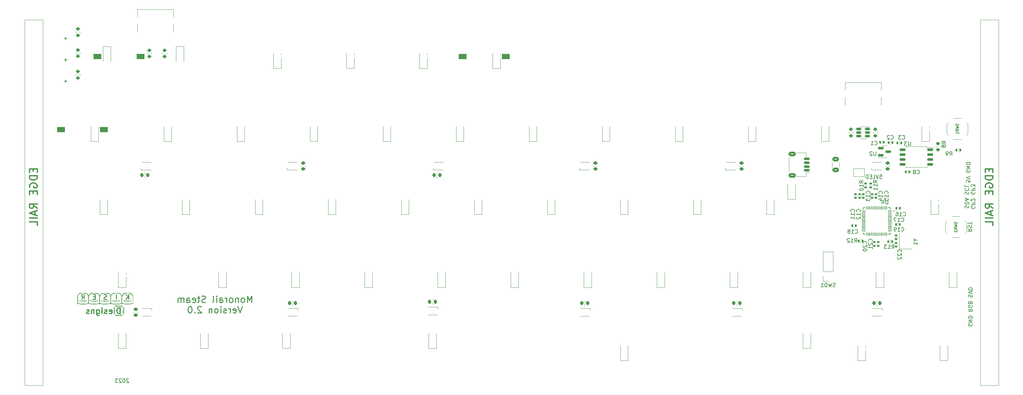
<source format=gbo>
%TF.GenerationSoftware,KiCad,Pcbnew,(6.0.10)*%
%TF.CreationDate,2023-05-22T09:53:43-05:00*%
%TF.ProjectId,Monorail_Steam_Reduced,4d6f6e6f-7261-4696-9c5f-537465616d5f,rev?*%
%TF.SameCoordinates,Original*%
%TF.FileFunction,Legend,Bot*%
%TF.FilePolarity,Positive*%
%FSLAX46Y46*%
G04 Gerber Fmt 4.6, Leading zero omitted, Abs format (unit mm)*
G04 Created by KiCad (PCBNEW (6.0.10)) date 2023-05-22 09:53:43*
%MOMM*%
%LPD*%
G01*
G04 APERTURE LIST*
G04 Aperture macros list*
%AMRoundRect*
0 Rectangle with rounded corners*
0 $1 Rounding radius*
0 $2 $3 $4 $5 $6 $7 $8 $9 X,Y pos of 4 corners*
0 Add a 4 corners polygon primitive as box body*
4,1,4,$2,$3,$4,$5,$6,$7,$8,$9,$2,$3,0*
0 Add four circle primitives for the rounded corners*
1,1,$1+$1,$2,$3*
1,1,$1+$1,$4,$5*
1,1,$1+$1,$6,$7*
1,1,$1+$1,$8,$9*
0 Add four rect primitives between the rounded corners*
20,1,$1+$1,$2,$3,$4,$5,0*
20,1,$1+$1,$4,$5,$6,$7,0*
20,1,$1+$1,$6,$7,$8,$9,0*
20,1,$1+$1,$8,$9,$2,$3,0*%
G04 Aperture macros list end*
%ADD10C,0.120000*%
%ADD11C,0.250000*%
%ADD12C,0.150000*%
%ADD13C,0.300000*%
%ADD14C,0.127000*%
%ADD15C,0.200000*%
%ADD16C,0.500000*%
%ADD17C,1.750000*%
%ADD18C,3.987800*%
%ADD19C,3.000000*%
%ADD20R,2.550000X2.500000*%
%ADD21C,0.787400*%
%ADD22C,3.048000*%
%ADD23R,1.700000X1.700000*%
%ADD24O,1.700000X1.700000*%
%ADD25R,1.800000X1.800000*%
%ADD26C,1.800000*%
%ADD27C,4.400000*%
%ADD28C,2.000000*%
%ADD29RoundRect,1.000000X0.000000X-0.650000X0.000000X0.650000X0.000000X0.650000X0.000000X-0.650000X0*%
%ADD30RoundRect,0.250000X0.625000X-0.375000X0.625000X0.375000X-0.625000X0.375000X-0.625000X-0.375000X0*%
%ADD31C,0.650000*%
%ADD32R,0.600000X1.450000*%
%ADD33R,0.300000X1.450000*%
%ADD34O,1.000000X2.100000*%
%ADD35O,1.000000X1.600000*%
%ADD36RoundRect,0.200000X0.275000X-0.200000X0.275000X0.200000X-0.275000X0.200000X-0.275000X-0.200000X0*%
%ADD37RoundRect,0.135000X0.185000X-0.135000X0.185000X0.135000X-0.185000X0.135000X-0.185000X-0.135000X0*%
%ADD38RoundRect,0.150000X0.512500X0.150000X-0.512500X0.150000X-0.512500X-0.150000X0.512500X-0.150000X0*%
%ADD39R,1.200000X0.900000*%
%ADD40RoundRect,0.225000X-0.250000X0.225000X-0.250000X-0.225000X0.250000X-0.225000X0.250000X0.225000X0*%
%ADD41RoundRect,0.135000X-0.135000X-0.185000X0.135000X-0.185000X0.135000X0.185000X-0.135000X0.185000X0*%
%ADD42R,0.700000X0.700000*%
%ADD43RoundRect,0.140000X0.170000X-0.140000X0.170000X0.140000X-0.170000X0.140000X-0.170000X-0.140000X0*%
%ADD44RoundRect,0.225000X0.225000X0.250000X-0.225000X0.250000X-0.225000X-0.250000X0.225000X-0.250000X0*%
%ADD45RoundRect,0.200000X-0.275000X0.200000X-0.275000X-0.200000X0.275000X-0.200000X0.275000X0.200000X0*%
%ADD46RoundRect,0.140000X0.140000X0.170000X-0.140000X0.170000X-0.140000X-0.170000X0.140000X-0.170000X0*%
%ADD47RoundRect,0.140000X-0.140000X-0.170000X0.140000X-0.170000X0.140000X0.170000X-0.140000X0.170000X0*%
%ADD48R,1.000000X1.700000*%
%ADD49RoundRect,0.006000X0.414000X0.094000X-0.414000X0.094000X-0.414000X-0.094000X0.414000X-0.094000X0*%
%ADD50RoundRect,0.020000X0.080000X0.400000X-0.080000X0.400000X-0.080000X-0.400000X0.080000X-0.400000X0*%
%ADD51R,3.100000X3.100000*%
%ADD52RoundRect,0.225000X-0.225000X-0.250000X0.225000X-0.250000X0.225000X0.250000X-0.225000X0.250000X0*%
%ADD53RoundRect,0.225000X0.250000X-0.225000X0.250000X0.225000X-0.250000X0.225000X-0.250000X-0.225000X0*%
%ADD54RoundRect,0.140000X-0.170000X0.140000X-0.170000X-0.140000X0.170000X-0.140000X0.170000X0.140000X0*%
%ADD55RoundRect,0.150000X0.650000X0.150000X-0.650000X0.150000X-0.650000X-0.150000X0.650000X-0.150000X0*%
%ADD56RoundRect,0.150000X0.625000X-0.150000X0.625000X0.150000X-0.625000X0.150000X-0.625000X-0.150000X0*%
%ADD57RoundRect,0.250000X0.650000X-0.350000X0.650000X0.350000X-0.650000X0.350000X-0.650000X-0.350000X0*%
%ADD58RoundRect,1.000000X0.000000X0.650000X0.000000X-0.650000X0.000000X-0.650000X0.000000X0.650000X0*%
%ADD59R,1.000000X1.500000*%
%ADD60RoundRect,0.150000X-0.587500X-0.150000X0.587500X-0.150000X0.587500X0.150000X-0.587500X0.150000X0*%
%ADD61R,1.200000X1.400000*%
%ADD62RoundRect,0.135000X0.135000X0.185000X-0.135000X0.185000X-0.135000X-0.185000X0.135000X-0.185000X0*%
G04 APERTURE END LIST*
D10*
X28575000Y-139700000D02*
X23812500Y-139700000D01*
X23812500Y-139700000D02*
X23812500Y-44450000D01*
X23812500Y-44450000D02*
X28575000Y-44450000D01*
X28575000Y-44450000D02*
X28575000Y-139700000D01*
X277812500Y-139700000D02*
X273050000Y-139700000D01*
X273050000Y-139700000D02*
X273050000Y-44450000D01*
X273050000Y-44450000D02*
X277812500Y-44450000D01*
X277812500Y-44450000D02*
X277812500Y-139700000D01*
D11*
X83014732Y-118066172D02*
X83014732Y-116366172D01*
X82448065Y-117580458D01*
X81881398Y-116366172D01*
X81881398Y-118066172D01*
X80829017Y-118066172D02*
X80990922Y-117985220D01*
X81071875Y-117904267D01*
X81152827Y-117742363D01*
X81152827Y-117256648D01*
X81071875Y-117094744D01*
X80990922Y-117013791D01*
X80829017Y-116932839D01*
X80586160Y-116932839D01*
X80424255Y-117013791D01*
X80343303Y-117094744D01*
X80262351Y-117256648D01*
X80262351Y-117742363D01*
X80343303Y-117904267D01*
X80424255Y-117985220D01*
X80586160Y-118066172D01*
X80829017Y-118066172D01*
X79533779Y-116932839D02*
X79533779Y-118066172D01*
X79533779Y-117094744D02*
X79452827Y-117013791D01*
X79290922Y-116932839D01*
X79048065Y-116932839D01*
X78886160Y-117013791D01*
X78805208Y-117175696D01*
X78805208Y-118066172D01*
X77752827Y-118066172D02*
X77914732Y-117985220D01*
X77995684Y-117904267D01*
X78076636Y-117742363D01*
X78076636Y-117256648D01*
X77995684Y-117094744D01*
X77914732Y-117013791D01*
X77752827Y-116932839D01*
X77509970Y-116932839D01*
X77348065Y-117013791D01*
X77267113Y-117094744D01*
X77186160Y-117256648D01*
X77186160Y-117742363D01*
X77267113Y-117904267D01*
X77348065Y-117985220D01*
X77509970Y-118066172D01*
X77752827Y-118066172D01*
X76457589Y-118066172D02*
X76457589Y-116932839D01*
X76457589Y-117256648D02*
X76376636Y-117094744D01*
X76295684Y-117013791D01*
X76133779Y-116932839D01*
X75971875Y-116932839D01*
X74676636Y-118066172D02*
X74676636Y-117175696D01*
X74757589Y-117013791D01*
X74919494Y-116932839D01*
X75243303Y-116932839D01*
X75405208Y-117013791D01*
X74676636Y-117985220D02*
X74838541Y-118066172D01*
X75243303Y-118066172D01*
X75405208Y-117985220D01*
X75486160Y-117823315D01*
X75486160Y-117661410D01*
X75405208Y-117499505D01*
X75243303Y-117418553D01*
X74838541Y-117418553D01*
X74676636Y-117337601D01*
X73867113Y-118066172D02*
X73867113Y-116932839D01*
X73867113Y-116366172D02*
X73948065Y-116447125D01*
X73867113Y-116528077D01*
X73786160Y-116447125D01*
X73867113Y-116366172D01*
X73867113Y-116528077D01*
X72814732Y-118066172D02*
X72976636Y-117985220D01*
X73057589Y-117823315D01*
X73057589Y-116366172D01*
X70952827Y-117985220D02*
X70709970Y-118066172D01*
X70305208Y-118066172D01*
X70143303Y-117985220D01*
X70062351Y-117904267D01*
X69981398Y-117742363D01*
X69981398Y-117580458D01*
X70062351Y-117418553D01*
X70143303Y-117337601D01*
X70305208Y-117256648D01*
X70629017Y-117175696D01*
X70790922Y-117094744D01*
X70871875Y-117013791D01*
X70952827Y-116851886D01*
X70952827Y-116689982D01*
X70871875Y-116528077D01*
X70790922Y-116447125D01*
X70629017Y-116366172D01*
X70224255Y-116366172D01*
X69981398Y-116447125D01*
X69495684Y-116932839D02*
X68848065Y-116932839D01*
X69252827Y-116366172D02*
X69252827Y-117823315D01*
X69171875Y-117985220D01*
X69009970Y-118066172D01*
X68848065Y-118066172D01*
X67633779Y-117985220D02*
X67795684Y-118066172D01*
X68119494Y-118066172D01*
X68281398Y-117985220D01*
X68362351Y-117823315D01*
X68362351Y-117175696D01*
X68281398Y-117013791D01*
X68119494Y-116932839D01*
X67795684Y-116932839D01*
X67633779Y-117013791D01*
X67552827Y-117175696D01*
X67552827Y-117337601D01*
X68362351Y-117499505D01*
X66095684Y-118066172D02*
X66095684Y-117175696D01*
X66176636Y-117013791D01*
X66338541Y-116932839D01*
X66662351Y-116932839D01*
X66824255Y-117013791D01*
X66095684Y-117985220D02*
X66257589Y-118066172D01*
X66662351Y-118066172D01*
X66824255Y-117985220D01*
X66905208Y-117823315D01*
X66905208Y-117661410D01*
X66824255Y-117499505D01*
X66662351Y-117418553D01*
X66257589Y-117418553D01*
X66095684Y-117337601D01*
X65286160Y-118066172D02*
X65286160Y-116932839D01*
X65286160Y-117094744D02*
X65205208Y-117013791D01*
X65043303Y-116932839D01*
X64800446Y-116932839D01*
X64638541Y-117013791D01*
X64557589Y-117175696D01*
X64557589Y-118066172D01*
X64557589Y-117175696D02*
X64476636Y-117013791D01*
X64314732Y-116932839D01*
X64071875Y-116932839D01*
X63909970Y-117013791D01*
X63829017Y-117175696D01*
X63829017Y-118066172D01*
X80545684Y-119103172D02*
X79979017Y-120803172D01*
X79412351Y-119103172D01*
X78198065Y-120722220D02*
X78359970Y-120803172D01*
X78683779Y-120803172D01*
X78845684Y-120722220D01*
X78926636Y-120560315D01*
X78926636Y-119912696D01*
X78845684Y-119750791D01*
X78683779Y-119669839D01*
X78359970Y-119669839D01*
X78198065Y-119750791D01*
X78117113Y-119912696D01*
X78117113Y-120074601D01*
X78926636Y-120236505D01*
X77388541Y-120803172D02*
X77388541Y-119669839D01*
X77388541Y-119993648D02*
X77307589Y-119831744D01*
X77226636Y-119750791D01*
X77064732Y-119669839D01*
X76902827Y-119669839D01*
X76417113Y-120722220D02*
X76255208Y-120803172D01*
X75931398Y-120803172D01*
X75769494Y-120722220D01*
X75688541Y-120560315D01*
X75688541Y-120479363D01*
X75769494Y-120317458D01*
X75931398Y-120236505D01*
X76174255Y-120236505D01*
X76336160Y-120155553D01*
X76417113Y-119993648D01*
X76417113Y-119912696D01*
X76336160Y-119750791D01*
X76174255Y-119669839D01*
X75931398Y-119669839D01*
X75769494Y-119750791D01*
X74959970Y-120803172D02*
X74959970Y-119669839D01*
X74959970Y-119103172D02*
X75040922Y-119184125D01*
X74959970Y-119265077D01*
X74879017Y-119184125D01*
X74959970Y-119103172D01*
X74959970Y-119265077D01*
X73907589Y-120803172D02*
X74069494Y-120722220D01*
X74150446Y-120641267D01*
X74231398Y-120479363D01*
X74231398Y-119993648D01*
X74150446Y-119831744D01*
X74069494Y-119750791D01*
X73907589Y-119669839D01*
X73664732Y-119669839D01*
X73502827Y-119750791D01*
X73421875Y-119831744D01*
X73340922Y-119993648D01*
X73340922Y-120479363D01*
X73421875Y-120641267D01*
X73502827Y-120722220D01*
X73664732Y-120803172D01*
X73907589Y-120803172D01*
X72612351Y-119669839D02*
X72612351Y-120803172D01*
X72612351Y-119831744D02*
X72531398Y-119750791D01*
X72369494Y-119669839D01*
X72126636Y-119669839D01*
X71964732Y-119750791D01*
X71883779Y-119912696D01*
X71883779Y-120803172D01*
X69859970Y-119265077D02*
X69779017Y-119184125D01*
X69617113Y-119103172D01*
X69212351Y-119103172D01*
X69050446Y-119184125D01*
X68969494Y-119265077D01*
X68888541Y-119426982D01*
X68888541Y-119588886D01*
X68969494Y-119831744D01*
X69940922Y-120803172D01*
X68888541Y-120803172D01*
X68159970Y-120641267D02*
X68079017Y-120722220D01*
X68159970Y-120803172D01*
X68240922Y-120722220D01*
X68159970Y-120641267D01*
X68159970Y-120803172D01*
X67026636Y-119103172D02*
X66864732Y-119103172D01*
X66702827Y-119184125D01*
X66621875Y-119265077D01*
X66540922Y-119426982D01*
X66459970Y-119750791D01*
X66459970Y-120155553D01*
X66540922Y-120479363D01*
X66621875Y-120641267D01*
X66702827Y-120722220D01*
X66864732Y-120803172D01*
X67026636Y-120803172D01*
X67188541Y-120722220D01*
X67269494Y-120641267D01*
X67350446Y-120479363D01*
X67431398Y-120155553D01*
X67431398Y-119750791D01*
X67350446Y-119426982D01*
X67269494Y-119265077D01*
X67188541Y-119184125D01*
X67026636Y-119103172D01*
D12*
X34909077Y-54840178D02*
X34147172Y-54840178D01*
X34528125Y-55221130D02*
X34528125Y-54459226D01*
X269819494Y-98972619D02*
X270295684Y-99305952D01*
X269819494Y-99544047D02*
X270819494Y-99544047D01*
X270819494Y-99163095D01*
X270771875Y-99067857D01*
X270724255Y-99020238D01*
X270629017Y-98972619D01*
X270486160Y-98972619D01*
X270390922Y-99020238D01*
X270343303Y-99067857D01*
X270295684Y-99163095D01*
X270295684Y-99544047D01*
X269867113Y-98591666D02*
X269819494Y-98448809D01*
X269819494Y-98210714D01*
X269867113Y-98115476D01*
X269914732Y-98067857D01*
X270009970Y-98020238D01*
X270105208Y-98020238D01*
X270200446Y-98067857D01*
X270248065Y-98115476D01*
X270295684Y-98210714D01*
X270343303Y-98401190D01*
X270390922Y-98496428D01*
X270438541Y-98544047D01*
X270533779Y-98591666D01*
X270629017Y-98591666D01*
X270724255Y-98544047D01*
X270771875Y-98496428D01*
X270819494Y-98401190D01*
X270819494Y-98163095D01*
X270771875Y-98020238D01*
X270819494Y-97734523D02*
X270819494Y-97163095D01*
X269819494Y-97448809D02*
X270819494Y-97448809D01*
X50926785Y-138056994D02*
X50879166Y-138009375D01*
X50783928Y-137961755D01*
X50545833Y-137961755D01*
X50450595Y-138009375D01*
X50402976Y-138056994D01*
X50355357Y-138152232D01*
X50355357Y-138247470D01*
X50402976Y-138390327D01*
X50974404Y-138961755D01*
X50355357Y-138961755D01*
X49736309Y-137961755D02*
X49641071Y-137961755D01*
X49545833Y-138009375D01*
X49498214Y-138056994D01*
X49450595Y-138152232D01*
X49402976Y-138342708D01*
X49402976Y-138580803D01*
X49450595Y-138771279D01*
X49498214Y-138866517D01*
X49545833Y-138914136D01*
X49641071Y-138961755D01*
X49736309Y-138961755D01*
X49831547Y-138914136D01*
X49879166Y-138866517D01*
X49926785Y-138771279D01*
X49974404Y-138580803D01*
X49974404Y-138342708D01*
X49926785Y-138152232D01*
X49879166Y-138056994D01*
X49831547Y-138009375D01*
X49736309Y-137961755D01*
X49022023Y-138056994D02*
X48974404Y-138009375D01*
X48879166Y-137961755D01*
X48641071Y-137961755D01*
X48545833Y-138009375D01*
X48498214Y-138056994D01*
X48450595Y-138152232D01*
X48450595Y-138247470D01*
X48498214Y-138390327D01*
X49069642Y-138961755D01*
X48450595Y-138961755D01*
X48117261Y-137961755D02*
X47498214Y-137961755D01*
X47831547Y-138342708D01*
X47688690Y-138342708D01*
X47593452Y-138390327D01*
X47545833Y-138437946D01*
X47498214Y-138533184D01*
X47498214Y-138771279D01*
X47545833Y-138866517D01*
X47593452Y-138914136D01*
X47688690Y-138961755D01*
X47974404Y-138961755D01*
X48069642Y-138914136D01*
X48117261Y-138866517D01*
X34909077Y-49283928D02*
X34147172Y-49283928D01*
X34528125Y-49664880D02*
X34528125Y-48902976D01*
D13*
X275288392Y-83249404D02*
X275288392Y-83916071D01*
X276336011Y-84201785D02*
X276336011Y-83249404D01*
X274336011Y-83249404D01*
X274336011Y-84201785D01*
X276336011Y-85058928D02*
X274336011Y-85058928D01*
X274336011Y-85535119D01*
X274431250Y-85820833D01*
X274621726Y-86011309D01*
X274812202Y-86106547D01*
X275193154Y-86201785D01*
X275478869Y-86201785D01*
X275859821Y-86106547D01*
X276050297Y-86011309D01*
X276240773Y-85820833D01*
X276336011Y-85535119D01*
X276336011Y-85058928D01*
X274431250Y-88106547D02*
X274336011Y-87916071D01*
X274336011Y-87630357D01*
X274431250Y-87344642D01*
X274621726Y-87154166D01*
X274812202Y-87058928D01*
X275193154Y-86963690D01*
X275478869Y-86963690D01*
X275859821Y-87058928D01*
X276050297Y-87154166D01*
X276240773Y-87344642D01*
X276336011Y-87630357D01*
X276336011Y-87820833D01*
X276240773Y-88106547D01*
X276145535Y-88201785D01*
X275478869Y-88201785D01*
X275478869Y-87820833D01*
X275288392Y-89058928D02*
X275288392Y-89725595D01*
X276336011Y-90011309D02*
X276336011Y-89058928D01*
X274336011Y-89058928D01*
X274336011Y-90011309D01*
X276336011Y-93535119D02*
X275383630Y-92868452D01*
X276336011Y-92392261D02*
X274336011Y-92392261D01*
X274336011Y-93154166D01*
X274431250Y-93344642D01*
X274526488Y-93439880D01*
X274716964Y-93535119D01*
X275002678Y-93535119D01*
X275193154Y-93439880D01*
X275288392Y-93344642D01*
X275383630Y-93154166D01*
X275383630Y-92392261D01*
X275764583Y-94297023D02*
X275764583Y-95249404D01*
X276336011Y-94106547D02*
X274336011Y-94773214D01*
X276336011Y-95439880D01*
X276336011Y-96106547D02*
X274336011Y-96106547D01*
X276336011Y-98011309D02*
X276336011Y-97058928D01*
X274336011Y-97058928D01*
D12*
X270422619Y-86232738D02*
X270422619Y-86708928D01*
X269946428Y-86756547D01*
X269994047Y-86708928D01*
X270041666Y-86613690D01*
X270041666Y-86375595D01*
X269994047Y-86280357D01*
X269946428Y-86232738D01*
X269851190Y-86185119D01*
X269613095Y-86185119D01*
X269517857Y-86232738D01*
X269470238Y-86280357D01*
X269422619Y-86375595D01*
X269422619Y-86613690D01*
X269470238Y-86708928D01*
X269517857Y-86756547D01*
X270422619Y-85899404D02*
X269422619Y-85566071D01*
X270422619Y-85232738D01*
X270375000Y-83613690D02*
X270422619Y-83708928D01*
X270422619Y-83851785D01*
X270375000Y-83994642D01*
X270279761Y-84089880D01*
X270184523Y-84137500D01*
X269994047Y-84185119D01*
X269851190Y-84185119D01*
X269660714Y-84137500D01*
X269565476Y-84089880D01*
X269470238Y-83994642D01*
X269422619Y-83851785D01*
X269422619Y-83756547D01*
X269470238Y-83613690D01*
X269517857Y-83566071D01*
X269851190Y-83566071D01*
X269851190Y-83756547D01*
X269422619Y-83137500D02*
X270422619Y-83137500D01*
X269422619Y-82566071D01*
X270422619Y-82566071D01*
X269422619Y-82089880D02*
X270422619Y-82089880D01*
X270422619Y-81851785D01*
X270375000Y-81708928D01*
X270279761Y-81613690D01*
X270184523Y-81566071D01*
X269994047Y-81518452D01*
X269851190Y-81518452D01*
X269660714Y-81566071D01*
X269565476Y-81613690D01*
X269470238Y-81708928D01*
X269422619Y-81851785D01*
X269422619Y-82089880D01*
D13*
X26050892Y-83249404D02*
X26050892Y-83916071D01*
X27098511Y-84201785D02*
X27098511Y-83249404D01*
X25098511Y-83249404D01*
X25098511Y-84201785D01*
X27098511Y-85058928D02*
X25098511Y-85058928D01*
X25098511Y-85535119D01*
X25193750Y-85820833D01*
X25384226Y-86011309D01*
X25574702Y-86106547D01*
X25955654Y-86201785D01*
X26241369Y-86201785D01*
X26622321Y-86106547D01*
X26812797Y-86011309D01*
X27003273Y-85820833D01*
X27098511Y-85535119D01*
X27098511Y-85058928D01*
X25193750Y-88106547D02*
X25098511Y-87916071D01*
X25098511Y-87630357D01*
X25193750Y-87344642D01*
X25384226Y-87154166D01*
X25574702Y-87058928D01*
X25955654Y-86963690D01*
X26241369Y-86963690D01*
X26622321Y-87058928D01*
X26812797Y-87154166D01*
X27003273Y-87344642D01*
X27098511Y-87630357D01*
X27098511Y-87820833D01*
X27003273Y-88106547D01*
X26908035Y-88201785D01*
X26241369Y-88201785D01*
X26241369Y-87820833D01*
X26050892Y-89058928D02*
X26050892Y-89725595D01*
X27098511Y-90011309D02*
X27098511Y-89058928D01*
X25098511Y-89058928D01*
X25098511Y-90011309D01*
X27098511Y-93535119D02*
X26146130Y-92868452D01*
X27098511Y-92392261D02*
X25098511Y-92392261D01*
X25098511Y-93154166D01*
X25193750Y-93344642D01*
X25288988Y-93439880D01*
X25479464Y-93535119D01*
X25765178Y-93535119D01*
X25955654Y-93439880D01*
X26050892Y-93344642D01*
X26146130Y-93154166D01*
X26146130Y-92392261D01*
X26527083Y-94297023D02*
X26527083Y-95249404D01*
X27098511Y-94106547D02*
X25098511Y-94773214D01*
X27098511Y-95439880D01*
X27098511Y-96106547D02*
X25098511Y-96106547D01*
X27098511Y-98011309D02*
X27098511Y-97058928D01*
X25098511Y-97058928D01*
D12*
X246860119Y-84789880D02*
X247336309Y-84789880D01*
X247383928Y-85266071D01*
X247336309Y-85218452D01*
X247241071Y-85170833D01*
X247002976Y-85170833D01*
X246907738Y-85218452D01*
X246860119Y-85266071D01*
X246812499Y-85361309D01*
X246812499Y-85599404D01*
X246860119Y-85694642D01*
X246907738Y-85742261D01*
X247002976Y-85789880D01*
X247241071Y-85789880D01*
X247336309Y-85742261D01*
X247383928Y-85694642D01*
X246526785Y-84789880D02*
X246193452Y-85789880D01*
X245860119Y-84789880D01*
X245050595Y-85789880D02*
X245526785Y-85789880D01*
X245526785Y-84789880D01*
X244717261Y-85266071D02*
X244383928Y-85266071D01*
X244241071Y-85789880D02*
X244717261Y-85789880D01*
X244717261Y-84789880D01*
X244241071Y-84789880D01*
X243812499Y-85789880D02*
X243812499Y-84789880D01*
X243574404Y-84789880D01*
X243431547Y-84837500D01*
X243336309Y-84932738D01*
X243288690Y-85027976D01*
X243241071Y-85218452D01*
X243241071Y-85361309D01*
X243288690Y-85551785D01*
X243336309Y-85647023D01*
X243431547Y-85742261D01*
X243574404Y-85789880D01*
X243812499Y-85789880D01*
X271622683Y-93058928D02*
X271670302Y-93154166D01*
X271670302Y-93297023D01*
X271622683Y-93439880D01*
X271527444Y-93535119D01*
X271432206Y-93582738D01*
X271241730Y-93630357D01*
X271098873Y-93630357D01*
X270908397Y-93582738D01*
X270813159Y-93535119D01*
X270717921Y-93439880D01*
X270670302Y-93297023D01*
X270670302Y-93201785D01*
X270717921Y-93058928D01*
X270765540Y-93011309D01*
X271098873Y-93011309D01*
X271098873Y-93201785D01*
X270670302Y-92582738D02*
X271670302Y-92582738D01*
X271670302Y-92201785D01*
X271622683Y-92106547D01*
X271575063Y-92058928D01*
X271479825Y-92011309D01*
X271336968Y-92011309D01*
X271241730Y-92058928D01*
X271194111Y-92106547D01*
X271146492Y-92201785D01*
X271146492Y-92582738D01*
X271575063Y-91630357D02*
X271622683Y-91582738D01*
X271670302Y-91487500D01*
X271670302Y-91249404D01*
X271622683Y-91154166D01*
X271575063Y-91106547D01*
X271479825Y-91058928D01*
X271384587Y-91058928D01*
X271241730Y-91106547D01*
X270670302Y-91677976D01*
X270670302Y-91058928D01*
X271622683Y-89344642D02*
X271670302Y-89439880D01*
X271670302Y-89582738D01*
X271622683Y-89725595D01*
X271527444Y-89820833D01*
X271432206Y-89868452D01*
X271241730Y-89916071D01*
X271098873Y-89916071D01*
X270908397Y-89868452D01*
X270813159Y-89820833D01*
X270717921Y-89725595D01*
X270670302Y-89582738D01*
X270670302Y-89487500D01*
X270717921Y-89344642D01*
X270765540Y-89297023D01*
X271098873Y-89297023D01*
X271098873Y-89487500D01*
X270670302Y-88868452D02*
X271670302Y-88868452D01*
X271670302Y-88487500D01*
X271622683Y-88392261D01*
X271575063Y-88344642D01*
X271479825Y-88297023D01*
X271336968Y-88297023D01*
X271241730Y-88344642D01*
X271194111Y-88392261D01*
X271146492Y-88487500D01*
X271146492Y-88868452D01*
X271670302Y-87963690D02*
X271670302Y-87344642D01*
X271289349Y-87677976D01*
X271289349Y-87535119D01*
X271241730Y-87439880D01*
X271194111Y-87392261D01*
X271098873Y-87344642D01*
X270860778Y-87344642D01*
X270765540Y-87392261D01*
X270717921Y-87439880D01*
X270670302Y-87535119D01*
X270670302Y-87820833D01*
X270717921Y-87916071D01*
X270765540Y-87963690D01*
X269107921Y-93463690D02*
X269060302Y-93320833D01*
X269060302Y-93082738D01*
X269107921Y-92987500D01*
X269155540Y-92939880D01*
X269250778Y-92892261D01*
X269346016Y-92892261D01*
X269441254Y-92939880D01*
X269488873Y-92987500D01*
X269536492Y-93082738D01*
X269584111Y-93273214D01*
X269631730Y-93368452D01*
X269679349Y-93416071D01*
X269774587Y-93463690D01*
X269869825Y-93463690D01*
X269965063Y-93416071D01*
X270012683Y-93368452D01*
X270060302Y-93273214D01*
X270060302Y-93035119D01*
X270012683Y-92892261D01*
X269060302Y-92463690D02*
X270060302Y-92463690D01*
X270060302Y-92225595D01*
X270012683Y-92082738D01*
X269917444Y-91987500D01*
X269822206Y-91939880D01*
X269631730Y-91892261D01*
X269488873Y-91892261D01*
X269298397Y-91939880D01*
X269203159Y-91987500D01*
X269107921Y-92082738D01*
X269060302Y-92225595D01*
X269060302Y-92463690D01*
X269346016Y-91511309D02*
X269346016Y-91035119D01*
X269060302Y-91606547D02*
X270060302Y-91273214D01*
X269060302Y-90939880D01*
X269107921Y-89892261D02*
X269060302Y-89749404D01*
X269060302Y-89511309D01*
X269107921Y-89416071D01*
X269155540Y-89368452D01*
X269250778Y-89320833D01*
X269346016Y-89320833D01*
X269441254Y-89368452D01*
X269488873Y-89416071D01*
X269536492Y-89511309D01*
X269584111Y-89701785D01*
X269631730Y-89797023D01*
X269679349Y-89844642D01*
X269774587Y-89892261D01*
X269869825Y-89892261D01*
X269965063Y-89844642D01*
X270012683Y-89797023D01*
X270060302Y-89701785D01*
X270060302Y-89463690D01*
X270012683Y-89320833D01*
X269155540Y-88320833D02*
X269107921Y-88368452D01*
X269060302Y-88511309D01*
X269060302Y-88606547D01*
X269107921Y-88749404D01*
X269203159Y-88844642D01*
X269298397Y-88892261D01*
X269488873Y-88939880D01*
X269631730Y-88939880D01*
X269822206Y-88892261D01*
X269917444Y-88844642D01*
X270012683Y-88749404D01*
X270060302Y-88606547D01*
X270060302Y-88511309D01*
X270012683Y-88368452D01*
X269965063Y-88320833D01*
X269060302Y-87416071D02*
X269060302Y-87892261D01*
X270060302Y-87892261D01*
X34909077Y-60396428D02*
X34147172Y-60396428D01*
X34528125Y-60777380D02*
X34528125Y-60015476D01*
X270886621Y-123682190D02*
X270934240Y-123777428D01*
X270934240Y-123920285D01*
X270886621Y-124063142D01*
X270791382Y-124158380D01*
X270696144Y-124205999D01*
X270505668Y-124253619D01*
X270362811Y-124253619D01*
X270172335Y-124205999D01*
X270077097Y-124158380D01*
X269981859Y-124063142D01*
X269934240Y-123920285D01*
X269934240Y-123825047D01*
X269981859Y-123682190D01*
X270029478Y-123634571D01*
X270362811Y-123634571D01*
X270362811Y-123825047D01*
X269934240Y-123205999D02*
X270934240Y-123205999D01*
X269934240Y-122634571D01*
X270934240Y-122634571D01*
X269934240Y-122158380D02*
X270934240Y-122158380D01*
X270934240Y-121920285D01*
X270886621Y-121777428D01*
X270791382Y-121682190D01*
X270696144Y-121634571D01*
X270505668Y-121586952D01*
X270362811Y-121586952D01*
X270172335Y-121634571D01*
X270077097Y-121682190D01*
X269981859Y-121777428D01*
X269934240Y-121920285D01*
X269934240Y-122158380D01*
X269934240Y-119825047D02*
X270410430Y-120158380D01*
X269934240Y-120396476D02*
X270934240Y-120396476D01*
X270934240Y-120015523D01*
X270886621Y-119920285D01*
X270839001Y-119872666D01*
X270743763Y-119825047D01*
X270600906Y-119825047D01*
X270505668Y-119872666D01*
X270458049Y-119920285D01*
X270410430Y-120015523D01*
X270410430Y-120396476D01*
X270886621Y-118872666D02*
X270934240Y-118967904D01*
X270934240Y-119110761D01*
X270886621Y-119253619D01*
X270791382Y-119348857D01*
X270696144Y-119396476D01*
X270505668Y-119444095D01*
X270362811Y-119444095D01*
X270172335Y-119396476D01*
X270077097Y-119348857D01*
X269981859Y-119253619D01*
X269934240Y-119110761D01*
X269934240Y-119015523D01*
X269981859Y-118872666D01*
X270029478Y-118825047D01*
X270362811Y-118825047D01*
X270362811Y-119015523D01*
X270458049Y-118063142D02*
X270410430Y-117920285D01*
X270362811Y-117872666D01*
X270267573Y-117825047D01*
X270124716Y-117825047D01*
X270029478Y-117872666D01*
X269981859Y-117920285D01*
X269934240Y-118015523D01*
X269934240Y-118396476D01*
X270934240Y-118396476D01*
X270934240Y-118063142D01*
X270886621Y-117967904D01*
X270839001Y-117920285D01*
X270743763Y-117872666D01*
X270648525Y-117872666D01*
X270553287Y-117920285D01*
X270505668Y-117967904D01*
X270458049Y-118063142D01*
X270458049Y-118396476D01*
X270934240Y-116158380D02*
X270934240Y-116634571D01*
X270458049Y-116682190D01*
X270505668Y-116634571D01*
X270553287Y-116539333D01*
X270553287Y-116301238D01*
X270505668Y-116205999D01*
X270458049Y-116158380D01*
X270362811Y-116110761D01*
X270124716Y-116110761D01*
X270029478Y-116158380D01*
X269981859Y-116205999D01*
X269934240Y-116301238D01*
X269934240Y-116539333D01*
X269981859Y-116634571D01*
X270029478Y-116682190D01*
X270934240Y-115825047D02*
X269934240Y-115491714D01*
X270934240Y-115158380D01*
X269934240Y-114825047D02*
X270934240Y-114825047D01*
X270934240Y-114586952D01*
X270886621Y-114444095D01*
X270791382Y-114348857D01*
X270696144Y-114301238D01*
X270505668Y-114253619D01*
X270362811Y-114253619D01*
X270172335Y-114301238D01*
X270077097Y-114348857D01*
X269981859Y-114444095D01*
X269934240Y-114586952D01*
X269934240Y-114825047D01*
%TO.C,R10*%
X242546130Y-86994642D02*
X242069940Y-86661309D01*
X242546130Y-86423214D02*
X241546130Y-86423214D01*
X241546130Y-86804166D01*
X241593750Y-86899404D01*
X241641369Y-86947023D01*
X241736607Y-86994642D01*
X241879464Y-86994642D01*
X241974702Y-86947023D01*
X242022321Y-86899404D01*
X242069940Y-86804166D01*
X242069940Y-86423214D01*
X242546130Y-87947023D02*
X242546130Y-87375595D01*
X242546130Y-87661309D02*
X241546130Y-87661309D01*
X241688988Y-87566071D01*
X241784226Y-87470833D01*
X241831845Y-87375595D01*
X241546130Y-88566071D02*
X241546130Y-88661309D01*
X241593750Y-88756547D01*
X241641369Y-88804166D01*
X241736607Y-88851785D01*
X241927083Y-88899404D01*
X242165178Y-88899404D01*
X242355654Y-88851785D01*
X242450892Y-88804166D01*
X242498511Y-88756547D01*
X242546130Y-88661309D01*
X242546130Y-88566071D01*
X242498511Y-88470833D01*
X242450892Y-88423214D01*
X242355654Y-88375595D01*
X242165178Y-88327976D01*
X241927083Y-88327976D01*
X241736607Y-88375595D01*
X241641369Y-88423214D01*
X241593750Y-88470833D01*
X241546130Y-88566071D01*
%TO.C,SWD1*%
X235195833Y-114003511D02*
X235052976Y-114051130D01*
X234814880Y-114051130D01*
X234719642Y-114003511D01*
X234672023Y-113955892D01*
X234624404Y-113860654D01*
X234624404Y-113765416D01*
X234672023Y-113670178D01*
X234719642Y-113622559D01*
X234814880Y-113574940D01*
X235005357Y-113527321D01*
X235100595Y-113479702D01*
X235148214Y-113432083D01*
X235195833Y-113336845D01*
X235195833Y-113241607D01*
X235148214Y-113146369D01*
X235100595Y-113098750D01*
X235005357Y-113051130D01*
X234767261Y-113051130D01*
X234624404Y-113098750D01*
X234291071Y-113051130D02*
X234052976Y-114051130D01*
X233862500Y-113336845D01*
X233672023Y-114051130D01*
X233433928Y-113051130D01*
X233052976Y-114051130D02*
X233052976Y-113051130D01*
X232814880Y-113051130D01*
X232672023Y-113098750D01*
X232576785Y-113193988D01*
X232529166Y-113289226D01*
X232481547Y-113479702D01*
X232481547Y-113622559D01*
X232529166Y-113813035D01*
X232576785Y-113908273D01*
X232672023Y-114003511D01*
X232814880Y-114051130D01*
X233052976Y-114051130D01*
X231529166Y-114051130D02*
X232100595Y-114051130D01*
X231814880Y-114051130D02*
X231814880Y-113051130D01*
X231910119Y-113193988D01*
X232005357Y-113289226D01*
X232100595Y-113336845D01*
%TO.C,R9*%
X265076408Y-79760732D02*
X265409742Y-79284542D01*
X265647837Y-79760732D02*
X265647837Y-78760732D01*
X265266884Y-78760732D01*
X265171646Y-78808352D01*
X265124027Y-78855971D01*
X265076408Y-78951209D01*
X265076408Y-79094066D01*
X265124027Y-79189304D01*
X265171646Y-79236923D01*
X265266884Y-79284542D01*
X265647837Y-79284542D01*
X264600218Y-79760732D02*
X264409742Y-79760732D01*
X264314503Y-79713113D01*
X264266884Y-79665494D01*
X264171646Y-79522637D01*
X264124027Y-79332161D01*
X264124027Y-78951209D01*
X264171646Y-78855971D01*
X264219265Y-78808352D01*
X264314503Y-78760732D01*
X264504980Y-78760732D01*
X264600218Y-78808352D01*
X264647837Y-78855971D01*
X264695456Y-78951209D01*
X264695456Y-79189304D01*
X264647837Y-79284542D01*
X264600218Y-79332161D01*
X264504980Y-79379780D01*
X264314503Y-79379780D01*
X264219265Y-79332161D01*
X264171646Y-79284542D01*
X264124027Y-79189304D01*
%TO.C,C22*%
X252419642Y-104944642D02*
X252467261Y-104897023D01*
X252514880Y-104754166D01*
X252514880Y-104658928D01*
X252467261Y-104516071D01*
X252372023Y-104420833D01*
X252276785Y-104373214D01*
X252086309Y-104325595D01*
X251943452Y-104325595D01*
X251752976Y-104373214D01*
X251657738Y-104420833D01*
X251562500Y-104516071D01*
X251514880Y-104658928D01*
X251514880Y-104754166D01*
X251562500Y-104897023D01*
X251610119Y-104944642D01*
X251610119Y-105325595D02*
X251562500Y-105373214D01*
X251514880Y-105468452D01*
X251514880Y-105706547D01*
X251562500Y-105801785D01*
X251610119Y-105849404D01*
X251705357Y-105897023D01*
X251800595Y-105897023D01*
X251943452Y-105849404D01*
X252514880Y-105277976D01*
X252514880Y-105897023D01*
X251610119Y-106277976D02*
X251562500Y-106325595D01*
X251514880Y-106420833D01*
X251514880Y-106658928D01*
X251562500Y-106754166D01*
X251610119Y-106801785D01*
X251705357Y-106849404D01*
X251800595Y-106849404D01*
X251943452Y-106801785D01*
X252514880Y-106230357D01*
X252514880Y-106849404D01*
%TO.C,C15*%
X248919642Y-89694642D02*
X248967261Y-89647023D01*
X249014880Y-89504166D01*
X249014880Y-89408928D01*
X248967261Y-89266071D01*
X248872023Y-89170833D01*
X248776785Y-89123214D01*
X248586309Y-89075595D01*
X248443452Y-89075595D01*
X248252976Y-89123214D01*
X248157738Y-89170833D01*
X248062500Y-89266071D01*
X248014880Y-89408928D01*
X248014880Y-89504166D01*
X248062500Y-89647023D01*
X248110119Y-89694642D01*
X249014880Y-90647023D02*
X249014880Y-90075595D01*
X249014880Y-90361309D02*
X248014880Y-90361309D01*
X248157738Y-90266071D01*
X248252976Y-90170833D01*
X248300595Y-90075595D01*
X248014880Y-91551785D02*
X248014880Y-91075595D01*
X248491071Y-91027976D01*
X248443452Y-91075595D01*
X248395833Y-91170833D01*
X248395833Y-91408928D01*
X248443452Y-91504166D01*
X248491071Y-91551785D01*
X248586309Y-91599404D01*
X248824404Y-91599404D01*
X248919642Y-91551785D01*
X248967261Y-91504166D01*
X249014880Y-91408928D01*
X249014880Y-91170833D01*
X248967261Y-91075595D01*
X248919642Y-91027976D01*
%TO.C,R8*%
X264014880Y-76670833D02*
X263538690Y-76337500D01*
X264014880Y-76099404D02*
X263014880Y-76099404D01*
X263014880Y-76480357D01*
X263062500Y-76575595D01*
X263110119Y-76623214D01*
X263205357Y-76670833D01*
X263348214Y-76670833D01*
X263443452Y-76623214D01*
X263491071Y-76575595D01*
X263538690Y-76480357D01*
X263538690Y-76099404D01*
X263443452Y-77242261D02*
X263395833Y-77147023D01*
X263348214Y-77099404D01*
X263252976Y-77051785D01*
X263205357Y-77051785D01*
X263110119Y-77099404D01*
X263062500Y-77147023D01*
X263014880Y-77242261D01*
X263014880Y-77432738D01*
X263062500Y-77527976D01*
X263110119Y-77575595D01*
X263205357Y-77623214D01*
X263252976Y-77623214D01*
X263348214Y-77575595D01*
X263395833Y-77527976D01*
X263443452Y-77432738D01*
X263443452Y-77242261D01*
X263491071Y-77147023D01*
X263538690Y-77099404D01*
X263633928Y-77051785D01*
X263824404Y-77051785D01*
X263919642Y-77099404D01*
X263967261Y-77147023D01*
X264014880Y-77242261D01*
X264014880Y-77432738D01*
X263967261Y-77527976D01*
X263919642Y-77575595D01*
X263824404Y-77623214D01*
X263633928Y-77623214D01*
X263538690Y-77575595D01*
X263491071Y-77527976D01*
X263443452Y-77432738D01*
%TO.C,C3*%
X252729166Y-75444642D02*
X252776785Y-75492261D01*
X252919642Y-75539880D01*
X253014880Y-75539880D01*
X253157738Y-75492261D01*
X253252976Y-75397023D01*
X253300595Y-75301785D01*
X253348214Y-75111309D01*
X253348214Y-74968452D01*
X253300595Y-74777976D01*
X253252976Y-74682738D01*
X253157738Y-74587500D01*
X253014880Y-74539880D01*
X252919642Y-74539880D01*
X252776785Y-74587500D01*
X252729166Y-74635119D01*
X252395833Y-74539880D02*
X251776785Y-74539880D01*
X252110119Y-74920833D01*
X251967261Y-74920833D01*
X251872023Y-74968452D01*
X251824404Y-75016071D01*
X251776785Y-75111309D01*
X251776785Y-75349404D01*
X251824404Y-75444642D01*
X251872023Y-75492261D01*
X251967261Y-75539880D01*
X252252976Y-75539880D01*
X252348214Y-75492261D01*
X252395833Y-75444642D01*
%TO.C,C16*%
X252955357Y-95444642D02*
X253002976Y-95492261D01*
X253145833Y-95539880D01*
X253241071Y-95539880D01*
X253383928Y-95492261D01*
X253479166Y-95397023D01*
X253526785Y-95301785D01*
X253574404Y-95111309D01*
X253574404Y-94968452D01*
X253526785Y-94777976D01*
X253479166Y-94682738D01*
X253383928Y-94587500D01*
X253241071Y-94539880D01*
X253145833Y-94539880D01*
X253002976Y-94587500D01*
X252955357Y-94635119D01*
X252002976Y-95539880D02*
X252574404Y-95539880D01*
X252288690Y-95539880D02*
X252288690Y-94539880D01*
X252383928Y-94682738D01*
X252479166Y-94777976D01*
X252574404Y-94825595D01*
X251145833Y-94539880D02*
X251336309Y-94539880D01*
X251431547Y-94587500D01*
X251479166Y-94635119D01*
X251574404Y-94777976D01*
X251622023Y-94968452D01*
X251622023Y-95349404D01*
X251574404Y-95444642D01*
X251526785Y-95492261D01*
X251431547Y-95539880D01*
X251241071Y-95539880D01*
X251145833Y-95492261D01*
X251098214Y-95444642D01*
X251050595Y-95349404D01*
X251050595Y-95111309D01*
X251098214Y-95016071D01*
X251145833Y-94968452D01*
X251241071Y-94920833D01*
X251431547Y-94920833D01*
X251526785Y-94968452D01*
X251574404Y-95016071D01*
X251622023Y-95111309D01*
%TO.C,C1*%
X245479166Y-76944642D02*
X245526785Y-76992261D01*
X245669642Y-77039880D01*
X245764880Y-77039880D01*
X245907738Y-76992261D01*
X246002976Y-76897023D01*
X246050595Y-76801785D01*
X246098214Y-76611309D01*
X246098214Y-76468452D01*
X246050595Y-76277976D01*
X246002976Y-76182738D01*
X245907738Y-76087500D01*
X245764880Y-76039880D01*
X245669642Y-76039880D01*
X245526785Y-76087500D01*
X245479166Y-76135119D01*
X244526785Y-77039880D02*
X245098214Y-77039880D01*
X244812500Y-77039880D02*
X244812500Y-76039880D01*
X244907738Y-76182738D01*
X245002976Y-76277976D01*
X245098214Y-76325595D01*
%TO.C,C13*%
X244169642Y-89694642D02*
X244217261Y-89647023D01*
X244264880Y-89504166D01*
X244264880Y-89408928D01*
X244217261Y-89266071D01*
X244122023Y-89170833D01*
X244026785Y-89123214D01*
X243836309Y-89075595D01*
X243693452Y-89075595D01*
X243502976Y-89123214D01*
X243407738Y-89170833D01*
X243312500Y-89266071D01*
X243264880Y-89408928D01*
X243264880Y-89504166D01*
X243312500Y-89647023D01*
X243360119Y-89694642D01*
X244264880Y-90647023D02*
X244264880Y-90075595D01*
X244264880Y-90361309D02*
X243264880Y-90361309D01*
X243407738Y-90266071D01*
X243502976Y-90170833D01*
X243550595Y-90075595D01*
X243264880Y-90980357D02*
X243264880Y-91599404D01*
X243645833Y-91266071D01*
X243645833Y-91408928D01*
X243693452Y-91504166D01*
X243741071Y-91551785D01*
X243836309Y-91599404D01*
X244074404Y-91599404D01*
X244169642Y-91551785D01*
X244217261Y-91504166D01*
X244264880Y-91408928D01*
X244264880Y-91123214D01*
X244217261Y-91027976D01*
X244169642Y-90980357D01*
%TO.C,SWR2*%
X266983333Y-97141666D02*
X267016666Y-97241666D01*
X267016666Y-97408333D01*
X266983333Y-97475000D01*
X266950000Y-97508333D01*
X266883333Y-97541666D01*
X266816666Y-97541666D01*
X266750000Y-97508333D01*
X266716666Y-97475000D01*
X266683333Y-97408333D01*
X266650000Y-97275000D01*
X266616666Y-97208333D01*
X266583333Y-97175000D01*
X266516666Y-97141666D01*
X266450000Y-97141666D01*
X266383333Y-97175000D01*
X266350000Y-97208333D01*
X266316666Y-97275000D01*
X266316666Y-97441666D01*
X266350000Y-97541666D01*
X266316666Y-97775000D02*
X267016666Y-97941666D01*
X266516666Y-98075000D01*
X267016666Y-98208333D01*
X266316666Y-98375000D01*
X267016666Y-99041666D02*
X266683333Y-98808333D01*
X267016666Y-98641666D02*
X266316666Y-98641666D01*
X266316666Y-98908333D01*
X266350000Y-98975000D01*
X266383333Y-99008333D01*
X266450000Y-99041666D01*
X266550000Y-99041666D01*
X266616666Y-99008333D01*
X266650000Y-98975000D01*
X266683333Y-98908333D01*
X266683333Y-98641666D01*
X266383333Y-99308333D02*
X266350000Y-99341666D01*
X266316666Y-99408333D01*
X266316666Y-99575000D01*
X266350000Y-99641666D01*
X266383333Y-99675000D01*
X266450000Y-99708333D01*
X266516666Y-99708333D01*
X266616666Y-99675000D01*
X267016666Y-99275000D01*
X267016666Y-99708333D01*
%TO.C,R12*%
X240241041Y-102421508D02*
X240574374Y-101945318D01*
X240812469Y-102421508D02*
X240812469Y-101421508D01*
X240431517Y-101421508D01*
X240336279Y-101469128D01*
X240288660Y-101516747D01*
X240241041Y-101611985D01*
X240241041Y-101754842D01*
X240288660Y-101850080D01*
X240336279Y-101897699D01*
X240431517Y-101945318D01*
X240812469Y-101945318D01*
X239288660Y-102421508D02*
X239860088Y-102421508D01*
X239574374Y-102421508D02*
X239574374Y-101421508D01*
X239669612Y-101564366D01*
X239764850Y-101659604D01*
X239860088Y-101707223D01*
X238907707Y-101516747D02*
X238860088Y-101469128D01*
X238764850Y-101421508D01*
X238526755Y-101421508D01*
X238431517Y-101469128D01*
X238383898Y-101516747D01*
X238336279Y-101611985D01*
X238336279Y-101707223D01*
X238383898Y-101850080D01*
X238955326Y-102421508D01*
X238336279Y-102421508D01*
%TO.C,U4*%
X248937462Y-91451332D02*
X248937462Y-92260856D01*
X248889843Y-92356094D01*
X248842224Y-92403713D01*
X248746986Y-92451332D01*
X248556510Y-92451332D01*
X248461272Y-92403713D01*
X248413653Y-92356094D01*
X248366034Y-92260856D01*
X248366034Y-91451332D01*
X247461272Y-91784666D02*
X247461272Y-92451332D01*
X247699367Y-91403713D02*
X247937462Y-92117999D01*
X247318415Y-92117999D01*
%TO.C,C2*%
X249729166Y-75444642D02*
X249776785Y-75492261D01*
X249919642Y-75539880D01*
X250014880Y-75539880D01*
X250157738Y-75492261D01*
X250252976Y-75397023D01*
X250300595Y-75301785D01*
X250348214Y-75111309D01*
X250348214Y-74968452D01*
X250300595Y-74777976D01*
X250252976Y-74682738D01*
X250157738Y-74587500D01*
X250014880Y-74539880D01*
X249919642Y-74539880D01*
X249776785Y-74587500D01*
X249729166Y-74635119D01*
X249348214Y-74635119D02*
X249300595Y-74587500D01*
X249205357Y-74539880D01*
X248967261Y-74539880D01*
X248872023Y-74587500D01*
X248824404Y-74635119D01*
X248776785Y-74730357D01*
X248776785Y-74825595D01*
X248824404Y-74968452D01*
X249395833Y-75539880D01*
X248776785Y-75539880D01*
%TO.C,C12*%
X241669642Y-94444642D02*
X241717261Y-94397023D01*
X241764880Y-94254166D01*
X241764880Y-94158928D01*
X241717261Y-94016071D01*
X241622023Y-93920833D01*
X241526785Y-93873214D01*
X241336309Y-93825595D01*
X241193452Y-93825595D01*
X241002976Y-93873214D01*
X240907738Y-93920833D01*
X240812500Y-94016071D01*
X240764880Y-94158928D01*
X240764880Y-94254166D01*
X240812500Y-94397023D01*
X240860119Y-94444642D01*
X241764880Y-95397023D02*
X241764880Y-94825595D01*
X241764880Y-95111309D02*
X240764880Y-95111309D01*
X240907738Y-95016071D01*
X241002976Y-94920833D01*
X241050595Y-94825595D01*
X240860119Y-95777976D02*
X240812500Y-95825595D01*
X240764880Y-95920833D01*
X240764880Y-96158928D01*
X240812500Y-96254166D01*
X240860119Y-96301785D01*
X240955357Y-96349404D01*
X241050595Y-96349404D01*
X241193452Y-96301785D01*
X241764880Y-95730357D01*
X241764880Y-96349404D01*
%TO.C,C18*%
X240426126Y-100005766D02*
X240473745Y-100053385D01*
X240616602Y-100101004D01*
X240711840Y-100101004D01*
X240854697Y-100053385D01*
X240949935Y-99958147D01*
X240997554Y-99862909D01*
X241045173Y-99672433D01*
X241045173Y-99529576D01*
X240997554Y-99339100D01*
X240949935Y-99243862D01*
X240854697Y-99148624D01*
X240711840Y-99101004D01*
X240616602Y-99101004D01*
X240473745Y-99148624D01*
X240426126Y-99196243D01*
X239473745Y-100101004D02*
X240045173Y-100101004D01*
X239759459Y-100101004D02*
X239759459Y-99101004D01*
X239854697Y-99243862D01*
X239949935Y-99339100D01*
X240045173Y-99386719D01*
X238902316Y-99529576D02*
X238997554Y-99481957D01*
X239045173Y-99434338D01*
X239092792Y-99339100D01*
X239092792Y-99291481D01*
X239045173Y-99196243D01*
X238997554Y-99148624D01*
X238902316Y-99101004D01*
X238711840Y-99101004D01*
X238616602Y-99148624D01*
X238568983Y-99196243D01*
X238521364Y-99291481D01*
X238521364Y-99339100D01*
X238568983Y-99434338D01*
X238616602Y-99481957D01*
X238711840Y-99529576D01*
X238902316Y-99529576D01*
X238997554Y-99577195D01*
X239045173Y-99624814D01*
X239092792Y-99720052D01*
X239092792Y-99910528D01*
X239045173Y-100005766D01*
X238997554Y-100053385D01*
X238902316Y-100101004D01*
X238711840Y-100101004D01*
X238616602Y-100053385D01*
X238568983Y-100005766D01*
X238521364Y-99910528D01*
X238521364Y-99720052D01*
X238568983Y-99624814D01*
X238616602Y-99577195D01*
X238711840Y-99529576D01*
%TO.C,C21*%
X244807142Y-102194642D02*
X244854761Y-102147023D01*
X244902380Y-102004166D01*
X244902380Y-101908928D01*
X244854761Y-101766071D01*
X244759523Y-101670833D01*
X244664285Y-101623214D01*
X244473809Y-101575595D01*
X244330952Y-101575595D01*
X244140476Y-101623214D01*
X244045238Y-101670833D01*
X243950000Y-101766071D01*
X243902380Y-101908928D01*
X243902380Y-102004166D01*
X243950000Y-102147023D01*
X243997619Y-102194642D01*
X243997619Y-102575595D02*
X243950000Y-102623214D01*
X243902380Y-102718452D01*
X243902380Y-102956547D01*
X243950000Y-103051785D01*
X243997619Y-103099404D01*
X244092857Y-103147023D01*
X244188095Y-103147023D01*
X244330952Y-103099404D01*
X244902380Y-102527976D01*
X244902380Y-103147023D01*
X244902380Y-104099404D02*
X244902380Y-103527976D01*
X244902380Y-103813690D02*
X243902380Y-103813690D01*
X244045238Y-103718452D01*
X244140476Y-103623214D01*
X244188095Y-103527976D01*
%TO.C,C14*%
X247419642Y-89694642D02*
X247467261Y-89647023D01*
X247514880Y-89504166D01*
X247514880Y-89408928D01*
X247467261Y-89266071D01*
X247372023Y-89170833D01*
X247276785Y-89123214D01*
X247086309Y-89075595D01*
X246943452Y-89075595D01*
X246752976Y-89123214D01*
X246657738Y-89170833D01*
X246562500Y-89266071D01*
X246514880Y-89408928D01*
X246514880Y-89504166D01*
X246562500Y-89647023D01*
X246610119Y-89694642D01*
X247514880Y-90647023D02*
X247514880Y-90075595D01*
X247514880Y-90361309D02*
X246514880Y-90361309D01*
X246657738Y-90266071D01*
X246752976Y-90170833D01*
X246800595Y-90075595D01*
X246848214Y-91504166D02*
X247514880Y-91504166D01*
X246467261Y-91266071D02*
X247181547Y-91027976D01*
X247181547Y-91647023D01*
%TO.C,SWR1*%
X267345833Y-71554166D02*
X267379166Y-71654166D01*
X267379166Y-71820833D01*
X267345833Y-71887500D01*
X267312500Y-71920833D01*
X267245833Y-71954166D01*
X267179166Y-71954166D01*
X267112500Y-71920833D01*
X267079166Y-71887500D01*
X267045833Y-71820833D01*
X267012500Y-71687500D01*
X266979166Y-71620833D01*
X266945833Y-71587500D01*
X266879166Y-71554166D01*
X266812500Y-71554166D01*
X266745833Y-71587500D01*
X266712500Y-71620833D01*
X266679166Y-71687500D01*
X266679166Y-71854166D01*
X266712500Y-71954166D01*
X266679166Y-72187500D02*
X267379166Y-72354166D01*
X266879166Y-72487500D01*
X267379166Y-72620833D01*
X266679166Y-72787500D01*
X267379166Y-73454166D02*
X267045833Y-73220833D01*
X267379166Y-73054166D02*
X266679166Y-73054166D01*
X266679166Y-73320833D01*
X266712500Y-73387500D01*
X266745833Y-73420833D01*
X266812500Y-73454166D01*
X266912500Y-73454166D01*
X266979166Y-73420833D01*
X267012500Y-73387500D01*
X267045833Y-73320833D01*
X267045833Y-73054166D01*
X267379166Y-74120833D02*
X267379166Y-73720833D01*
X267379166Y-73920833D02*
X266679166Y-73920833D01*
X266779166Y-73854166D01*
X266845833Y-73787500D01*
X266879166Y-73720833D01*
%TO.C,U3*%
X254851716Y-76185272D02*
X254851716Y-76994796D01*
X254804097Y-77090034D01*
X254756478Y-77137653D01*
X254661240Y-77185272D01*
X254470764Y-77185272D01*
X254375526Y-77137653D01*
X254327907Y-77090034D01*
X254280288Y-76994796D01*
X254280288Y-76185272D01*
X253899335Y-76185272D02*
X253280288Y-76185272D01*
X253613621Y-76566225D01*
X253470764Y-76566225D01*
X253375526Y-76613844D01*
X253327907Y-76661463D01*
X253280288Y-76756701D01*
X253280288Y-76994796D01*
X253327907Y-77090034D01*
X253375526Y-77137653D01*
X253470764Y-77185272D01*
X253756478Y-77185272D01*
X253851716Y-77137653D01*
X253899335Y-77090034D01*
%TO.C,R11*%
X246161998Y-86890076D02*
X245685808Y-86556743D01*
X246161998Y-86318648D02*
X245161998Y-86318648D01*
X245161998Y-86699600D01*
X245209618Y-86794838D01*
X245257237Y-86842457D01*
X245352475Y-86890076D01*
X245495332Y-86890076D01*
X245590570Y-86842457D01*
X245638189Y-86794838D01*
X245685808Y-86699600D01*
X245685808Y-86318648D01*
X246161998Y-87842457D02*
X246161998Y-87271029D01*
X246161998Y-87556743D02*
X245161998Y-87556743D01*
X245304856Y-87461505D01*
X245400094Y-87366267D01*
X245447713Y-87271029D01*
X246161998Y-88794838D02*
X246161998Y-88223410D01*
X246161998Y-88509124D02*
X245161998Y-88509124D01*
X245304856Y-88413886D01*
X245400094Y-88318648D01*
X245447713Y-88223410D01*
%TO.C,C11*%
X240169642Y-94444642D02*
X240217261Y-94397023D01*
X240264880Y-94254166D01*
X240264880Y-94158928D01*
X240217261Y-94016071D01*
X240122023Y-93920833D01*
X240026785Y-93873214D01*
X239836309Y-93825595D01*
X239693452Y-93825595D01*
X239502976Y-93873214D01*
X239407738Y-93920833D01*
X239312500Y-94016071D01*
X239264880Y-94158928D01*
X239264880Y-94254166D01*
X239312500Y-94397023D01*
X239360119Y-94444642D01*
X240264880Y-95397023D02*
X240264880Y-94825595D01*
X240264880Y-95111309D02*
X239264880Y-95111309D01*
X239407738Y-95016071D01*
X239502976Y-94920833D01*
X239550595Y-94825595D01*
X240264880Y-96349404D02*
X240264880Y-95777976D01*
X240264880Y-96063690D02*
X239264880Y-96063690D01*
X239407738Y-95968452D01*
X239502976Y-95873214D01*
X239550595Y-95777976D01*
%TO.C,C20*%
X243357142Y-102794642D02*
X243404761Y-102747023D01*
X243452380Y-102604166D01*
X243452380Y-102508928D01*
X243404761Y-102366071D01*
X243309523Y-102270833D01*
X243214285Y-102223214D01*
X243023809Y-102175595D01*
X242880952Y-102175595D01*
X242690476Y-102223214D01*
X242595238Y-102270833D01*
X242500000Y-102366071D01*
X242452380Y-102508928D01*
X242452380Y-102604166D01*
X242500000Y-102747023D01*
X242547619Y-102794642D01*
X242547619Y-103175595D02*
X242500000Y-103223214D01*
X242452380Y-103318452D01*
X242452380Y-103556547D01*
X242500000Y-103651785D01*
X242547619Y-103699404D01*
X242642857Y-103747023D01*
X242738095Y-103747023D01*
X242880952Y-103699404D01*
X243452380Y-103127976D01*
X243452380Y-103747023D01*
X242452380Y-104366071D02*
X242452380Y-104461309D01*
X242500000Y-104556547D01*
X242547619Y-104604166D01*
X242642857Y-104651785D01*
X242833333Y-104699404D01*
X243071428Y-104699404D01*
X243261904Y-104651785D01*
X243357142Y-104604166D01*
X243404761Y-104556547D01*
X243452380Y-104461309D01*
X243452380Y-104366071D01*
X243404761Y-104270833D01*
X243357142Y-104223214D01*
X243261904Y-104175595D01*
X243071428Y-104127976D01*
X242833333Y-104127976D01*
X242642857Y-104175595D01*
X242547619Y-104223214D01*
X242500000Y-104270833D01*
X242452380Y-104366071D01*
%TO.C,U2*%
X245824404Y-78789880D02*
X245824404Y-79599404D01*
X245776785Y-79694642D01*
X245729166Y-79742261D01*
X245633928Y-79789880D01*
X245443452Y-79789880D01*
X245348214Y-79742261D01*
X245300595Y-79694642D01*
X245252976Y-79599404D01*
X245252976Y-78789880D01*
X244824404Y-78885119D02*
X244776785Y-78837500D01*
X244681547Y-78789880D01*
X244443452Y-78789880D01*
X244348214Y-78837500D01*
X244300595Y-78885119D01*
X244252976Y-78980357D01*
X244252976Y-79075595D01*
X244300595Y-79218452D01*
X244872023Y-79789880D01*
X244252976Y-79789880D01*
%TO.C,Y1*%
X256145979Y-101823809D02*
X256622169Y-101823809D01*
X255622169Y-101490476D02*
X256145979Y-101823809D01*
X255622169Y-102157142D01*
X256622169Y-103014285D02*
X256622169Y-102442857D01*
X256622169Y-102728571D02*
X255622169Y-102728571D01*
X255765027Y-102633333D01*
X255860265Y-102538095D01*
X255907884Y-102442857D01*
%TO.C,C8*%
X256547916Y-84494642D02*
X256595535Y-84542261D01*
X256738392Y-84589880D01*
X256833630Y-84589880D01*
X256976488Y-84542261D01*
X257071726Y-84447023D01*
X257119345Y-84351785D01*
X257166964Y-84161309D01*
X257166964Y-84018452D01*
X257119345Y-83827976D01*
X257071726Y-83732738D01*
X256976488Y-83637500D01*
X256833630Y-83589880D01*
X256738392Y-83589880D01*
X256595535Y-83637500D01*
X256547916Y-83685119D01*
X255976488Y-84018452D02*
X256071726Y-83970833D01*
X256119345Y-83923214D01*
X256166964Y-83827976D01*
X256166964Y-83780357D01*
X256119345Y-83685119D01*
X256071726Y-83637500D01*
X255976488Y-83589880D01*
X255786011Y-83589880D01*
X255690773Y-83637500D01*
X255643154Y-83685119D01*
X255595535Y-83780357D01*
X255595535Y-83827976D01*
X255643154Y-83923214D01*
X255690773Y-83970833D01*
X255786011Y-84018452D01*
X255976488Y-84018452D01*
X256071726Y-84066071D01*
X256119345Y-84113690D01*
X256166964Y-84208928D01*
X256166964Y-84399404D01*
X256119345Y-84494642D01*
X256071726Y-84542261D01*
X255976488Y-84589880D01*
X255786011Y-84589880D01*
X255690773Y-84542261D01*
X255643154Y-84494642D01*
X255595535Y-84399404D01*
X255595535Y-84208928D01*
X255643154Y-84113690D01*
X255690773Y-84066071D01*
X255786011Y-84018452D01*
%TO.C,C17*%
X252455357Y-96944642D02*
X252502976Y-96992261D01*
X252645833Y-97039880D01*
X252741071Y-97039880D01*
X252883928Y-96992261D01*
X252979166Y-96897023D01*
X253026785Y-96801785D01*
X253074404Y-96611309D01*
X253074404Y-96468452D01*
X253026785Y-96277976D01*
X252979166Y-96182738D01*
X252883928Y-96087500D01*
X252741071Y-96039880D01*
X252645833Y-96039880D01*
X252502976Y-96087500D01*
X252455357Y-96135119D01*
X251502976Y-97039880D02*
X252074404Y-97039880D01*
X251788690Y-97039880D02*
X251788690Y-96039880D01*
X251883928Y-96182738D01*
X251979166Y-96277976D01*
X252074404Y-96325595D01*
X251169642Y-96039880D02*
X250502976Y-96039880D01*
X250931547Y-97039880D01*
%TO.C,C19*%
X252455357Y-99444642D02*
X252502976Y-99492261D01*
X252645833Y-99539880D01*
X252741071Y-99539880D01*
X252883928Y-99492261D01*
X252979166Y-99397023D01*
X253026785Y-99301785D01*
X253074404Y-99111309D01*
X253074404Y-98968452D01*
X253026785Y-98777976D01*
X252979166Y-98682738D01*
X252883928Y-98587500D01*
X252741071Y-98539880D01*
X252645833Y-98539880D01*
X252502976Y-98587500D01*
X252455357Y-98635119D01*
X251502976Y-99539880D02*
X252074404Y-99539880D01*
X251788690Y-99539880D02*
X251788690Y-98539880D01*
X251883928Y-98682738D01*
X251979166Y-98777976D01*
X252074404Y-98825595D01*
X251026785Y-99539880D02*
X250836309Y-99539880D01*
X250741071Y-99492261D01*
X250693452Y-99444642D01*
X250598214Y-99301785D01*
X250550595Y-99111309D01*
X250550595Y-98730357D01*
X250598214Y-98635119D01*
X250645833Y-98587500D01*
X250741071Y-98539880D01*
X250931547Y-98539880D01*
X251026785Y-98587500D01*
X251074404Y-98635119D01*
X251122023Y-98730357D01*
X251122023Y-98968452D01*
X251074404Y-99063690D01*
X251026785Y-99111309D01*
X250931547Y-99158928D01*
X250741071Y-99158928D01*
X250645833Y-99111309D01*
X250598214Y-99063690D01*
X250550595Y-98968452D01*
%TO.C,R13*%
X249955357Y-104039880D02*
X250288690Y-103563690D01*
X250526785Y-104039880D02*
X250526785Y-103039880D01*
X250145833Y-103039880D01*
X250050595Y-103087500D01*
X250002976Y-103135119D01*
X249955357Y-103230357D01*
X249955357Y-103373214D01*
X250002976Y-103468452D01*
X250050595Y-103516071D01*
X250145833Y-103563690D01*
X250526785Y-103563690D01*
X249002976Y-104039880D02*
X249574404Y-104039880D01*
X249288690Y-104039880D02*
X249288690Y-103039880D01*
X249383928Y-103182738D01*
X249479166Y-103277976D01*
X249574404Y-103325595D01*
X248669642Y-103039880D02*
X248050595Y-103039880D01*
X248383928Y-103420833D01*
X248241071Y-103420833D01*
X248145833Y-103468452D01*
X248098214Y-103516071D01*
X248050595Y-103611309D01*
X248050595Y-103849404D01*
X248098214Y-103944642D01*
X248145833Y-103992261D01*
X248241071Y-104039880D01*
X248526785Y-104039880D01*
X248622023Y-103992261D01*
X248669642Y-103944642D01*
D10*
%TO.C,F1*%
X236257928Y-82773899D02*
X236257928Y-81569771D01*
X234437928Y-82773899D02*
X234437928Y-81569771D01*
%TO.C,J6*%
X247190625Y-66590625D02*
X247190625Y-64590625D01*
X247190625Y-62690625D02*
X247190625Y-60790625D01*
X237790625Y-60790625D02*
X247190625Y-60790625D01*
X237790625Y-62690625D02*
X237790625Y-60790625D01*
X237790625Y-66590625D02*
X237790625Y-64590625D01*
%TO.C,R4*%
X60847500Y-53418508D02*
X60847500Y-52943992D01*
X59802500Y-53418508D02*
X59802500Y-52943992D01*
%TO.C,R7*%
X246188125Y-74056008D02*
X246188125Y-73581492D01*
X245143125Y-74056008D02*
X245143125Y-73581492D01*
%TO.C,R6*%
X238793125Y-74056008D02*
X238793125Y-73581492D01*
X239838125Y-74056008D02*
X239838125Y-73581492D01*
%TO.C,R3*%
X56878750Y-53418508D02*
X56878750Y-52943992D01*
X55833750Y-53418508D02*
X55833750Y-52943992D01*
%TO.C,R10*%
X243505625Y-87791141D02*
X243505625Y-87483859D01*
X242745625Y-87791141D02*
X242745625Y-87483859D01*
%TO.C,U1*%
X242490625Y-72258750D02*
X244290625Y-72258750D01*
X242490625Y-72258750D02*
X241690625Y-72258750D01*
X242490625Y-75378750D02*
X243290625Y-75378750D01*
X242490625Y-75378750D02*
X241690625Y-75378750D01*
%TO.C,D42*%
X93456250Y-114168750D02*
X93456250Y-110268750D01*
X95456250Y-114168750D02*
X93456250Y-114168750D01*
X95456250Y-114168750D02*
X95456250Y-110268750D01*
%TO.C,C28*%
X52274375Y-120509420D02*
X52274375Y-120790580D01*
X53294375Y-120509420D02*
X53294375Y-120790580D01*
%TO.C,D12*%
X79168750Y-76068750D02*
X79168750Y-72168750D01*
X81168750Y-76068750D02*
X79168750Y-76068750D01*
X81168750Y-76068750D02*
X81168750Y-72168750D01*
%TO.C,SWD1*%
X232032500Y-109998750D02*
X234692500Y-109998750D01*
X232032500Y-111268750D02*
X232032500Y-112598750D01*
X232032500Y-112598750D02*
X233362500Y-112598750D01*
X234692500Y-109998750D02*
X234692500Y-104858750D01*
X232032500Y-109998750D02*
X232032500Y-104858750D01*
X232032500Y-104858750D02*
X234692500Y-104858750D01*
%TO.C,D37*%
X198231250Y-95118750D02*
X198231250Y-91218750D01*
X200231250Y-95118750D02*
X200231250Y-91218750D01*
X200231250Y-95118750D02*
X198231250Y-95118750D01*
%TO.C,D11*%
X60118750Y-76068750D02*
X60118750Y-72168750D01*
X62118750Y-76068750D02*
X60118750Y-76068750D01*
X62118750Y-76068750D02*
X62118750Y-72168750D01*
%TO.C,D38*%
X217281250Y-95118750D02*
X217281250Y-91218750D01*
X219281250Y-95118750D02*
X219281250Y-91218750D01*
X219281250Y-95118750D02*
X217281250Y-95118750D01*
%TO.C,D17*%
X176418750Y-76068750D02*
X174418750Y-76068750D01*
X176418750Y-76068750D02*
X176418750Y-72168750D01*
X174418750Y-76068750D02*
X174418750Y-72168750D01*
%TO.C,R9*%
X267192609Y-78013751D02*
X267499891Y-78013751D01*
X267192609Y-78773751D02*
X267499891Y-78773751D01*
%TO.C,D21*%
X259762500Y-76068750D02*
X259762500Y-72168750D01*
X257762500Y-76068750D02*
X257762500Y-72168750D01*
X259762500Y-76068750D02*
X257762500Y-76068750D01*
%TO.C,D54*%
X95059500Y-119634000D02*
X95059500Y-120142000D01*
X92494100Y-121666000D02*
X94830900Y-121666000D01*
X92494100Y-119634000D02*
X95059500Y-119634000D01*
%TO.C,D25*%
X171030900Y-83566000D02*
X168465500Y-83566000D01*
X168465500Y-83566000D02*
X168465500Y-83058000D01*
X171030900Y-81534000D02*
X168694100Y-81534000D01*
%TO.C,C22*%
X251424013Y-103180237D02*
X251424013Y-102964565D01*
X250704013Y-103180237D02*
X250704013Y-102964565D01*
%TO.C,C15*%
X245448750Y-90457859D02*
X245448750Y-90242187D01*
X246168750Y-90457859D02*
X246168750Y-90242187D01*
%TO.C,C10*%
X131506205Y-85441250D02*
X131225045Y-85441250D01*
X131506205Y-84421250D02*
X131225045Y-84421250D01*
%TO.C,R8*%
X261453792Y-77235860D02*
X261453792Y-77710376D01*
X262498792Y-77235860D02*
X262498792Y-77710376D01*
%TO.C,C3*%
X252037116Y-76130476D02*
X251821444Y-76130476D01*
X252037116Y-76850476D02*
X251821444Y-76850476D01*
%TO.C,R5*%
X37180625Y-58500242D02*
X37180625Y-58974758D01*
X38225625Y-58500242D02*
X38225625Y-58974758D01*
%TO.C,C16*%
X251494178Y-93182939D02*
X251709850Y-93182939D01*
X251494178Y-93902939D02*
X251709850Y-93902939D01*
%TO.C,D16*%
X157368750Y-76068750D02*
X155368750Y-76068750D01*
X155368750Y-76068750D02*
X155368750Y-72168750D01*
X157368750Y-76068750D02*
X157368750Y-72168750D01*
%TO.C,C1*%
X247291951Y-75973887D02*
X247507623Y-75973887D01*
X247291951Y-76693887D02*
X247507623Y-76693887D01*
%TO.C,J5*%
X53180250Y-47540625D02*
X53180250Y-45540625D01*
X53180250Y-41740625D02*
X62580250Y-41740625D01*
X62580250Y-43640625D02*
X62580250Y-41740625D01*
X62580250Y-47540625D02*
X62580250Y-45540625D01*
X53180250Y-43640625D02*
X53180250Y-41740625D01*
%TO.C,D19*%
X212518750Y-76068750D02*
X212518750Y-72168750D01*
X214518750Y-76068750D02*
X214518750Y-72168750D01*
X214518750Y-76068750D02*
X212518750Y-76068750D01*
%TO.C,D6*%
X88693750Y-57018750D02*
X88693750Y-53118750D01*
X90693750Y-57018750D02*
X90693750Y-53118750D01*
X90693750Y-57018750D02*
X88693750Y-57018750D01*
%TO.C,D64*%
X243093750Y-133218750D02*
X241093750Y-133218750D01*
X241093750Y-133218750D02*
X241093750Y-129318750D01*
X243093750Y-133218750D02*
X243093750Y-129318750D01*
%TO.C,C13*%
X242207100Y-90457859D02*
X242207100Y-90242187D01*
X242927100Y-90457859D02*
X242927100Y-90242187D01*
%TO.C,SWR2*%
X267700000Y-95675000D02*
X265700000Y-95675000D01*
X264400000Y-96725000D02*
X263950000Y-97175000D01*
X263950000Y-99675000D02*
X263950000Y-97175000D01*
X269000000Y-96725000D02*
X269450000Y-97175000D01*
X264400000Y-100125000D02*
X263950000Y-99675000D01*
X267700000Y-101175000D02*
X265700000Y-101175000D01*
X269000000Y-100125000D02*
X269450000Y-99675000D01*
X269450000Y-99675000D02*
X269450000Y-97175000D01*
%TO.C,D43*%
X114506250Y-114168750D02*
X114506250Y-110268750D01*
X112506250Y-114168750D02*
X112506250Y-110268750D01*
X114506250Y-114168750D02*
X112506250Y-114168750D01*
%TO.C,D59*%
X71643750Y-130043750D02*
X69643750Y-130043750D01*
X69643750Y-130043750D02*
X69643750Y-126143750D01*
X71643750Y-130043750D02*
X71643750Y-126143750D01*
%TO.C,R12*%
X241688353Y-101694696D02*
X241995635Y-101694696D01*
X241688353Y-102454696D02*
X241995635Y-102454696D01*
%TO.C,D23*%
X94830900Y-81534000D02*
X92494100Y-81534000D01*
X94830900Y-83566000D02*
X92265500Y-83566000D01*
X92265500Y-83566000D02*
X92265500Y-83058000D01*
%TO.C,D53*%
X54394100Y-119634000D02*
X56959500Y-119634000D01*
X54394100Y-121666000D02*
X56730900Y-121666000D01*
X56959500Y-119634000D02*
X56959500Y-120142000D01*
%TO.C,C9*%
X55306205Y-84421250D02*
X55025045Y-84421250D01*
X55306205Y-85441250D02*
X55025045Y-85441250D01*
%TO.C,D10*%
X43068750Y-76068750D02*
X41068750Y-76068750D01*
X43068750Y-76068750D02*
X43068750Y-72168750D01*
X41068750Y-76068750D02*
X41068750Y-72168750D01*
D14*
%TO.C,U4*%
X242562500Y-100337500D02*
X243042500Y-100337500D01*
X249562500Y-100337500D02*
X249562500Y-99857500D01*
X249562500Y-93337500D02*
X249082500Y-93337500D01*
X242562500Y-93337500D02*
X243042500Y-93337500D01*
X242562500Y-93337500D02*
X242562500Y-93817500D01*
X249562500Y-93337500D02*
X249562500Y-93817500D01*
X242562500Y-100337500D02*
X242562500Y-99857500D01*
X249562500Y-100337500D02*
X249082500Y-100337500D01*
D15*
X250637500Y-94237500D02*
G75*
G03*
X250637500Y-94237500I-100000J0D01*
G01*
D10*
%TO.C,C2*%
X249535298Y-76050261D02*
X249750970Y-76050261D01*
X249535298Y-76770261D02*
X249750970Y-76770261D01*
%TO.C,D32*%
X104981250Y-95118750D02*
X102981250Y-95118750D01*
X102981250Y-95118750D02*
X102981250Y-91218750D01*
X104981250Y-95118750D02*
X104981250Y-91218750D01*
%TO.C,C24*%
X93521920Y-118778750D02*
X93803080Y-118778750D01*
X93521920Y-117758750D02*
X93803080Y-117758750D01*
%TO.C,D9*%
X147843750Y-57018750D02*
X147843750Y-53118750D01*
X145843750Y-57018750D02*
X145843750Y-53118750D01*
X147843750Y-57018750D02*
X145843750Y-57018750D01*
%TO.C,C12*%
X241927100Y-90457859D02*
X241927100Y-90242187D01*
X241207100Y-90457859D02*
X241207100Y-90242187D01*
%TO.C,D14*%
X117268750Y-76068750D02*
X117268750Y-72168750D01*
X119268750Y-76068750D02*
X117268750Y-76068750D01*
X119268750Y-76068750D02*
X119268750Y-72168750D01*
%TO.C,D63*%
X179181250Y-133218750D02*
X179181250Y-129318750D01*
X181181250Y-133218750D02*
X181181250Y-129318750D01*
X181181250Y-133218750D02*
X179181250Y-133218750D01*
%TO.C,C4*%
X96950625Y-82690580D02*
X96950625Y-82409420D01*
X95930625Y-82690580D02*
X95930625Y-82409420D01*
%TO.C,D50*%
X247856250Y-114168750D02*
X247856250Y-110268750D01*
X247856250Y-114168750D02*
X245856250Y-114168750D01*
X245856250Y-114168750D02*
X245856250Y-110268750D01*
%TO.C,D60*%
X93075000Y-130043750D02*
X93075000Y-126143750D01*
X91075000Y-130043750D02*
X91075000Y-126143750D01*
X93075000Y-130043750D02*
X91075000Y-130043750D01*
%TO.C,D65*%
X264525000Y-133218750D02*
X262525000Y-133218750D01*
X264525000Y-133218750D02*
X264525000Y-129318750D01*
X262525000Y-133218750D02*
X262525000Y-129318750D01*
%TO.C,D15*%
X136318750Y-76068750D02*
X136318750Y-72168750D01*
X138318750Y-76068750D02*
X136318750Y-76068750D01*
X138318750Y-76068750D02*
X138318750Y-72168750D01*
%TO.C,D20*%
X231568750Y-76068750D02*
X231568750Y-72168750D01*
X233568750Y-76068750D02*
X231568750Y-76068750D01*
X233568750Y-76068750D02*
X233568750Y-72168750D01*
%TO.C,C18*%
X240196122Y-98497203D02*
X239980450Y-98497203D01*
X240196122Y-97777203D02*
X239980450Y-97777203D01*
%TO.C,D27*%
X244665500Y-83566000D02*
X244665500Y-83058000D01*
X247230900Y-83566000D02*
X244665500Y-83566000D01*
X247230900Y-81534000D02*
X244894100Y-81534000D01*
%TO.C,C6*%
X211250625Y-82690580D02*
X211250625Y-82409420D01*
X210230625Y-82690580D02*
X210230625Y-82409420D01*
%TO.C,D34*%
X143081250Y-95118750D02*
X143081250Y-91218750D01*
X141081250Y-95118750D02*
X141081250Y-91218750D01*
X143081250Y-95118750D02*
X141081250Y-95118750D01*
%TO.C,C27*%
X245921920Y-117758750D02*
X246203080Y-117758750D01*
X245921920Y-118778750D02*
X246203080Y-118778750D01*
%TO.C,D61*%
X131175000Y-130043750D02*
X129175000Y-130043750D01*
X129175000Y-130043750D02*
X129175000Y-126143750D01*
X131175000Y-130043750D02*
X131175000Y-126143750D01*
%TO.C,D57*%
X244894100Y-121666000D02*
X247230900Y-121666000D01*
X244894100Y-119634000D02*
X247459500Y-119634000D01*
X247459500Y-119634000D02*
X247459500Y-120142000D01*
%TO.C,D45*%
X152606250Y-114168750D02*
X152606250Y-110268750D01*
X150606250Y-114168750D02*
X150606250Y-110268750D01*
X152606250Y-114168750D02*
X150606250Y-114168750D01*
%TO.C,D39*%
X262143750Y-95118750D02*
X260143750Y-95118750D01*
X260143750Y-95118750D02*
X260143750Y-91218750D01*
X262143750Y-95118750D02*
X262143750Y-91218750D01*
%TO.C,C26*%
X209409420Y-118778750D02*
X209690580Y-118778750D01*
X209409420Y-117758750D02*
X209690580Y-117758750D01*
%TO.C,D47*%
X190706250Y-114168750D02*
X188706250Y-114168750D01*
X188706250Y-114168750D02*
X188706250Y-110268750D01*
X190706250Y-114168750D02*
X190706250Y-110268750D01*
%TO.C,C21*%
X246760000Y-102729664D02*
X246760000Y-102945336D01*
X246040000Y-102729664D02*
X246040000Y-102945336D01*
%TO.C,C25*%
X169721920Y-117758750D02*
X170003080Y-117758750D01*
X169721920Y-118778750D02*
X170003080Y-118778750D01*
%TO.C,C14*%
X245168750Y-90457859D02*
X245168750Y-90242187D01*
X244448750Y-90457859D02*
X244448750Y-90242187D01*
%TO.C,D52*%
X129006600Y-121269125D02*
X131343400Y-121269125D01*
X131572000Y-119237125D02*
X131572000Y-119745125D01*
X129006600Y-119237125D02*
X131572000Y-119237125D01*
%TO.C,D40*%
X48212500Y-114168750D02*
X48212500Y-110268750D01*
X50212500Y-114168750D02*
X48212500Y-114168750D01*
X50212500Y-114168750D02*
X50212500Y-110268750D01*
%TO.C,D48*%
X207756250Y-114168750D02*
X207756250Y-110268750D01*
X209756250Y-114168750D02*
X207756250Y-114168750D01*
X209756250Y-114168750D02*
X209756250Y-110268750D01*
%TO.C,R1*%
X38225625Y-47387742D02*
X38225625Y-47862258D01*
X37180625Y-47387742D02*
X37180625Y-47862258D01*
%TO.C,G\u002A\u002A\u002A*%
G36*
X49619361Y-119571920D02*
G01*
X49665112Y-119572065D01*
X49698500Y-119572642D01*
X49722018Y-119573951D01*
X49738159Y-119576292D01*
X49749419Y-119579963D01*
X49758290Y-119585265D01*
X49767267Y-119592497D01*
X49780410Y-119605139D01*
X49789492Y-119622516D01*
X49791727Y-119647440D01*
X49790600Y-119666851D01*
X49783670Y-119685441D01*
X49767267Y-119702383D01*
X49765488Y-119703876D01*
X49756461Y-119710896D01*
X49747062Y-119715942D01*
X49734701Y-119719339D01*
X49716793Y-119721414D01*
X49690748Y-119722493D01*
X49653979Y-119722901D01*
X49603899Y-119722964D01*
X49599169Y-119722962D01*
X49542360Y-119722487D01*
X49499112Y-119720805D01*
X49467254Y-119717388D01*
X49444617Y-119711707D01*
X49429034Y-119703233D01*
X49418334Y-119691438D01*
X49410350Y-119675794D01*
X49404610Y-119652788D01*
X49409617Y-119620719D01*
X49429967Y-119591106D01*
X49432388Y-119588710D01*
X49439542Y-119582575D01*
X49448065Y-119578151D01*
X49460379Y-119575160D01*
X49478906Y-119573321D01*
X49506068Y-119572353D01*
X49544286Y-119571978D01*
X49595982Y-119571916D01*
X49619361Y-119571920D01*
G37*
G36*
X38101448Y-117589402D02*
G01*
X38130386Y-117591006D01*
X38171027Y-117593946D01*
X38221593Y-117598079D01*
X38280306Y-117603261D01*
X38345386Y-117609350D01*
X38415055Y-117616201D01*
X38429040Y-117617609D01*
X38504245Y-117625136D01*
X38567726Y-117631307D01*
X38622247Y-117636256D01*
X38670568Y-117640118D01*
X38715452Y-117643027D01*
X38759663Y-117645119D01*
X38805961Y-117646528D01*
X38857110Y-117647389D01*
X38915871Y-117647838D01*
X38985008Y-117648008D01*
X39067282Y-117648035D01*
X39083939Y-117648034D01*
X39163470Y-117647992D01*
X39230390Y-117647782D01*
X39287469Y-117647268D01*
X39337473Y-117646315D01*
X39383171Y-117644787D01*
X39427330Y-117642550D01*
X39472718Y-117639466D01*
X39522102Y-117635401D01*
X39578251Y-117630218D01*
X39643931Y-117623783D01*
X39721910Y-117615960D01*
X39757154Y-117612416D01*
X39835060Y-117604679D01*
X39899190Y-117598613D01*
X39951003Y-117594251D01*
X39991958Y-117591629D01*
X40023513Y-117590782D01*
X40047129Y-117591744D01*
X40064264Y-117594550D01*
X40076377Y-117599234D01*
X40084926Y-117605833D01*
X40091372Y-117614380D01*
X40097172Y-117624910D01*
X40105155Y-117644365D01*
X40108692Y-117661552D01*
X40105364Y-117677566D01*
X40093019Y-117700951D01*
X40075688Y-117721146D01*
X40057789Y-117732033D01*
X40057720Y-117732050D01*
X40045295Y-117733991D01*
X40018977Y-117737310D01*
X39980667Y-117741792D01*
X39932265Y-117747225D01*
X39875671Y-117753394D01*
X39812786Y-117760088D01*
X39745508Y-117767091D01*
X39693825Y-117772402D01*
X39632947Y-117778551D01*
X39580416Y-117783598D01*
X39533807Y-117787654D01*
X39490696Y-117790835D01*
X39448658Y-117793253D01*
X39405269Y-117795023D01*
X39358103Y-117796257D01*
X39304736Y-117797069D01*
X39242743Y-117797573D01*
X39169700Y-117797883D01*
X39083182Y-117798111D01*
X38713511Y-117798999D01*
X38399489Y-117767283D01*
X38377788Y-117765093D01*
X38310176Y-117758282D01*
X38248090Y-117752048D01*
X38193246Y-117746563D01*
X38147357Y-117741998D01*
X38112142Y-117738523D01*
X38089313Y-117736308D01*
X38080588Y-117735526D01*
X38079566Y-117735261D01*
X38069596Y-117728194D01*
X38054751Y-117714525D01*
X38039321Y-117692465D01*
X38032631Y-117662285D01*
X38038514Y-117632404D01*
X38056024Y-117606828D01*
X38084217Y-117589561D01*
X38085992Y-117589277D01*
X38101448Y-117589402D01*
G37*
G36*
X46716481Y-120911749D02*
G01*
X46715124Y-120914541D01*
X46692303Y-120960570D01*
X46673169Y-120995271D01*
X46654890Y-121021594D01*
X46634634Y-121042487D01*
X46609566Y-121060902D01*
X46576854Y-121079787D01*
X46533665Y-121102092D01*
X46432885Y-121153121D01*
X46247927Y-121153536D01*
X46062969Y-121153950D01*
X45965705Y-121105393D01*
X45957645Y-121101350D01*
X45921218Y-121082596D01*
X45889651Y-121065595D01*
X45866089Y-121052080D01*
X45853682Y-121043781D01*
X45843792Y-121033617D01*
X45823069Y-120998930D01*
X45811448Y-120957284D01*
X45809939Y-120913734D01*
X45819557Y-120873336D01*
X45827173Y-120859065D01*
X45851425Y-120830053D01*
X45882961Y-120804819D01*
X45916273Y-120788210D01*
X45917855Y-120787698D01*
X45948604Y-120782281D01*
X45982501Y-120785492D01*
X46022491Y-120797940D01*
X46071520Y-120820232D01*
X46134410Y-120851853D01*
X46246202Y-120851853D01*
X46265360Y-120851817D01*
X46306564Y-120851261D01*
X46336330Y-120849747D01*
X46357895Y-120846915D01*
X46374496Y-120842402D01*
X46389370Y-120835846D01*
X46396642Y-120831870D01*
X46422711Y-120810653D01*
X46440079Y-120781545D01*
X46449758Y-120742224D01*
X46452759Y-120690369D01*
X46452759Y-120623651D01*
X46144772Y-120562067D01*
X46127524Y-120558608D01*
X46059846Y-120544840D01*
X45996917Y-120531734D01*
X45940546Y-120519689D01*
X45892544Y-120509101D01*
X45854719Y-120500368D01*
X45828880Y-120493887D01*
X45816838Y-120490055D01*
X45814351Y-120488703D01*
X45786764Y-120467881D01*
X45761900Y-120440168D01*
X45745722Y-120412102D01*
X45745016Y-120409851D01*
X45741981Y-120390818D01*
X45739520Y-120360385D01*
X45737869Y-120322251D01*
X45737267Y-120280117D01*
X45737267Y-120218438D01*
X46049217Y-120218438D01*
X46050745Y-120229890D01*
X46055977Y-120231623D01*
X46074991Y-120236258D01*
X46105801Y-120243142D01*
X46146247Y-120251804D01*
X46194169Y-120261775D01*
X46247406Y-120272588D01*
X46288137Y-120280735D01*
X46337809Y-120290588D01*
X46380663Y-120298992D01*
X46414507Y-120305523D01*
X46437150Y-120309753D01*
X46446400Y-120311258D01*
X46447903Y-120310827D01*
X46451995Y-120300876D01*
X46452800Y-120281268D01*
X46450666Y-120256689D01*
X46445943Y-120231820D01*
X46438977Y-120211347D01*
X46419559Y-120184871D01*
X46387567Y-120163377D01*
X46378670Y-120159025D01*
X46362210Y-120152426D01*
X46344341Y-120148143D01*
X46321441Y-120145688D01*
X46289888Y-120144573D01*
X46246062Y-120144310D01*
X46221553Y-120144370D01*
X46184588Y-120145009D01*
X46158006Y-120146752D01*
X46138178Y-120150091D01*
X46121479Y-120155515D01*
X46104278Y-120163518D01*
X46096663Y-120167745D01*
X46075008Y-120183855D01*
X46058249Y-120201923D01*
X46049217Y-120218438D01*
X45737267Y-120218438D01*
X45737267Y-120170512D01*
X45781608Y-120079899D01*
X45781630Y-120079856D01*
X45800518Y-120042886D01*
X45819176Y-120009189D01*
X45835451Y-119982484D01*
X45847195Y-119966489D01*
X45850234Y-119963604D01*
X45868682Y-119950184D01*
X45897260Y-119932563D01*
X45932673Y-119912699D01*
X45971627Y-119892550D01*
X46074814Y-119841408D01*
X46253849Y-119843798D01*
X46432885Y-119846188D01*
X46504434Y-119880497D01*
X46523655Y-119889740D01*
X46567359Y-119911428D01*
X46600460Y-119929998D01*
X46625760Y-119948062D01*
X46646056Y-119968231D01*
X46664149Y-119993114D01*
X46682838Y-120025323D01*
X46704921Y-120067468D01*
X46758831Y-120172135D01*
X46758831Y-120824571D01*
X46716481Y-120911749D01*
G37*
G36*
X49267932Y-118856795D02*
G01*
X49269609Y-118857502D01*
X49284693Y-118865587D01*
X49296033Y-118876615D01*
X49304148Y-118892744D01*
X49309556Y-118916131D01*
X49312777Y-118948933D01*
X49314329Y-118993308D01*
X49314731Y-119051412D01*
X49314731Y-119191542D01*
X49291493Y-119214781D01*
X49270115Y-119230810D01*
X49239815Y-119239359D01*
X49210119Y-119233596D01*
X49184264Y-119213559D01*
X49181291Y-119210002D01*
X49174794Y-119201313D01*
X49170132Y-119191785D01*
X49166999Y-119178909D01*
X49165092Y-119160173D01*
X49164106Y-119133067D01*
X49163738Y-119095083D01*
X49163683Y-119043708D01*
X49163745Y-119004009D01*
X49164148Y-118962170D01*
X49165135Y-118931950D01*
X49166944Y-118910885D01*
X49169812Y-118896512D01*
X49173978Y-118886364D01*
X49179680Y-118877980D01*
X49204228Y-118858446D01*
X49235408Y-118850886D01*
X49267932Y-118856795D01*
G37*
G36*
X52137689Y-118365589D02*
G01*
X52135415Y-118389580D01*
X52132711Y-118407999D01*
X52129540Y-118421673D01*
X52125865Y-118431426D01*
X52121649Y-118438082D01*
X52116854Y-118442467D01*
X52111445Y-118445405D01*
X52105384Y-118447721D01*
X52098634Y-118450241D01*
X52087626Y-118453669D01*
X52062452Y-118460089D01*
X52027156Y-118468330D01*
X51984739Y-118477693D01*
X51938205Y-118487482D01*
X51913507Y-118492465D01*
X51881608Y-118498528D01*
X51850169Y-118503910D01*
X51817377Y-118508811D01*
X51781420Y-118513425D01*
X51740482Y-118517951D01*
X51692750Y-118522584D01*
X51636411Y-118527522D01*
X51569650Y-118532961D01*
X51490655Y-118539098D01*
X51397611Y-118546130D01*
X51397094Y-118546169D01*
X51302921Y-118553166D01*
X51221902Y-118558995D01*
X51151357Y-118563768D01*
X51088604Y-118567592D01*
X51030964Y-118570578D01*
X50975756Y-118572835D01*
X50920299Y-118574474D01*
X50861912Y-118575603D01*
X50797915Y-118576333D01*
X50725627Y-118576773D01*
X50642368Y-118577033D01*
X50566897Y-118577168D01*
X50497785Y-118577139D01*
X50436937Y-118576839D01*
X50381943Y-118576175D01*
X50330389Y-118575051D01*
X50279865Y-118573372D01*
X50227958Y-118571044D01*
X50172257Y-118567970D01*
X50110350Y-118564056D01*
X50039825Y-118559207D01*
X49958271Y-118553327D01*
X49863276Y-118546323D01*
X49858651Y-118545980D01*
X49763543Y-118538871D01*
X49682521Y-118532660D01*
X49613886Y-118527168D01*
X49555939Y-118522215D01*
X49506979Y-118517622D01*
X49465308Y-118513210D01*
X49429225Y-118508798D01*
X49397030Y-118504208D01*
X49367024Y-118499260D01*
X49337508Y-118493774D01*
X49306781Y-118487572D01*
X49175608Y-118460347D01*
X49020584Y-118490940D01*
X49013577Y-118492319D01*
X48977975Y-118499167D01*
X48944969Y-118505110D01*
X48912713Y-118510343D01*
X48879360Y-118515060D01*
X48843065Y-118519455D01*
X48801981Y-118523723D01*
X48754263Y-118528059D01*
X48698063Y-118532656D01*
X48631536Y-118537710D01*
X48552835Y-118543414D01*
X48460115Y-118549963D01*
X48416770Y-118552990D01*
X48325764Y-118559212D01*
X48246832Y-118564341D01*
X48177329Y-118568479D01*
X48114611Y-118571730D01*
X48056033Y-118574197D01*
X47998952Y-118575984D01*
X47940722Y-118577194D01*
X47878699Y-118577930D01*
X47810239Y-118578296D01*
X47732697Y-118578395D01*
X47698189Y-118578379D01*
X47624863Y-118578178D01*
X47559485Y-118577666D01*
X47499411Y-118576739D01*
X47441997Y-118575295D01*
X47384598Y-118573229D01*
X47324570Y-118570439D01*
X47259269Y-118566820D01*
X47186049Y-118562271D01*
X47102268Y-118556686D01*
X47005279Y-118549963D01*
X46987014Y-118548681D01*
X46897022Y-118542303D01*
X46820709Y-118536733D01*
X46756228Y-118531779D01*
X46701734Y-118527244D01*
X46655379Y-118522936D01*
X46615319Y-118518658D01*
X46579706Y-118514218D01*
X46546695Y-118509421D01*
X46514440Y-118504071D01*
X46481093Y-118497976D01*
X46444810Y-118490940D01*
X46289786Y-118460347D01*
X46158612Y-118487661D01*
X46128438Y-118493776D01*
X46098770Y-118499319D01*
X46068655Y-118504315D01*
X46036380Y-118508946D01*
X46000232Y-118513393D01*
X45958497Y-118517840D01*
X45909465Y-118522468D01*
X45851420Y-118527459D01*
X45782652Y-118532997D01*
X45701447Y-118539262D01*
X45606093Y-118546437D01*
X45556401Y-118550138D01*
X45467713Y-118556646D01*
X45391205Y-118562054D01*
X45324428Y-118566462D01*
X45264936Y-118569971D01*
X45210280Y-118572684D01*
X45158014Y-118574701D01*
X45105691Y-118576124D01*
X45050863Y-118577055D01*
X44991082Y-118577594D01*
X44923902Y-118577844D01*
X44846875Y-118577906D01*
X44802575Y-118577890D01*
X44731659Y-118577739D01*
X44669126Y-118577345D01*
X44612551Y-118576607D01*
X44559513Y-118575425D01*
X44507586Y-118573699D01*
X44454349Y-118571328D01*
X44397378Y-118568211D01*
X44334249Y-118564249D01*
X44262539Y-118559341D01*
X44179824Y-118553387D01*
X44083683Y-118546286D01*
X43994383Y-118539597D01*
X43911476Y-118533240D01*
X43841171Y-118527622D01*
X43781776Y-118522565D01*
X43731597Y-118517892D01*
X43688938Y-118513423D01*
X43652107Y-118508981D01*
X43619410Y-118504386D01*
X43589151Y-118499461D01*
X43559638Y-118494028D01*
X43529176Y-118487908D01*
X43399990Y-118461155D01*
X43270803Y-118487976D01*
X43241365Y-118493916D01*
X43211980Y-118499368D01*
X43181973Y-118504298D01*
X43149650Y-118508883D01*
X43113317Y-118513303D01*
X43071282Y-118517736D01*
X43021850Y-118522359D01*
X42963330Y-118527351D01*
X42894026Y-118532890D01*
X42812246Y-118539155D01*
X42716296Y-118546323D01*
X42667579Y-118549924D01*
X42578053Y-118556446D01*
X42500778Y-118561870D01*
X42433333Y-118566296D01*
X42373296Y-118569825D01*
X42318246Y-118572557D01*
X42265763Y-118574593D01*
X42213423Y-118576033D01*
X42158806Y-118576978D01*
X42099491Y-118577529D01*
X42033055Y-118577785D01*
X41957079Y-118577849D01*
X41918766Y-118577836D01*
X41847735Y-118577691D01*
X41785066Y-118577304D01*
X41728339Y-118576574D01*
X41675133Y-118575400D01*
X41623026Y-118573683D01*
X41569596Y-118571321D01*
X41512422Y-118568213D01*
X41449083Y-118564261D01*
X41377158Y-118559362D01*
X41294224Y-118553416D01*
X41197861Y-118546323D01*
X41104777Y-118539371D01*
X41022566Y-118533080D01*
X40952887Y-118527520D01*
X40894044Y-118522513D01*
X40844346Y-118517881D01*
X40802099Y-118513445D01*
X40765608Y-118509027D01*
X40733182Y-118504450D01*
X40703127Y-118499534D01*
X40673749Y-118494102D01*
X40643354Y-118487976D01*
X40514168Y-118461155D01*
X40384982Y-118487908D01*
X40356774Y-118493590D01*
X40327248Y-118499070D01*
X40297105Y-118504027D01*
X40264651Y-118508640D01*
X40228193Y-118513088D01*
X40186035Y-118517548D01*
X40136485Y-118522200D01*
X40077848Y-118527221D01*
X40008430Y-118532790D01*
X39926537Y-118539086D01*
X39830475Y-118546286D01*
X39774812Y-118550412D01*
X39686492Y-118556858D01*
X39610241Y-118562214D01*
X39543638Y-118566579D01*
X39484257Y-118570055D01*
X39429676Y-118572741D01*
X39377472Y-118574739D01*
X39325221Y-118576148D01*
X39270500Y-118577069D01*
X39210885Y-118577602D01*
X39143954Y-118577847D01*
X39067282Y-118577906D01*
X39027275Y-118577892D01*
X38955496Y-118577749D01*
X38892337Y-118577367D01*
X38835352Y-118576644D01*
X38782093Y-118575479D01*
X38730114Y-118573771D01*
X38676966Y-118571418D01*
X38620204Y-118568319D01*
X38557380Y-118564373D01*
X38486047Y-118559477D01*
X38403757Y-118553530D01*
X38308065Y-118546432D01*
X38250907Y-118542151D01*
X38165251Y-118535650D01*
X38092655Y-118529967D01*
X38031354Y-118524909D01*
X37979584Y-118520282D01*
X37935583Y-118515894D01*
X37897586Y-118511551D01*
X37863829Y-118507059D01*
X37832549Y-118502226D01*
X37801981Y-118496859D01*
X37770362Y-118490764D01*
X37735928Y-118483747D01*
X37701525Y-118476564D01*
X37656940Y-118466873D01*
X37624275Y-118458995D01*
X37601238Y-118452222D01*
X37585539Y-118445844D01*
X37574888Y-118439151D01*
X37566993Y-118431436D01*
X37548847Y-118410340D01*
X37548847Y-118321611D01*
X37699896Y-118321611D01*
X37829082Y-118346475D01*
X37855641Y-118351418D01*
X37888402Y-118356959D01*
X37922698Y-118362024D01*
X37960319Y-118366793D01*
X38003058Y-118371445D01*
X38052708Y-118376160D01*
X38111060Y-118381117D01*
X38179906Y-118386495D01*
X38261039Y-118392474D01*
X38356251Y-118399233D01*
X38432689Y-118404551D01*
X38516268Y-118410199D01*
X38588795Y-118414812D01*
X38652941Y-118418487D01*
X38711377Y-118421322D01*
X38766773Y-118423415D01*
X38821799Y-118424864D01*
X38879127Y-118425766D01*
X38941425Y-118426220D01*
X39011366Y-118426323D01*
X39091618Y-118426172D01*
X39151428Y-118425963D01*
X39224178Y-118425520D01*
X39288601Y-118424793D01*
X39347382Y-118423669D01*
X39403207Y-118422035D01*
X39458762Y-118419777D01*
X39516733Y-118416782D01*
X39579806Y-118412937D01*
X39650668Y-118408127D01*
X39732004Y-118402241D01*
X39826500Y-118395164D01*
X39832935Y-118394677D01*
X39929589Y-118387247D01*
X40012092Y-118380636D01*
X40082063Y-118374678D01*
X40141120Y-118369206D01*
X40190881Y-118364052D01*
X40232964Y-118359051D01*
X40268988Y-118354034D01*
X40300572Y-118348835D01*
X40329332Y-118343287D01*
X40433955Y-118321611D01*
X40585717Y-118321611D01*
X40714903Y-118346475D01*
X40741462Y-118351418D01*
X40774224Y-118356959D01*
X40808519Y-118362024D01*
X40846140Y-118366793D01*
X40888880Y-118371445D01*
X40938529Y-118376160D01*
X40996881Y-118381117D01*
X41065728Y-118386495D01*
X41146861Y-118392474D01*
X41242072Y-118399233D01*
X41322341Y-118404815D01*
X41405246Y-118410410D01*
X41477231Y-118414976D01*
X41540976Y-118418610D01*
X41599157Y-118421411D01*
X41654454Y-118423476D01*
X41709545Y-118424902D01*
X41767108Y-118425787D01*
X41829822Y-118426229D01*
X41900365Y-118426325D01*
X41981415Y-118426172D01*
X42045879Y-118425947D01*
X42118741Y-118425500D01*
X42183218Y-118424770D01*
X42242003Y-118423643D01*
X42297788Y-118422007D01*
X42353266Y-118419748D01*
X42411128Y-118416754D01*
X42474067Y-118412912D01*
X42544776Y-118408108D01*
X42625946Y-118402230D01*
X42720271Y-118395164D01*
X42726706Y-118394677D01*
X42823361Y-118387247D01*
X42905864Y-118380636D01*
X42975835Y-118374678D01*
X43034892Y-118369206D01*
X43084652Y-118364052D01*
X43126736Y-118359051D01*
X43162760Y-118354034D01*
X43194343Y-118348835D01*
X43223104Y-118343287D01*
X43327726Y-118321611D01*
X43479489Y-118321611D01*
X43608675Y-118346475D01*
X43635234Y-118351418D01*
X43667995Y-118356959D01*
X43702291Y-118362024D01*
X43739912Y-118366793D01*
X43782651Y-118371445D01*
X43832301Y-118376160D01*
X43890653Y-118381117D01*
X43959499Y-118386495D01*
X44040632Y-118392474D01*
X44135844Y-118399233D01*
X44212282Y-118404551D01*
X44295861Y-118410199D01*
X44368388Y-118414812D01*
X44432535Y-118418487D01*
X44490970Y-118421322D01*
X44546366Y-118423415D01*
X44601393Y-118424864D01*
X44658720Y-118425766D01*
X44721018Y-118426220D01*
X44790959Y-118426323D01*
X44871212Y-118426172D01*
X44931021Y-118425963D01*
X45003771Y-118425520D01*
X45068194Y-118424793D01*
X45126975Y-118423669D01*
X45182800Y-118422035D01*
X45238355Y-118419777D01*
X45296326Y-118416782D01*
X45359400Y-118412937D01*
X45430261Y-118408127D01*
X45511597Y-118402241D01*
X45606093Y-118395164D01*
X45612528Y-118394677D01*
X45709182Y-118387247D01*
X45791686Y-118380636D01*
X45861656Y-118374678D01*
X45920713Y-118369206D01*
X45970474Y-118364052D01*
X46012557Y-118359051D01*
X46048581Y-118354034D01*
X46080165Y-118348835D01*
X46108925Y-118343287D01*
X46213548Y-118321611D01*
X46365310Y-118321611D01*
X46494497Y-118346475D01*
X46521055Y-118351418D01*
X46553817Y-118356959D01*
X46588112Y-118362024D01*
X46625734Y-118366793D01*
X46668473Y-118371445D01*
X46718122Y-118376160D01*
X46776474Y-118381117D01*
X46845321Y-118386495D01*
X46926454Y-118392474D01*
X47021665Y-118399233D01*
X47098104Y-118404551D01*
X47181683Y-118410199D01*
X47254210Y-118414812D01*
X47318356Y-118418487D01*
X47376792Y-118421322D01*
X47432188Y-118423415D01*
X47487214Y-118424864D01*
X47544541Y-118425766D01*
X47606840Y-118426220D01*
X47676780Y-118426323D01*
X47757033Y-118426172D01*
X47816842Y-118425963D01*
X47889593Y-118425520D01*
X47954016Y-118424793D01*
X48012797Y-118423669D01*
X48068622Y-118422035D01*
X48124177Y-118419777D01*
X48182148Y-118416782D01*
X48245221Y-118412937D01*
X48316083Y-118408127D01*
X48397418Y-118402241D01*
X48491914Y-118395164D01*
X48498350Y-118394677D01*
X48595004Y-118387247D01*
X48677507Y-118380636D01*
X48747478Y-118374678D01*
X48806535Y-118369206D01*
X48856296Y-118364052D01*
X48898379Y-118359051D01*
X48934403Y-118354034D01*
X48965986Y-118348835D01*
X48994747Y-118343287D01*
X49099369Y-118321611D01*
X49251132Y-118321611D01*
X49380318Y-118346475D01*
X49406877Y-118351418D01*
X49439638Y-118356959D01*
X49473934Y-118362024D01*
X49511555Y-118366793D01*
X49554294Y-118371445D01*
X49603944Y-118376160D01*
X49662296Y-118381117D01*
X49731142Y-118386495D01*
X49812275Y-118392474D01*
X49907487Y-118399233D01*
X49987756Y-118404815D01*
X50070661Y-118410410D01*
X50142646Y-118414976D01*
X50206390Y-118418610D01*
X50264572Y-118421411D01*
X50319868Y-118423476D01*
X50374959Y-118424902D01*
X50432522Y-118425787D01*
X50495236Y-118426229D01*
X50565779Y-118426325D01*
X50646830Y-118426172D01*
X50711293Y-118425947D01*
X50784155Y-118425500D01*
X50848633Y-118424770D01*
X50907418Y-118423643D01*
X50963203Y-118422007D01*
X51018680Y-118419748D01*
X51076542Y-118416754D01*
X51139482Y-118412912D01*
X51210190Y-118408108D01*
X51291361Y-118402230D01*
X51385686Y-118395164D01*
X51392121Y-118394677D01*
X51488775Y-118387247D01*
X51571279Y-118380636D01*
X51641250Y-118374678D01*
X51700306Y-118369206D01*
X51750067Y-118364052D01*
X51792150Y-118359051D01*
X51828175Y-118354034D01*
X51859758Y-118348835D01*
X51888518Y-118343287D01*
X51993855Y-118321463D01*
X51993855Y-116479184D01*
X51937530Y-116366748D01*
X51922062Y-116336527D01*
X51880675Y-116261731D01*
X51834672Y-116187289D01*
X51782228Y-116110479D01*
X51721519Y-116028581D01*
X51650722Y-115938873D01*
X51544684Y-115807770D01*
X51254512Y-115778396D01*
X51246862Y-115777622D01*
X51177141Y-115770612D01*
X51117937Y-115764853D01*
X51066608Y-115760221D01*
X51020513Y-115756593D01*
X50977010Y-115753848D01*
X50933458Y-115751862D01*
X50887215Y-115750512D01*
X50835638Y-115749676D01*
X50776087Y-115749231D01*
X50705919Y-115749054D01*
X50622493Y-115749022D01*
X50613482Y-115749022D01*
X50531500Y-115749063D01*
X50462513Y-115749262D01*
X50403878Y-115749740D01*
X50352953Y-115750622D01*
X50307097Y-115752030D01*
X50263669Y-115754086D01*
X50220026Y-115756914D01*
X50173527Y-115760636D01*
X50121530Y-115765376D01*
X50061393Y-115771255D01*
X49990475Y-115778396D01*
X49700303Y-115807770D01*
X49594265Y-115938873D01*
X49564995Y-115975393D01*
X49498399Y-116061693D01*
X49441170Y-116141257D01*
X49391487Y-116216807D01*
X49347524Y-116291064D01*
X49307457Y-116366748D01*
X49251132Y-116479184D01*
X49251132Y-118321611D01*
X49099369Y-118321611D01*
X49100083Y-118321463D01*
X49100083Y-116471234D01*
X49043627Y-116358536D01*
X49033412Y-116338334D01*
X49005562Y-116285552D01*
X48977506Y-116236398D01*
X48947515Y-116188286D01*
X48913863Y-116138632D01*
X48874823Y-116084853D01*
X48828667Y-116024363D01*
X48773670Y-115954579D01*
X48656382Y-115807384D01*
X48351550Y-115777437D01*
X48320475Y-115774389D01*
X48247267Y-115767308D01*
X48185311Y-115761593D01*
X48131589Y-115757099D01*
X48083085Y-115753681D01*
X48036783Y-115751193D01*
X47989664Y-115749489D01*
X47938713Y-115748425D01*
X47880913Y-115747855D01*
X47813246Y-115747633D01*
X47732697Y-115747615D01*
X47724447Y-115747619D01*
X47644372Y-115747728D01*
X47576896Y-115748064D01*
X47519001Y-115748769D01*
X47467670Y-115749982D01*
X47419883Y-115751845D01*
X47372624Y-115754500D01*
X47322875Y-115758086D01*
X47267617Y-115762746D01*
X47203832Y-115768620D01*
X47128503Y-115775849D01*
X47062392Y-115782361D01*
X46999921Y-115788722D01*
X46943814Y-115794644D01*
X46895966Y-115799919D01*
X46858269Y-115804337D01*
X46832617Y-115807689D01*
X46820901Y-115809768D01*
X46819651Y-115810339D01*
X46807538Y-115820553D01*
X46787798Y-115841310D01*
X46761971Y-115870704D01*
X46731594Y-115906827D01*
X46698205Y-115947771D01*
X46663344Y-115991631D01*
X46628548Y-116036498D01*
X46595357Y-116080466D01*
X46565307Y-116121627D01*
X46539939Y-116158074D01*
X46531544Y-116170869D01*
X46506482Y-116211616D01*
X46478589Y-116259825D01*
X46450701Y-116310516D01*
X46425655Y-116358710D01*
X46365310Y-116479197D01*
X46365310Y-118321611D01*
X46213548Y-118321611D01*
X46214262Y-118321463D01*
X46214262Y-116479197D01*
X46153918Y-116358710D01*
X46144667Y-116340526D01*
X46118174Y-116290766D01*
X46089947Y-116240450D01*
X46062821Y-116194560D01*
X46039633Y-116158074D01*
X46035488Y-116151957D01*
X46009166Y-116114522D01*
X45978438Y-116072716D01*
X45944845Y-116028447D01*
X45909924Y-115983620D01*
X45875214Y-115940144D01*
X45842254Y-115899925D01*
X45812580Y-115864871D01*
X45787733Y-115836888D01*
X45769251Y-115817885D01*
X45758671Y-115809768D01*
X45747185Y-115807723D01*
X45721691Y-115804384D01*
X45684129Y-115799978D01*
X45636392Y-115794713D01*
X45580375Y-115788797D01*
X45517970Y-115782440D01*
X45451069Y-115775849D01*
X45443445Y-115775111D01*
X45369325Y-115768015D01*
X45306467Y-115762261D01*
X45251852Y-115757707D01*
X45202464Y-115754214D01*
X45155284Y-115751640D01*
X45107294Y-115749843D01*
X45055476Y-115748683D01*
X44996812Y-115748020D01*
X44928284Y-115747711D01*
X44846875Y-115747615D01*
X44814434Y-115747607D01*
X44739171Y-115747686D01*
X44675637Y-115748022D01*
X44620815Y-115748763D01*
X44571687Y-115750054D01*
X44525233Y-115752040D01*
X44478437Y-115754866D01*
X44428279Y-115758679D01*
X44371741Y-115763625D01*
X44305806Y-115769847D01*
X44227455Y-115777493D01*
X43922056Y-115807496D01*
X43813515Y-115942711D01*
X43805779Y-115952366D01*
X43744207Y-116030888D01*
X43691783Y-116101322D01*
X43646623Y-116166495D01*
X43606841Y-116229229D01*
X43570553Y-116292351D01*
X43535872Y-116358683D01*
X43479489Y-116471234D01*
X43479489Y-118321611D01*
X43327726Y-118321611D01*
X43328440Y-118321463D01*
X43328440Y-116479184D01*
X43272115Y-116366748D01*
X43256647Y-116336527D01*
X43215260Y-116261731D01*
X43169257Y-116187289D01*
X43116813Y-116110479D01*
X43056104Y-116028581D01*
X42985307Y-115938873D01*
X42879270Y-115807770D01*
X42589098Y-115778396D01*
X42581448Y-115777622D01*
X42511726Y-115770612D01*
X42452522Y-115764853D01*
X42401193Y-115760221D01*
X42355098Y-115756593D01*
X42311596Y-115753848D01*
X42268043Y-115751862D01*
X42221800Y-115750512D01*
X42170223Y-115749676D01*
X42110672Y-115749231D01*
X42040505Y-115749054D01*
X41957079Y-115749022D01*
X41948067Y-115749022D01*
X41866085Y-115749063D01*
X41797098Y-115749262D01*
X41738463Y-115749740D01*
X41687538Y-115750622D01*
X41641683Y-115752030D01*
X41598254Y-115754086D01*
X41554611Y-115756914D01*
X41508112Y-115760636D01*
X41456115Y-115765376D01*
X41395978Y-115771255D01*
X41325060Y-115778396D01*
X41034888Y-115807770D01*
X40928850Y-115938873D01*
X40899580Y-115975393D01*
X40832984Y-116061693D01*
X40775756Y-116141257D01*
X40726072Y-116216807D01*
X40682109Y-116291064D01*
X40642042Y-116366748D01*
X40585717Y-116479184D01*
X40585717Y-118321611D01*
X40433955Y-118321611D01*
X40434669Y-118321463D01*
X40434669Y-116471234D01*
X40378212Y-116358536D01*
X40367997Y-116338334D01*
X40340148Y-116285552D01*
X40312091Y-116236398D01*
X40282100Y-116188286D01*
X40248448Y-116138632D01*
X40209408Y-116084853D01*
X40163252Y-116024363D01*
X40108255Y-115954579D01*
X39990967Y-115807384D01*
X39686135Y-115777437D01*
X39655061Y-115774389D01*
X39581853Y-115767308D01*
X39519896Y-115761593D01*
X39466174Y-115757099D01*
X39417671Y-115753681D01*
X39371368Y-115751193D01*
X39324249Y-115749489D01*
X39273298Y-115748425D01*
X39215498Y-115747855D01*
X39147832Y-115747633D01*
X39067282Y-115747615D01*
X39059032Y-115747619D01*
X38978957Y-115747728D01*
X38911481Y-115748064D01*
X38853586Y-115748769D01*
X38802255Y-115749982D01*
X38754469Y-115751845D01*
X38707210Y-115754500D01*
X38657460Y-115758086D01*
X38602202Y-115762746D01*
X38538417Y-115768620D01*
X38463088Y-115775849D01*
X38396977Y-115782361D01*
X38334506Y-115788722D01*
X38278400Y-115794644D01*
X38230552Y-115799919D01*
X38192854Y-115804337D01*
X38167202Y-115807689D01*
X38155487Y-115809768D01*
X38154237Y-115810339D01*
X38142123Y-115820553D01*
X38122384Y-115841310D01*
X38096556Y-115870704D01*
X38066179Y-115906827D01*
X38032790Y-115947771D01*
X37997929Y-115991631D01*
X37963133Y-116036498D01*
X37929942Y-116080466D01*
X37899893Y-116121627D01*
X37874524Y-116158074D01*
X37866129Y-116170869D01*
X37841067Y-116211616D01*
X37813174Y-116259825D01*
X37785286Y-116310516D01*
X37760240Y-116358710D01*
X37699896Y-116479197D01*
X37699896Y-118321611D01*
X37548847Y-118321611D01*
X37548847Y-116439459D01*
X37613096Y-116311150D01*
X37625108Y-116287637D01*
X37653784Y-116234171D01*
X37684734Y-116179352D01*
X37714955Y-116128430D01*
X37741443Y-116086658D01*
X37746314Y-116079420D01*
X37770640Y-116044660D01*
X37800410Y-116003802D01*
X37834134Y-115958734D01*
X37870322Y-115911346D01*
X37907486Y-115863524D01*
X37944135Y-115817159D01*
X37978780Y-115774137D01*
X38009932Y-115736347D01*
X38036101Y-115705678D01*
X38055797Y-115684019D01*
X38067531Y-115673256D01*
X38073415Y-115670888D01*
X38093690Y-115666359D01*
X38127599Y-115660946D01*
X38175586Y-115654593D01*
X38238096Y-115647242D01*
X38315573Y-115638835D01*
X38408463Y-115629317D01*
X38425205Y-115627640D01*
X38501554Y-115620035D01*
X38565955Y-115613803D01*
X38621193Y-115608808D01*
X38670052Y-115604913D01*
X38715317Y-115601981D01*
X38759774Y-115599875D01*
X38806206Y-115598459D01*
X38857399Y-115597596D01*
X38916138Y-115597148D01*
X38985206Y-115596980D01*
X39067390Y-115596955D01*
X39081008Y-115596955D01*
X39161107Y-115596996D01*
X39228511Y-115597203D01*
X39285998Y-115597710D01*
X39336346Y-115598655D01*
X39382332Y-115600171D01*
X39426736Y-115602394D01*
X39472335Y-115605460D01*
X39521906Y-115609504D01*
X39578227Y-115614660D01*
X39644078Y-115621066D01*
X39722234Y-115628854D01*
X39745258Y-115631174D01*
X39814355Y-115638332D01*
X39878524Y-115645269D01*
X39935949Y-115651769D01*
X39984812Y-115657617D01*
X40023299Y-115662598D01*
X40049591Y-115666496D01*
X40061872Y-115669097D01*
X40062208Y-115669238D01*
X40076621Y-115679957D01*
X40098601Y-115702126D01*
X40126889Y-115734057D01*
X40160222Y-115774062D01*
X40197339Y-115820454D01*
X40236980Y-115871544D01*
X40277883Y-115925645D01*
X40318786Y-115981069D01*
X40358429Y-116036127D01*
X40395550Y-116089132D01*
X40428888Y-116138396D01*
X40457181Y-116182230D01*
X40479169Y-116218948D01*
X40493590Y-116246861D01*
X40498527Y-116257351D01*
X40507897Y-116274058D01*
X40514016Y-116280648D01*
X40518230Y-116276544D01*
X40527427Y-116261391D01*
X40538646Y-116238911D01*
X40540041Y-116235932D01*
X40560528Y-116197561D01*
X40589962Y-116149298D01*
X40626997Y-116093083D01*
X40670287Y-116030856D01*
X40718484Y-115964556D01*
X40770244Y-115896124D01*
X40824218Y-115827498D01*
X40853153Y-115791789D01*
X40886202Y-115751880D01*
X40915413Y-115717556D01*
X40939286Y-115690546D01*
X40956321Y-115672574D01*
X40965020Y-115665368D01*
X40967011Y-115664943D01*
X40982803Y-115662723D01*
X41012048Y-115659208D01*
X41052976Y-115654590D01*
X41103820Y-115649063D01*
X41162810Y-115642820D01*
X41228177Y-115636055D01*
X41298152Y-115628960D01*
X41320822Y-115626686D01*
X41394800Y-115619314D01*
X41457352Y-115613274D01*
X41511213Y-115608433D01*
X41559115Y-115604659D01*
X41603789Y-115601819D01*
X41647968Y-115599780D01*
X41694385Y-115598409D01*
X41745772Y-115597573D01*
X41804862Y-115597141D01*
X41874387Y-115596979D01*
X41957079Y-115596955D01*
X41981248Y-115596955D01*
X42060053Y-115597004D01*
X42126441Y-115597227D01*
X42183144Y-115597757D01*
X42232895Y-115598726D01*
X42278425Y-115600267D01*
X42322468Y-115602513D01*
X42367756Y-115605597D01*
X42417022Y-115609650D01*
X42472997Y-115614807D01*
X42538414Y-115621200D01*
X42616006Y-115628960D01*
X42640213Y-115631398D01*
X42708819Y-115638403D01*
X42772215Y-115645012D01*
X42828633Y-115651033D01*
X42876303Y-115656272D01*
X42913456Y-115660537D01*
X42938324Y-115663633D01*
X42949137Y-115665368D01*
X42955618Y-115670439D01*
X42971269Y-115686606D01*
X42994025Y-115712123D01*
X43022389Y-115745261D01*
X43054860Y-115784295D01*
X43089939Y-115827498D01*
X43094985Y-115833798D01*
X43148812Y-115902487D01*
X43200298Y-115970804D01*
X43248099Y-116036808D01*
X43290867Y-116098561D01*
X43327256Y-116154122D01*
X43355919Y-116201552D01*
X43375511Y-116238911D01*
X43384339Y-116256907D01*
X43394191Y-116274032D01*
X43400141Y-116280648D01*
X43402559Y-116278971D01*
X43410619Y-116266848D01*
X43420568Y-116246861D01*
X43420915Y-116246086D01*
X43435610Y-116217852D01*
X43457829Y-116180868D01*
X43486312Y-116136824D01*
X43519797Y-116087408D01*
X43557022Y-116034307D01*
X43596728Y-115979209D01*
X43637651Y-115923803D01*
X43678532Y-115869775D01*
X43718109Y-115818815D01*
X43755120Y-115772610D01*
X43788305Y-115732847D01*
X43816401Y-115701216D01*
X43838149Y-115679403D01*
X43852286Y-115669097D01*
X43854604Y-115668414D01*
X43871599Y-115665371D01*
X43902021Y-115661100D01*
X43944051Y-115655816D01*
X43995873Y-115649734D01*
X44055670Y-115643070D01*
X44121626Y-115636038D01*
X44191923Y-115628854D01*
X44204851Y-115627561D01*
X44280935Y-115619994D01*
X44345140Y-115613790D01*
X44400243Y-115608813D01*
X44449022Y-115604929D01*
X44494256Y-115602001D01*
X44538723Y-115599895D01*
X44585199Y-115598476D01*
X44636464Y-115597607D01*
X44695295Y-115597155D01*
X44764470Y-115596982D01*
X44846767Y-115596955D01*
X44864179Y-115596955D01*
X44943551Y-115596998D01*
X45010357Y-115597210D01*
X45067384Y-115597729D01*
X45117416Y-115598691D01*
X45163237Y-115600232D01*
X45207632Y-115602491D01*
X45253387Y-115605602D01*
X45303286Y-115609704D01*
X45360114Y-115614932D01*
X45426655Y-115621424D01*
X45505694Y-115629317D01*
X45564561Y-115635294D01*
X45647938Y-115644123D01*
X45716176Y-115651875D01*
X45769719Y-115658607D01*
X45809012Y-115664376D01*
X45834500Y-115669240D01*
X45846626Y-115673256D01*
X45852551Y-115678530D01*
X45868311Y-115695432D01*
X45891200Y-115721662D01*
X45919629Y-115755354D01*
X45952006Y-115794640D01*
X45986740Y-115837655D01*
X45995806Y-115849036D01*
X46047626Y-115915689D01*
X46097544Y-115982473D01*
X46144152Y-116047351D01*
X46186047Y-116108289D01*
X46221823Y-116163250D01*
X46250074Y-116210199D01*
X46269395Y-116247101D01*
X46288754Y-116289079D01*
X46325135Y-116219277D01*
X46335543Y-116199986D01*
X46359719Y-116158015D01*
X46386779Y-116113711D01*
X46412585Y-116073950D01*
X46420367Y-116062657D01*
X46443555Y-116030464D01*
X46472355Y-115991921D01*
X46505247Y-115948929D01*
X46540709Y-115903391D01*
X46577220Y-115857210D01*
X46613258Y-115812288D01*
X46647302Y-115770527D01*
X46677831Y-115733831D01*
X46703323Y-115704100D01*
X46722256Y-115683239D01*
X46733110Y-115673149D01*
X46737711Y-115671205D01*
X46757226Y-115666702D01*
X46790890Y-115661266D01*
X46839046Y-115654853D01*
X46902035Y-115647420D01*
X46980198Y-115638923D01*
X47073878Y-115629317D01*
X47090395Y-115627662D01*
X47166794Y-115620052D01*
X47231233Y-115613816D01*
X47286499Y-115608818D01*
X47335378Y-115604920D01*
X47380655Y-115601985D01*
X47425117Y-115599878D01*
X47471549Y-115598461D01*
X47522737Y-115597597D01*
X47581467Y-115597149D01*
X47650525Y-115596980D01*
X47732697Y-115596955D01*
X47751450Y-115596955D01*
X47830541Y-115596999D01*
X47897106Y-115597212D01*
X47953926Y-115597734D01*
X48003779Y-115598699D01*
X48049448Y-115600247D01*
X48093711Y-115602512D01*
X48139351Y-115605634D01*
X48189147Y-115609748D01*
X48245879Y-115614991D01*
X48312328Y-115621502D01*
X48391275Y-115629416D01*
X48418174Y-115632147D01*
X48487264Y-115639406D01*
X48551211Y-115646467D01*
X48608232Y-115653111D01*
X48656548Y-115659120D01*
X48694378Y-115664276D01*
X48719941Y-115668360D01*
X48731456Y-115671153D01*
X48744944Y-115681930D01*
X48766704Y-115704558D01*
X48794861Y-115737006D01*
X48828128Y-115777541D01*
X48865219Y-115824434D01*
X48904850Y-115875952D01*
X48945733Y-115930364D01*
X48986584Y-115985940D01*
X49026117Y-116040947D01*
X49063046Y-116093654D01*
X49096085Y-116142331D01*
X49123948Y-116185245D01*
X49145350Y-116220665D01*
X49159004Y-116246861D01*
X49163939Y-116257355D01*
X49173271Y-116274059D01*
X49179328Y-116280648D01*
X49179433Y-116280639D01*
X49185381Y-116273561D01*
X49195597Y-116255819D01*
X49207933Y-116231132D01*
X49219561Y-116208502D01*
X49238964Y-116174147D01*
X49262025Y-116135686D01*
X49285904Y-116097970D01*
X49289897Y-116091932D01*
X49311579Y-116060695D01*
X49339151Y-116022803D01*
X49371211Y-115980018D01*
X49406358Y-115934101D01*
X49443187Y-115886814D01*
X49480298Y-115839918D01*
X49516286Y-115795175D01*
X49549750Y-115754347D01*
X49579288Y-115719194D01*
X49603495Y-115691479D01*
X49620971Y-115672962D01*
X49630313Y-115665407D01*
X49632310Y-115664979D01*
X49648125Y-115662751D01*
X49677392Y-115659229D01*
X49718341Y-115654604D01*
X49769203Y-115649072D01*
X49828208Y-115642824D01*
X49893586Y-115636056D01*
X49963566Y-115628960D01*
X49986237Y-115626686D01*
X50060214Y-115619314D01*
X50122767Y-115613274D01*
X50176628Y-115608433D01*
X50224529Y-115604659D01*
X50269203Y-115601819D01*
X50313383Y-115599780D01*
X50359800Y-115598409D01*
X50411187Y-115597573D01*
X50470277Y-115597141D01*
X50539801Y-115596979D01*
X50622493Y-115596955D01*
X50646663Y-115596955D01*
X50725468Y-115597004D01*
X50791856Y-115597227D01*
X50848559Y-115597757D01*
X50898309Y-115598726D01*
X50943840Y-115600267D01*
X50987883Y-115602513D01*
X51033171Y-115605597D01*
X51082436Y-115609650D01*
X51138411Y-115614807D01*
X51203829Y-115621200D01*
X51281420Y-115628960D01*
X51305627Y-115631398D01*
X51374234Y-115638403D01*
X51437630Y-115645012D01*
X51494048Y-115651033D01*
X51541718Y-115656272D01*
X51578871Y-115660537D01*
X51603739Y-115663633D01*
X51614552Y-115665368D01*
X51619003Y-115668307D01*
X51633457Y-115682477D01*
X51655183Y-115706617D01*
X51682770Y-115738952D01*
X51714803Y-115777711D01*
X51749871Y-115821119D01*
X51786560Y-115867405D01*
X51823459Y-115914795D01*
X51859153Y-115961517D01*
X51892231Y-116005796D01*
X51921279Y-116045860D01*
X51944885Y-116079937D01*
X51960596Y-116104240D01*
X51989480Y-116151881D01*
X52020470Y-116205901D01*
X52050750Y-116261345D01*
X52077503Y-116313259D01*
X52144903Y-116449169D01*
X52144903Y-117419059D01*
X52144907Y-117498108D01*
X52144920Y-117637818D01*
X52144911Y-117762884D01*
X52144841Y-117874131D01*
X52144675Y-117972383D01*
X52144375Y-118058466D01*
X52143904Y-118133203D01*
X52143225Y-118197421D01*
X52142301Y-118251944D01*
X52141095Y-118297596D01*
X52140127Y-118321463D01*
X52139570Y-118335203D01*
X52137689Y-118365589D01*
G37*
G36*
X47212242Y-120776333D02*
G01*
X47259524Y-120776478D01*
X47294163Y-120777028D01*
X47318566Y-120778250D01*
X47335141Y-120780412D01*
X47346296Y-120783781D01*
X47354437Y-120788626D01*
X47361973Y-120795214D01*
X47361987Y-120795228D01*
X47377613Y-120815104D01*
X47386967Y-120836371D01*
X47387858Y-120842670D01*
X47384116Y-120869941D01*
X47371447Y-120896487D01*
X47353088Y-120914815D01*
X47340687Y-120917673D01*
X47315316Y-120919994D01*
X47280317Y-120921677D01*
X47238868Y-120922715D01*
X47194146Y-120923107D01*
X47149328Y-120922847D01*
X47107593Y-120921932D01*
X47072119Y-120920358D01*
X47046083Y-120918121D01*
X47032663Y-120915217D01*
X47026644Y-120911276D01*
X47009009Y-120890239D01*
X46998125Y-120862862D01*
X46997237Y-120836371D01*
X46997241Y-120836355D01*
X47006603Y-120815085D01*
X47022232Y-120795214D01*
X47024971Y-120792675D01*
X47032445Y-120786733D01*
X47041374Y-120782438D01*
X47054166Y-120779525D01*
X47073226Y-120777725D01*
X47100964Y-120776771D01*
X47139787Y-120776395D01*
X47192102Y-120776329D01*
X47212242Y-120776333D01*
G37*
G36*
X49662729Y-120049732D02*
G01*
X49695921Y-120050840D01*
X49717306Y-120052636D01*
X49731628Y-120055504D01*
X49764378Y-120070067D01*
X49784730Y-120093407D01*
X49791727Y-120124596D01*
X49788369Y-120154300D01*
X49774860Y-120179372D01*
X49749364Y-120196659D01*
X49748857Y-120196882D01*
X49734523Y-120201225D01*
X49713370Y-120204173D01*
X49683132Y-120205858D01*
X49641547Y-120206407D01*
X49586350Y-120205949D01*
X49448548Y-120203934D01*
X49425364Y-120177972D01*
X49416095Y-120166349D01*
X49403323Y-120137224D01*
X49406379Y-120108390D01*
X49425263Y-120078978D01*
X49448345Y-120053144D01*
X49564492Y-120050141D01*
X49577251Y-120049848D01*
X49621811Y-120049380D01*
X49662729Y-120049732D01*
G37*
G36*
X48319770Y-121270929D02*
G01*
X48340784Y-121296889D01*
X48340971Y-121297256D01*
X48345712Y-121310561D01*
X48349082Y-121330342D01*
X48351264Y-121358953D01*
X48352439Y-121398745D01*
X48352791Y-121452072D01*
X48352718Y-121476210D01*
X48351729Y-121527763D01*
X48349223Y-121566533D01*
X48344752Y-121594745D01*
X48337863Y-121614621D01*
X48328105Y-121628384D01*
X48315029Y-121638258D01*
X48313860Y-121638923D01*
X48283987Y-121647089D01*
X48252671Y-121641709D01*
X48224980Y-121623607D01*
X48201742Y-121600369D01*
X48201742Y-121303775D01*
X48224980Y-121280537D01*
X48233199Y-121273227D01*
X48262463Y-121258601D01*
X48292492Y-121258000D01*
X48319770Y-121270929D01*
G37*
G36*
X41028516Y-117591045D02*
G01*
X41060448Y-117593270D01*
X41102017Y-117596799D01*
X41154766Y-117601722D01*
X41220240Y-117608130D01*
X41299983Y-117616111D01*
X41322617Y-117618389D01*
X41396154Y-117625740D01*
X41458346Y-117631763D01*
X41511917Y-117636590D01*
X41559592Y-117640353D01*
X41604095Y-117643185D01*
X41648151Y-117645219D01*
X41694484Y-117646585D01*
X41745819Y-117647418D01*
X41804880Y-117647849D01*
X41874392Y-117648010D01*
X41957079Y-117648035D01*
X41981348Y-117648034D01*
X42060131Y-117647985D01*
X42126489Y-117647762D01*
X42183148Y-117647234D01*
X42232832Y-117646267D01*
X42278265Y-117644730D01*
X42322172Y-117642490D01*
X42367278Y-117639414D01*
X42416306Y-117635371D01*
X42471982Y-117630228D01*
X42537030Y-117623852D01*
X42614174Y-117616111D01*
X42693156Y-117608205D01*
X42758772Y-117601782D01*
X42811648Y-117596843D01*
X42853326Y-117593300D01*
X42885351Y-117591062D01*
X42909266Y-117590041D01*
X42926617Y-117590145D01*
X42938945Y-117591286D01*
X42947797Y-117593374D01*
X42954714Y-117596319D01*
X42963996Y-117601852D01*
X42986179Y-117625185D01*
X42995124Y-117653686D01*
X42990333Y-117683869D01*
X42971305Y-117712245D01*
X42966449Y-117716828D01*
X42948144Y-117730315D01*
X42933543Y-117735993D01*
X42922529Y-117736915D01*
X42897566Y-117739313D01*
X42860523Y-117743000D01*
X42813263Y-117747787D01*
X42757654Y-117753484D01*
X42695560Y-117759903D01*
X42628847Y-117766854D01*
X42581400Y-117771808D01*
X42520156Y-117778106D01*
X42467445Y-117783272D01*
X42420824Y-117787425D01*
X42377849Y-117790680D01*
X42336078Y-117793155D01*
X42293067Y-117794965D01*
X42246372Y-117796228D01*
X42193551Y-117797061D01*
X42132160Y-117797580D01*
X42059756Y-117797902D01*
X41973895Y-117798144D01*
X41609115Y-117799083D01*
X41291297Y-117767086D01*
X41268145Y-117764738D01*
X41199568Y-117757583D01*
X41136163Y-117750675D01*
X41079707Y-117744226D01*
X41031975Y-117738449D01*
X40994742Y-117733556D01*
X40969785Y-117729760D01*
X40958879Y-117727275D01*
X40940620Y-117712817D01*
X40924608Y-117685508D01*
X40919799Y-117654034D01*
X40927800Y-117623744D01*
X40940390Y-117609449D01*
X40959443Y-117596319D01*
X40966281Y-117593401D01*
X40975104Y-117591303D01*
X40987388Y-117590152D01*
X41004678Y-117590036D01*
X41028516Y-117591045D01*
G37*
G36*
X47227010Y-119333639D02*
G01*
X47273669Y-119334663D01*
X47311561Y-119336412D01*
X47338311Y-119338766D01*
X47351541Y-119341604D01*
X47357560Y-119345544D01*
X47375195Y-119366582D01*
X47386079Y-119393958D01*
X47386967Y-119420449D01*
X47378853Y-119439702D01*
X47359292Y-119463398D01*
X47335201Y-119479104D01*
X47326533Y-119480307D01*
X47303877Y-119481422D01*
X47270513Y-119482130D01*
X47229271Y-119482376D01*
X47182977Y-119482104D01*
X47152970Y-119481722D01*
X47109721Y-119480874D01*
X47078537Y-119479588D01*
X47056947Y-119477590D01*
X47042483Y-119474608D01*
X47032675Y-119470366D01*
X47025054Y-119464592D01*
X47009045Y-119446584D01*
X46997685Y-119417021D01*
X47001674Y-119383972D01*
X47005123Y-119374180D01*
X47012129Y-119359877D01*
X47022005Y-119349369D01*
X47036922Y-119342076D01*
X47059050Y-119337416D01*
X47090561Y-119334807D01*
X47133627Y-119333668D01*
X47190419Y-119333418D01*
X47227010Y-119333639D01*
G37*
G36*
X44028652Y-119847259D02*
G01*
X44074672Y-119859437D01*
X44112396Y-119885049D01*
X44141163Y-119923708D01*
X44159207Y-119957487D01*
X44161472Y-120473622D01*
X44161670Y-120522940D01*
X44161955Y-120636841D01*
X44161925Y-120735484D01*
X44161576Y-120819327D01*
X44160902Y-120888829D01*
X44159897Y-120944447D01*
X44158557Y-120986640D01*
X44156875Y-121015866D01*
X44154847Y-121032582D01*
X44140342Y-121074016D01*
X44112304Y-121113021D01*
X44073829Y-121141251D01*
X44068182Y-121143874D01*
X44038576Y-121151198D01*
X43998517Y-121151864D01*
X43990811Y-121151405D01*
X43961868Y-121147705D01*
X43940420Y-121139790D01*
X43919577Y-121125344D01*
X43913178Y-121119781D01*
X43890732Y-121095384D01*
X43873569Y-121070052D01*
X43873471Y-121069865D01*
X43870262Y-121063396D01*
X43867502Y-121056354D01*
X43865158Y-121047562D01*
X43863196Y-121035840D01*
X43861581Y-121020009D01*
X43860281Y-120998891D01*
X43859261Y-120971305D01*
X43858487Y-120936073D01*
X43857925Y-120892015D01*
X43857541Y-120837954D01*
X43857301Y-120772709D01*
X43857172Y-120695101D01*
X43857120Y-120603952D01*
X43857110Y-120498081D01*
X43857110Y-119957487D01*
X43878902Y-119920417D01*
X43890899Y-119902115D01*
X43922420Y-119870289D01*
X43960987Y-119852070D01*
X44008739Y-119846234D01*
X44028652Y-119847259D01*
G37*
G36*
X48300205Y-118855222D02*
G01*
X48326330Y-118869891D01*
X48344246Y-118894736D01*
X48345123Y-118897137D01*
X48348829Y-118917069D01*
X48351072Y-118950030D01*
X48351891Y-118996958D01*
X48351328Y-119058790D01*
X48348816Y-119199681D01*
X48326510Y-119218850D01*
X48313203Y-119228220D01*
X48281904Y-119238175D01*
X48250299Y-119234430D01*
X48222701Y-119217060D01*
X48201742Y-119196101D01*
X48201742Y-119047209D01*
X48201827Y-119000204D01*
X48202268Y-118959575D01*
X48203299Y-118930272D01*
X48205154Y-118909863D01*
X48208064Y-118895914D01*
X48212264Y-118885993D01*
X48217987Y-118877665D01*
X48241282Y-118858841D01*
X48270360Y-118851337D01*
X48300205Y-118855222D01*
G37*
G36*
X49025531Y-121263250D02*
G01*
X49050745Y-121279205D01*
X49067422Y-121305943D01*
X49069827Y-121316720D01*
X49072698Y-121343563D01*
X49074690Y-121380013D01*
X49075798Y-121422432D01*
X49076016Y-121467179D01*
X49075338Y-121510614D01*
X49073759Y-121549096D01*
X49071274Y-121578985D01*
X49067875Y-121596641D01*
X49058082Y-121614707D01*
X49042038Y-121632756D01*
X49020107Y-121643590D01*
X48989498Y-121645511D01*
X48959483Y-121635943D01*
X48935375Y-121615734D01*
X48932603Y-121609116D01*
X48929458Y-121589637D01*
X48927258Y-121557465D01*
X48925939Y-121511538D01*
X48925438Y-121450791D01*
X48925185Y-121298462D01*
X48949645Y-121277881D01*
X48965283Y-121267457D01*
X48995727Y-121259021D01*
X49025531Y-121263250D01*
G37*
G36*
X48719162Y-117588624D02*
G01*
X48735711Y-117598749D01*
X48753989Y-117617848D01*
X48768323Y-117639747D01*
X48774107Y-117658582D01*
X48771089Y-117675253D01*
X48759081Y-117699843D01*
X48741739Y-117720762D01*
X48723204Y-117732033D01*
X48723135Y-117732050D01*
X48710709Y-117733991D01*
X48684392Y-117737310D01*
X48646082Y-117741792D01*
X48597680Y-117747225D01*
X48541086Y-117753394D01*
X48478200Y-117760088D01*
X48410923Y-117767091D01*
X48361022Y-117772219D01*
X48299782Y-117778409D01*
X48246969Y-117783490D01*
X48200152Y-117787575D01*
X48156898Y-117790781D01*
X48114773Y-117793219D01*
X48071345Y-117795006D01*
X48024182Y-117796254D01*
X47970850Y-117797079D01*
X47908916Y-117797594D01*
X47835948Y-117797914D01*
X47749513Y-117798154D01*
X47380758Y-117799083D01*
X47063308Y-117767123D01*
X46987830Y-117759468D01*
X46917277Y-117752081D01*
X46859855Y-117745639D01*
X46814140Y-117739850D01*
X46778708Y-117734422D01*
X46752136Y-117729062D01*
X46732999Y-117723479D01*
X46719875Y-117717381D01*
X46711339Y-117710475D01*
X46705968Y-117702470D01*
X46702338Y-117693074D01*
X46697742Y-117671032D01*
X46701091Y-117637163D01*
X46717403Y-117609745D01*
X46745553Y-117591429D01*
X46747226Y-117590983D01*
X46764417Y-117590187D01*
X46797168Y-117591406D01*
X46845310Y-117594629D01*
X46908670Y-117599843D01*
X46987079Y-117607034D01*
X47080366Y-117616191D01*
X47094429Y-117617606D01*
X47169644Y-117625135D01*
X47233134Y-117631306D01*
X47287660Y-117636256D01*
X47335986Y-117640118D01*
X47380873Y-117643027D01*
X47425084Y-117645119D01*
X47471383Y-117646528D01*
X47522530Y-117647390D01*
X47581290Y-117647838D01*
X47650425Y-117648008D01*
X47732697Y-117648035D01*
X47748878Y-117648034D01*
X47828500Y-117647992D01*
X47895494Y-117647783D01*
X47952629Y-117647270D01*
X48002669Y-117646320D01*
X48048382Y-117644796D01*
X48092533Y-117642563D01*
X48137889Y-117639485D01*
X48187216Y-117635428D01*
X48243280Y-117630256D01*
X48308847Y-117623833D01*
X48386685Y-117616024D01*
X48410178Y-117613675D01*
X48478716Y-117607016D01*
X48542076Y-117601140D01*
X48598484Y-117596194D01*
X48646170Y-117592323D01*
X48683359Y-117589673D01*
X48708281Y-117588392D01*
X48719162Y-117588624D01*
G37*
G36*
X49258429Y-121259702D02*
G01*
X49288451Y-121276485D01*
X49310756Y-121295672D01*
X49310756Y-121608472D01*
X49288451Y-121627659D01*
X49277736Y-121635615D01*
X49246889Y-121646776D01*
X49215694Y-121642736D01*
X49186921Y-121623607D01*
X49163683Y-121600369D01*
X49163683Y-121303775D01*
X49186921Y-121280537D01*
X49197054Y-121271749D01*
X49227040Y-121258160D01*
X49258429Y-121259702D01*
G37*
G36*
X49611572Y-119811777D02*
G01*
X49753389Y-119814388D01*
X49772558Y-119836694D01*
X49781928Y-119850001D01*
X49791882Y-119881301D01*
X49788138Y-119912905D01*
X49770768Y-119940503D01*
X49749809Y-119961462D01*
X49600917Y-119961462D01*
X49555932Y-119961383D01*
X49514707Y-119960952D01*
X49484925Y-119959939D01*
X49464159Y-119958113D01*
X49449982Y-119955245D01*
X49439968Y-119951105D01*
X49431688Y-119945465D01*
X49416685Y-119929452D01*
X49405405Y-119901226D01*
X49406573Y-119871206D01*
X49419748Y-119843610D01*
X49444492Y-119822657D01*
X49445249Y-119822257D01*
X49456680Y-119817440D01*
X49471219Y-119814073D01*
X49491421Y-119811989D01*
X49519844Y-119811023D01*
X49559042Y-119811008D01*
X49611572Y-119811777D01*
G37*
G36*
X43916620Y-117590514D02*
G01*
X43948957Y-117592781D01*
X43990982Y-117596352D01*
X44044227Y-117601318D01*
X44110223Y-117607769D01*
X44190500Y-117615795D01*
X44207093Y-117617464D01*
X44282872Y-117625040D01*
X44346806Y-117631248D01*
X44401669Y-117636225D01*
X44450237Y-117640105D01*
X44495283Y-117643027D01*
X44539583Y-117645125D01*
X44585910Y-117646535D01*
X44637039Y-117647396D01*
X44695745Y-117647841D01*
X44764801Y-117648009D01*
X44846983Y-117648035D01*
X44861684Y-117648034D01*
X44941569Y-117647993D01*
X45008777Y-117647786D01*
X45066073Y-117647278D01*
X45116219Y-117646334D01*
X45161979Y-117644819D01*
X45206117Y-117642599D01*
X45251397Y-117639538D01*
X45300582Y-117635502D01*
X45356436Y-117630355D01*
X45421723Y-117623963D01*
X45499206Y-117616191D01*
X45564487Y-117609714D01*
X45644556Y-117602128D01*
X45709856Y-117596442D01*
X45760979Y-117592612D01*
X45798516Y-117590598D01*
X45823061Y-117590354D01*
X45835205Y-117591839D01*
X45837267Y-117592660D01*
X45861863Y-117610213D01*
X45876123Y-117635380D01*
X45880147Y-117664141D01*
X45874032Y-117692477D01*
X45857877Y-117716366D01*
X45831780Y-117731790D01*
X45831778Y-117731790D01*
X45820092Y-117733843D01*
X45794474Y-117737262D01*
X45756811Y-117741830D01*
X45708989Y-117747331D01*
X45652897Y-117753547D01*
X45590422Y-117760261D01*
X45523452Y-117767256D01*
X45474858Y-117772250D01*
X45413765Y-117778427D01*
X45361068Y-117783498D01*
X45314335Y-117787576D01*
X45271139Y-117790777D01*
X45229049Y-117793214D01*
X45185635Y-117795000D01*
X45138470Y-117796249D01*
X45085122Y-117797075D01*
X45023162Y-117797592D01*
X44950162Y-117797914D01*
X44863692Y-117798154D01*
X44494937Y-117799083D01*
X44176023Y-117767123D01*
X44139601Y-117763469D01*
X44062087Y-117755591D01*
X43998377Y-117748801D01*
X43947041Y-117742762D01*
X43906652Y-117737141D01*
X43875779Y-117731600D01*
X43852994Y-117725805D01*
X43836869Y-117719421D01*
X43825975Y-117712112D01*
X43818883Y-117703541D01*
X43814164Y-117693375D01*
X43810389Y-117681277D01*
X43809356Y-117677220D01*
X43809477Y-117645159D01*
X43822660Y-117616249D01*
X43846761Y-117595545D01*
X43853536Y-117592687D01*
X43862429Y-117590638D01*
X43874887Y-117589533D01*
X43892440Y-117589461D01*
X43916620Y-117590514D01*
G37*
G36*
X48068635Y-121265815D02*
G01*
X48072073Y-121267439D01*
X48086261Y-121276399D01*
X48096569Y-121288850D01*
X48103695Y-121307273D01*
X48108338Y-121334148D01*
X48111198Y-121371956D01*
X48112973Y-121423178D01*
X48113494Y-121446375D01*
X48113966Y-121500448D01*
X48112774Y-121541810D01*
X48109599Y-121572768D01*
X48104123Y-121595626D01*
X48096031Y-121612691D01*
X48085003Y-121626268D01*
X48073097Y-121636167D01*
X48044868Y-121647474D01*
X48016274Y-121645532D01*
X47990399Y-121631639D01*
X47970325Y-121607097D01*
X47959137Y-121573204D01*
X47958356Y-121567351D01*
X47956050Y-121536659D01*
X47955133Y-121498101D01*
X47955462Y-121455071D01*
X47956897Y-121410964D01*
X47959296Y-121369174D01*
X47962517Y-121333096D01*
X47966420Y-121306124D01*
X47970863Y-121291652D01*
X47977114Y-121283458D01*
X48003350Y-121264478D01*
X48035270Y-121258223D01*
X48068635Y-121265815D01*
G37*
G36*
X47231048Y-120052945D02*
G01*
X47272220Y-120053346D01*
X47301894Y-120054353D01*
X47322610Y-120056222D01*
X47336909Y-120059214D01*
X47347331Y-120063585D01*
X47356415Y-120069595D01*
X47375054Y-120088459D01*
X47387047Y-120116753D01*
X47385480Y-120146074D01*
X47370722Y-120172969D01*
X47343142Y-120193985D01*
X47339083Y-120195896D01*
X47324438Y-120200908D01*
X47305255Y-120204352D01*
X47278698Y-120206489D01*
X47241926Y-120207579D01*
X47192102Y-120207885D01*
X47175108Y-120207858D01*
X47129629Y-120207338D01*
X47096324Y-120205951D01*
X47072353Y-120203438D01*
X47054879Y-120199536D01*
X47041063Y-120193985D01*
X47018758Y-120178500D01*
X47000989Y-120152663D01*
X46996326Y-120123597D01*
X47005137Y-120094757D01*
X47027790Y-120069595D01*
X47034422Y-120065019D01*
X47044237Y-120060236D01*
X47057252Y-120056901D01*
X47076006Y-120054757D01*
X47103039Y-120053545D01*
X47140891Y-120053008D01*
X47192102Y-120052886D01*
X47231048Y-120052945D01*
G37*
G36*
X41923913Y-119843036D02*
G01*
X41964654Y-119853911D01*
X42003285Y-119875794D01*
X42035239Y-119905568D01*
X42055947Y-119940117D01*
X42056308Y-119941319D01*
X42058213Y-119957113D01*
X42059853Y-119988193D01*
X42061231Y-120034648D01*
X42062348Y-120096564D01*
X42063205Y-120174028D01*
X42063803Y-120267129D01*
X42064143Y-120375952D01*
X42064228Y-120500586D01*
X42064215Y-120536174D01*
X42064146Y-120637345D01*
X42064011Y-120724175D01*
X42063781Y-120797844D01*
X42063423Y-120859534D01*
X42062908Y-120910425D01*
X42062206Y-120951697D01*
X42061284Y-120984532D01*
X42060114Y-121010110D01*
X42058663Y-121029612D01*
X42056902Y-121044219D01*
X42054800Y-121055111D01*
X42052327Y-121063470D01*
X42049451Y-121070476D01*
X42034229Y-121097764D01*
X42012646Y-121120687D01*
X41980928Y-121141158D01*
X41975844Y-121143681D01*
X41947587Y-121150990D01*
X41908334Y-121151774D01*
X41894261Y-121150648D01*
X41848963Y-121139207D01*
X41812991Y-121115524D01*
X41784592Y-121078562D01*
X41766281Y-121046626D01*
X41758331Y-120195984D01*
X41710631Y-120170371D01*
X41698636Y-120164059D01*
X41675848Y-120153713D01*
X41654517Y-120147857D01*
X41628864Y-120145221D01*
X41593106Y-120144533D01*
X41567508Y-120145048D01*
X41517872Y-120151158D01*
X41479862Y-120164914D01*
X41451397Y-120187270D01*
X41430396Y-120219182D01*
X41429684Y-120220652D01*
X41425752Y-120229136D01*
X41422472Y-120237858D01*
X41419784Y-120248244D01*
X41417629Y-120261716D01*
X41415948Y-120279698D01*
X41414682Y-120303615D01*
X41413773Y-120334889D01*
X41413161Y-120374945D01*
X41412787Y-120425205D01*
X41412593Y-120487094D01*
X41412520Y-120562036D01*
X41412509Y-120651454D01*
X41412506Y-120686701D01*
X41412447Y-120771012D01*
X41412277Y-120841334D01*
X41411948Y-120899058D01*
X41411412Y-120945577D01*
X41410619Y-120982282D01*
X41409521Y-121010565D01*
X41408070Y-121031819D01*
X41406216Y-121047435D01*
X41403913Y-121058805D01*
X41401110Y-121067321D01*
X41397760Y-121074376D01*
X41370144Y-121110954D01*
X41334042Y-121136917D01*
X41292717Y-121151510D01*
X41249374Y-121154084D01*
X41207220Y-121143989D01*
X41169460Y-121120578D01*
X41158831Y-121111401D01*
X41148857Y-121102449D01*
X41140495Y-121093373D01*
X41133603Y-121082859D01*
X41128040Y-121069592D01*
X41123664Y-121052257D01*
X41120333Y-121029539D01*
X41117906Y-121000125D01*
X41116240Y-120962699D01*
X41115196Y-120915946D01*
X41114629Y-120858553D01*
X41114400Y-120789204D01*
X41114367Y-120706585D01*
X41114387Y-120609380D01*
X41114387Y-120172135D01*
X41168109Y-120067838D01*
X41172844Y-120058657D01*
X41194479Y-120017764D01*
X41212974Y-119986847D01*
X41231251Y-119963121D01*
X41252235Y-119943801D01*
X41278850Y-119926101D01*
X41314020Y-119907236D01*
X41360669Y-119884422D01*
X41440002Y-119846188D01*
X41581452Y-119843697D01*
X41631991Y-119842903D01*
X41670102Y-119842736D01*
X41698047Y-119843475D01*
X41718708Y-119845387D01*
X41734965Y-119848739D01*
X41749698Y-119853801D01*
X41765788Y-119860840D01*
X41808674Y-119880474D01*
X41846462Y-119861343D01*
X41859858Y-119855311D01*
X41888629Y-119845985D01*
X41912714Y-119842388D01*
X41923913Y-119843036D01*
G37*
G36*
X49770768Y-120316317D02*
G01*
X49784254Y-120335490D01*
X49791560Y-120365032D01*
X49787601Y-120395108D01*
X49773190Y-120421135D01*
X49749139Y-120438524D01*
X49741318Y-120440163D01*
X49718648Y-120442317D01*
X49685258Y-120444091D01*
X49644205Y-120445337D01*
X49598546Y-120445903D01*
X49546786Y-120445747D01*
X49502164Y-120444363D01*
X49469244Y-120441181D01*
X49445822Y-120435656D01*
X49429694Y-120427248D01*
X49418655Y-120415412D01*
X49410503Y-120399607D01*
X49404584Y-120367437D01*
X49412004Y-120336215D01*
X49431688Y-120311355D01*
X49438552Y-120306533D01*
X49448115Y-120302163D01*
X49461440Y-120299101D01*
X49480956Y-120297120D01*
X49509089Y-120295988D01*
X49548267Y-120295478D01*
X49600917Y-120295358D01*
X49749809Y-120295358D01*
X49770768Y-120316317D01*
G37*
G36*
X48054815Y-118852672D02*
G01*
X48084226Y-118871555D01*
X48110060Y-118894637D01*
X48113063Y-119010785D01*
X48113300Y-119020342D01*
X48114095Y-119079795D01*
X48113133Y-119125859D01*
X48110139Y-119160681D01*
X48104835Y-119186405D01*
X48096946Y-119205177D01*
X48086193Y-119219142D01*
X48085654Y-119219676D01*
X48063890Y-119233841D01*
X48034794Y-119238019D01*
X48021126Y-119237086D01*
X47991148Y-119225649D01*
X47970417Y-119201357D01*
X47959141Y-119164411D01*
X47958546Y-119159561D01*
X47956971Y-119134535D01*
X47956061Y-119098864D01*
X47955887Y-119056576D01*
X47956517Y-119011702D01*
X47959270Y-118894848D01*
X47985232Y-118871660D01*
X47996859Y-118862386D01*
X48025982Y-118849615D01*
X48054815Y-118852672D01*
G37*
G36*
X49673211Y-120773479D02*
G01*
X49709856Y-120775350D01*
X49736610Y-120779255D01*
X49755732Y-120785577D01*
X49769482Y-120794703D01*
X49780118Y-120807018D01*
X49786078Y-120817925D01*
X49791974Y-120847917D01*
X49787168Y-120878840D01*
X49772213Y-120903889D01*
X49768670Y-120907377D01*
X49761548Y-120913265D01*
X49752822Y-120917499D01*
X49740108Y-120920351D01*
X49721025Y-120922095D01*
X49693190Y-120923003D01*
X49654220Y-120923348D01*
X49601733Y-120923402D01*
X49588242Y-120923400D01*
X49538897Y-120923264D01*
X49502487Y-120922741D01*
X49476605Y-120921579D01*
X49458841Y-120919526D01*
X49446788Y-120916332D01*
X49438037Y-120911745D01*
X49430180Y-120905515D01*
X49415307Y-120886800D01*
X49405024Y-120858907D01*
X49403732Y-120839983D01*
X49409226Y-120822988D01*
X49424496Y-120803257D01*
X49448539Y-120776329D01*
X49585392Y-120773805D01*
X49624416Y-120773255D01*
X49673211Y-120773479D01*
G37*
G36*
X49628727Y-121018808D02*
G01*
X49674439Y-121018968D01*
X49707774Y-121019549D01*
X49731117Y-121020823D01*
X49746850Y-121023064D01*
X49757355Y-121026545D01*
X49765016Y-121031538D01*
X49772213Y-121038315D01*
X49785349Y-121056258D01*
X49791727Y-121086537D01*
X49788358Y-121116285D01*
X49774844Y-121141318D01*
X49749364Y-121158525D01*
X49735177Y-121162903D01*
X49713979Y-121165908D01*
X49683594Y-121167644D01*
X49641792Y-121168238D01*
X49586346Y-121167816D01*
X49448539Y-121165875D01*
X49424497Y-121138946D01*
X49410301Y-121120992D01*
X49403921Y-121104053D01*
X49405024Y-121083297D01*
X49412905Y-121059853D01*
X49430180Y-121036689D01*
X49432042Y-121035090D01*
X49439891Y-121029262D01*
X49449191Y-121025020D01*
X49462349Y-121022111D01*
X49481774Y-121020287D01*
X49509875Y-121019294D01*
X49549058Y-121018883D01*
X49601733Y-121018801D01*
X49628727Y-121018808D01*
G37*
G36*
X39534513Y-116686233D02*
G01*
X39534848Y-116797864D01*
X39535096Y-116895000D01*
X39535235Y-116978700D01*
X39535245Y-117050020D01*
X39535103Y-117110020D01*
X39534787Y-117159757D01*
X39534276Y-117200290D01*
X39533548Y-117232677D01*
X39532581Y-117257976D01*
X39531354Y-117277244D01*
X39529844Y-117291541D01*
X39528030Y-117301924D01*
X39525891Y-117309452D01*
X39523404Y-117315182D01*
X39520549Y-117320173D01*
X39519984Y-117321078D01*
X39501247Y-117343588D01*
X39478763Y-117361880D01*
X39465868Y-117368450D01*
X39427641Y-117377376D01*
X39387846Y-117374421D01*
X39352668Y-117359691D01*
X39339683Y-117350633D01*
X39327610Y-117340277D01*
X39318114Y-117328169D01*
X39310886Y-117312542D01*
X39305617Y-117291627D01*
X39301997Y-117263655D01*
X39299719Y-117226857D01*
X39298473Y-117179466D01*
X39297951Y-117119712D01*
X39297842Y-117045828D01*
X39297830Y-116805343D01*
X39190304Y-116805343D01*
X39000804Y-117076238D01*
X38980281Y-117105507D01*
X38928369Y-117178812D01*
X38883979Y-117240331D01*
X38847342Y-117289758D01*
X38818689Y-117326785D01*
X38798250Y-117351103D01*
X38786257Y-117362405D01*
X38770487Y-117370453D01*
X38732274Y-117378974D01*
X38694571Y-117374377D01*
X38660245Y-117358324D01*
X38632165Y-117332478D01*
X38613199Y-117298502D01*
X38606216Y-117258057D01*
X38606235Y-117250917D01*
X38606746Y-117240502D01*
X38608606Y-117230108D01*
X38612681Y-117218286D01*
X38619835Y-117203588D01*
X38630933Y-117184565D01*
X38646838Y-117159768D01*
X38668416Y-117127750D01*
X38696531Y-117087060D01*
X38732048Y-117036252D01*
X38775832Y-116973875D01*
X38777743Y-116971153D01*
X38810298Y-116924660D01*
X38839572Y-116882615D01*
X38864390Y-116846729D01*
X38883574Y-116818708D01*
X38895948Y-116800264D01*
X38900334Y-116793103D01*
X38898605Y-116791436D01*
X38886032Y-116783736D01*
X38863946Y-116771680D01*
X38835518Y-116757032D01*
X38821789Y-116749937D01*
X38765174Y-116714962D01*
X38719292Y-116674808D01*
X38680616Y-116625902D01*
X38645617Y-116564671D01*
X38606187Y-116485907D01*
X38606187Y-116364122D01*
X38844684Y-116364122D01*
X38844973Y-116379369D01*
X38852305Y-116433713D01*
X38870244Y-116477415D01*
X38899756Y-116512221D01*
X38941807Y-116539880D01*
X38946874Y-116542416D01*
X38959958Y-116548278D01*
X38973527Y-116552556D01*
X38990150Y-116555500D01*
X39012397Y-116557358D01*
X39042836Y-116558378D01*
X39084036Y-116558807D01*
X39138567Y-116558895D01*
X39297830Y-116558895D01*
X39297830Y-116169349D01*
X39138567Y-116169349D01*
X39117310Y-116169357D01*
X39067856Y-116169539D01*
X39030812Y-116170152D01*
X39003607Y-116171443D01*
X38983673Y-116173662D01*
X38968441Y-116177056D01*
X38955342Y-116181874D01*
X38941807Y-116188365D01*
X38930214Y-116194620D01*
X38891346Y-116223879D01*
X38864779Y-116260718D01*
X38849547Y-116306883D01*
X38844684Y-116364122D01*
X38606187Y-116364122D01*
X38606187Y-116243719D01*
X38641894Y-116170355D01*
X38658846Y-116137531D01*
X38693257Y-116083660D01*
X38732611Y-116039872D01*
X38780548Y-116002458D01*
X38840709Y-115967705D01*
X38920209Y-115926876D01*
X39186531Y-115926876D01*
X39227403Y-115926882D01*
X39295688Y-115927023D01*
X39350663Y-115927556D01*
X39394038Y-115928742D01*
X39427521Y-115930841D01*
X39452823Y-115934115D01*
X39471653Y-115938824D01*
X39485721Y-115945230D01*
X39496738Y-115953593D01*
X39506412Y-115964174D01*
X39516453Y-115977234D01*
X39517319Y-115978408D01*
X39520074Y-115982720D01*
X39522476Y-115988226D01*
X39524553Y-115995975D01*
X39526334Y-116007018D01*
X39527846Y-116022406D01*
X39529117Y-116043189D01*
X39530177Y-116070418D01*
X39531052Y-116105142D01*
X39531771Y-116148414D01*
X39532362Y-116201282D01*
X39532854Y-116264798D01*
X39533274Y-116340011D01*
X39533652Y-116427973D01*
X39534013Y-116529734D01*
X39534107Y-116558895D01*
X39534388Y-116646344D01*
X39534513Y-116686233D01*
G37*
G36*
X48765291Y-118851316D02*
G01*
X48788735Y-118859197D01*
X48811899Y-118876472D01*
X48813212Y-118877998D01*
X48819139Y-118885881D01*
X48823455Y-118895120D01*
X48826414Y-118908140D01*
X48828272Y-118927365D01*
X48829283Y-118955218D01*
X48829703Y-118994123D01*
X48829786Y-119046503D01*
X48829781Y-119069720D01*
X48829631Y-119116107D01*
X48829064Y-119150009D01*
X48827804Y-119173847D01*
X48825573Y-119190042D01*
X48822096Y-119201016D01*
X48817094Y-119209189D01*
X48810291Y-119216983D01*
X48800688Y-119225231D01*
X48772588Y-119236757D01*
X48741354Y-119237358D01*
X48713402Y-119226411D01*
X48705065Y-119219782D01*
X48694853Y-119207393D01*
X48687582Y-119190433D01*
X48682865Y-119166640D01*
X48680317Y-119133757D01*
X48679554Y-119089525D01*
X48680189Y-119031684D01*
X48682713Y-118894831D01*
X48709641Y-118870789D01*
X48727595Y-118856593D01*
X48744534Y-118850213D01*
X48765291Y-118851316D01*
G37*
G36*
X43458459Y-120855828D02*
G01*
X43438121Y-120894493D01*
X43418339Y-120928417D01*
X43399154Y-120955853D01*
X43377519Y-120981107D01*
X43350386Y-121008485D01*
X43342941Y-121015612D01*
X43312098Y-121043008D01*
X43281602Y-121065540D01*
X43246366Y-121086666D01*
X43201303Y-121109847D01*
X43111440Y-121153950D01*
X42949643Y-121153950D01*
X42916237Y-121153927D01*
X42866378Y-121154108D01*
X42830058Y-121155303D01*
X42805749Y-121158368D01*
X42791926Y-121164159D01*
X42787060Y-121173530D01*
X42789626Y-121187338D01*
X42798096Y-121206439D01*
X42810944Y-121231688D01*
X42818984Y-121246752D01*
X42845269Y-121284994D01*
X42877540Y-121314425D01*
X42920742Y-121339919D01*
X42924368Y-121341712D01*
X42947115Y-121351491D01*
X42969364Y-121357243D01*
X42996570Y-121359963D01*
X43034188Y-121360648D01*
X43042203Y-121360640D01*
X43073711Y-121360046D01*
X43097540Y-121357532D01*
X43119135Y-121351739D01*
X43143938Y-121341306D01*
X43177392Y-121324873D01*
X43186242Y-121320516D01*
X43240921Y-121298419D01*
X43287856Y-121289165D01*
X43328606Y-121292855D01*
X43364731Y-121309594D01*
X43397792Y-121339485D01*
X43406841Y-121350696D01*
X43429269Y-121393079D01*
X43437030Y-121438188D01*
X43429986Y-121483441D01*
X43407994Y-121526259D01*
X43406627Y-121528108D01*
X43391413Y-121544662D01*
X43369724Y-121561426D01*
X43338796Y-121580295D01*
X43295865Y-121603164D01*
X43294497Y-121603863D01*
X43258478Y-121621961D01*
X43226024Y-121637714D01*
X43200644Y-121649453D01*
X43185851Y-121655507D01*
X43174495Y-121657249D01*
X43148950Y-121658888D01*
X43113077Y-121660004D01*
X43069881Y-121660509D01*
X43022368Y-121660313D01*
X42879270Y-121658624D01*
X42783871Y-121609669D01*
X42739346Y-121585602D01*
X42685062Y-121550821D01*
X42640576Y-121513501D01*
X42602697Y-121470370D01*
X42568233Y-121418160D01*
X42533994Y-121353599D01*
X42485749Y-121255126D01*
X42485923Y-120610282D01*
X42485951Y-120530567D01*
X42485970Y-120502292D01*
X42787846Y-120502292D01*
X42787896Y-120585365D01*
X42788080Y-120653937D01*
X42788449Y-120709397D01*
X42789051Y-120753133D01*
X42789939Y-120786531D01*
X42791162Y-120810980D01*
X42792772Y-120827866D01*
X42794818Y-120838578D01*
X42797350Y-120844502D01*
X42800421Y-120847027D01*
X42802745Y-120847604D01*
X42819340Y-120849233D01*
X42847528Y-120850500D01*
X42884047Y-120851288D01*
X42925632Y-120851483D01*
X42969658Y-120851160D01*
X43002883Y-120850199D01*
X43026919Y-120848141D01*
X43045178Y-120844522D01*
X43061073Y-120838877D01*
X43078018Y-120830741D01*
X43089818Y-120824469D01*
X43129889Y-120797698D01*
X43160311Y-120765505D01*
X43186093Y-120722893D01*
X43209191Y-120677408D01*
X43209191Y-120326705D01*
X43184478Y-120277244D01*
X43178460Y-120265414D01*
X43158454Y-120230797D01*
X43138143Y-120205793D01*
X43113434Y-120186087D01*
X43080232Y-120167363D01*
X43079162Y-120166821D01*
X43060202Y-120157671D01*
X43043502Y-120151407D01*
X43025432Y-120147484D01*
X43002358Y-120145357D01*
X42970649Y-120144481D01*
X42926673Y-120144310D01*
X42917574Y-120144339D01*
X42877248Y-120145165D01*
X42842441Y-120146961D01*
X42816613Y-120149496D01*
X42803223Y-120152540D01*
X42799746Y-120154846D01*
X42796631Y-120158860D01*
X42794112Y-120165857D01*
X42792127Y-120177275D01*
X42790612Y-120194547D01*
X42789503Y-120219108D01*
X42788738Y-120252394D01*
X42788253Y-120295840D01*
X42787984Y-120350880D01*
X42787870Y-120418951D01*
X42787846Y-120501486D01*
X42787846Y-120502292D01*
X42485970Y-120502292D01*
X42486023Y-120423941D01*
X42486153Y-120331432D01*
X42486364Y-120251970D01*
X42486679Y-120184487D01*
X42487122Y-120127913D01*
X42487715Y-120081179D01*
X42488483Y-120043218D01*
X42489448Y-120012959D01*
X42490634Y-119989334D01*
X42492064Y-119971274D01*
X42493761Y-119957710D01*
X42495750Y-119947574D01*
X42498052Y-119939796D01*
X42500692Y-119933308D01*
X42506293Y-119922201D01*
X42534324Y-119885856D01*
X42570719Y-119859881D01*
X42612231Y-119846100D01*
X42655611Y-119846337D01*
X42658932Y-119846901D01*
X42690240Y-119849883D01*
X42720271Y-119849683D01*
X42725675Y-119849351D01*
X42748662Y-119848584D01*
X42783584Y-119847887D01*
X42827646Y-119847301D01*
X42878052Y-119846867D01*
X42932006Y-119846625D01*
X43111941Y-119846188D01*
X43210253Y-119895157D01*
X43250192Y-119916020D01*
X43306676Y-119950838D01*
X43352808Y-119988270D01*
X43391824Y-120031584D01*
X43426958Y-120084050D01*
X43461447Y-120148934D01*
X43507313Y-120242873D01*
X43507313Y-120760429D01*
X43458459Y-120855828D01*
G37*
G36*
X47582548Y-118856795D02*
G01*
X47583571Y-118857223D01*
X47598860Y-118865282D01*
X47610359Y-118876234D01*
X47618593Y-118892245D01*
X47624084Y-118915481D01*
X47627358Y-118948107D01*
X47628938Y-118992288D01*
X47629348Y-119050191D01*
X47629347Y-119060269D01*
X47629246Y-119107772D01*
X47628742Y-119142427D01*
X47627509Y-119166821D01*
X47625221Y-119183544D01*
X47621552Y-119195183D01*
X47616175Y-119204325D01*
X47608766Y-119213559D01*
X47596125Y-119226702D01*
X47578747Y-119235784D01*
X47553824Y-119238019D01*
X47534412Y-119236892D01*
X47515823Y-119229962D01*
X47498881Y-119213559D01*
X47495907Y-119210002D01*
X47489411Y-119201313D01*
X47484748Y-119191785D01*
X47481616Y-119178909D01*
X47479708Y-119160173D01*
X47478723Y-119133067D01*
X47478355Y-119095083D01*
X47478299Y-119043708D01*
X47478362Y-119004009D01*
X47478765Y-118962170D01*
X47479752Y-118931950D01*
X47481561Y-118910885D01*
X47484429Y-118896512D01*
X47488595Y-118886364D01*
X47494296Y-118877980D01*
X47518844Y-118858446D01*
X47550025Y-118850886D01*
X47582548Y-118856795D01*
G37*
G36*
X42014289Y-115922908D02*
G01*
X42082715Y-115922980D01*
X42137964Y-115923206D01*
X42181678Y-115923672D01*
X42215502Y-115924466D01*
X42241079Y-115925675D01*
X42260053Y-115927385D01*
X42274068Y-115929684D01*
X42284769Y-115932660D01*
X42293798Y-115936398D01*
X42302800Y-115940987D01*
X42303601Y-115941409D01*
X42314717Y-115946959D01*
X42324445Y-115951896D01*
X42332876Y-115957252D01*
X42340105Y-115964059D01*
X42346222Y-115973349D01*
X42351319Y-115986154D01*
X42355490Y-116003507D01*
X42358825Y-116026438D01*
X42361418Y-116055981D01*
X42363359Y-116093167D01*
X42364743Y-116139028D01*
X42365659Y-116194596D01*
X42366202Y-116260904D01*
X42366462Y-116338983D01*
X42366532Y-116429866D01*
X42366504Y-116534584D01*
X42366470Y-116654170D01*
X42366469Y-116673198D01*
X42366451Y-116786706D01*
X42366394Y-116885546D01*
X42366274Y-116970782D01*
X42366064Y-117043478D01*
X42365740Y-117104700D01*
X42365277Y-117155514D01*
X42364648Y-117196983D01*
X42363829Y-117230174D01*
X42362795Y-117256152D01*
X42361519Y-117275980D01*
X42359978Y-117290726D01*
X42358145Y-117301452D01*
X42355995Y-117309226D01*
X42353502Y-117315111D01*
X42350643Y-117320173D01*
X42350099Y-117321050D01*
X42331411Y-117343574D01*
X42308935Y-117361880D01*
X42305513Y-117363892D01*
X42298088Y-117367469D01*
X42288821Y-117370368D01*
X42276150Y-117372661D01*
X42258513Y-117374419D01*
X42234348Y-117375713D01*
X42202092Y-117376614D01*
X42160184Y-117377193D01*
X42107063Y-117377521D01*
X42041165Y-117377669D01*
X41960930Y-117377707D01*
X41886839Y-117377704D01*
X41814254Y-117377533D01*
X41754802Y-117376952D01*
X41706993Y-117375718D01*
X41669340Y-117373589D01*
X41640354Y-117370324D01*
X41618548Y-117365680D01*
X41602434Y-117359415D01*
X41590524Y-117351286D01*
X41581329Y-117341052D01*
X41573363Y-117328471D01*
X41565136Y-117313300D01*
X41560050Y-117302864D01*
X41549870Y-117262480D01*
X41555199Y-117224048D01*
X41575735Y-117188590D01*
X41611176Y-117157127D01*
X41614779Y-117154711D01*
X41622522Y-117150175D01*
X41631493Y-117146626D01*
X41643527Y-117143941D01*
X41660456Y-117142001D01*
X41684115Y-117140685D01*
X41716338Y-117139871D01*
X41758959Y-117139440D01*
X41813811Y-117139269D01*
X41882730Y-117139240D01*
X42128002Y-117139240D01*
X42128002Y-116741743D01*
X41966204Y-116741743D01*
X41940489Y-116741732D01*
X41891795Y-116741544D01*
X41855577Y-116740946D01*
X41829453Y-116739710D01*
X41811037Y-116737610D01*
X41797946Y-116734419D01*
X41787796Y-116729910D01*
X41778201Y-116723856D01*
X41777123Y-116723110D01*
X41748946Y-116695388D01*
X41729688Y-116660327D01*
X41722556Y-116623701D01*
X41723399Y-116612069D01*
X41734812Y-116576595D01*
X41756885Y-116544071D01*
X41786188Y-116520083D01*
X41786232Y-116520058D01*
X41797676Y-116514235D01*
X41809977Y-116509931D01*
X41825641Y-116506919D01*
X41847175Y-116504971D01*
X41877087Y-116503861D01*
X41917884Y-116503362D01*
X41972074Y-116503246D01*
X42128002Y-116503246D01*
X42128002Y-116169349D01*
X41898448Y-116169349D01*
X41888384Y-116169344D01*
X41828716Y-116169110D01*
X41773487Y-116168560D01*
X41724990Y-116167740D01*
X41685517Y-116166698D01*
X41657359Y-116165479D01*
X41642808Y-116164132D01*
X41642550Y-116164080D01*
X41613280Y-116151245D01*
X41585445Y-116127572D01*
X41563458Y-116097787D01*
X41551737Y-116066619D01*
X41550966Y-116037607D01*
X41562109Y-115999130D01*
X41585448Y-115965559D01*
X41618904Y-115940789D01*
X41624608Y-115937961D01*
X41633807Y-115933936D01*
X41644045Y-115930700D01*
X41656973Y-115928168D01*
X41674242Y-115926254D01*
X41697503Y-115924870D01*
X41728408Y-115923932D01*
X41768607Y-115923352D01*
X41819753Y-115923044D01*
X41883496Y-115922923D01*
X41961488Y-115922902D01*
X42014289Y-115922908D01*
G37*
G36*
X47212120Y-119814393D02*
G01*
X47259442Y-119814536D01*
X47294110Y-119815084D01*
X47318533Y-119816305D01*
X47335122Y-119818466D01*
X47346285Y-119821835D01*
X47354432Y-119826682D01*
X47361973Y-119833274D01*
X47361987Y-119833288D01*
X47377613Y-119853164D01*
X47386967Y-119874431D01*
X47387858Y-119880729D01*
X47384116Y-119908001D01*
X47371447Y-119934547D01*
X47353088Y-119952875D01*
X47344880Y-119955012D01*
X47321817Y-119957477D01*
X47287041Y-119959415D01*
X47242936Y-119960704D01*
X47191884Y-119961220D01*
X47155786Y-119961205D01*
X47107267Y-119960587D01*
X47071183Y-119958732D01*
X47045374Y-119955069D01*
X47027679Y-119949027D01*
X47015938Y-119940033D01*
X47007990Y-119927518D01*
X47001674Y-119910908D01*
X46997331Y-119888655D01*
X47003446Y-119858011D01*
X47025076Y-119830288D01*
X47031509Y-119825226D01*
X47040346Y-119820973D01*
X47053199Y-119818000D01*
X47072443Y-119816081D01*
X47100456Y-119814990D01*
X47139615Y-119814501D01*
X47192296Y-119814388D01*
X47212120Y-119814393D01*
G37*
G36*
X48518932Y-121257345D02*
G01*
X48544751Y-121263032D01*
X48568050Y-121280537D01*
X48591288Y-121303775D01*
X48591288Y-121600369D01*
X48568050Y-121623607D01*
X48565495Y-121626105D01*
X48542281Y-121642211D01*
X48515764Y-121646845D01*
X48512596Y-121646799D01*
X48486777Y-121641113D01*
X48463478Y-121623607D01*
X48440240Y-121600369D01*
X48440240Y-121303775D01*
X48463478Y-121280537D01*
X48466033Y-121278039D01*
X48489248Y-121261934D01*
X48515764Y-121257299D01*
X48518932Y-121257345D01*
G37*
G36*
X47251175Y-119572381D02*
G01*
X47294742Y-119574104D01*
X47326762Y-119577638D01*
X47349374Y-119583532D01*
X47364718Y-119592338D01*
X47374931Y-119604607D01*
X47382154Y-119620891D01*
X47384898Y-119630910D01*
X47385005Y-119662617D01*
X47373617Y-119690972D01*
X47352444Y-119710805D01*
X47348916Y-119712256D01*
X47328527Y-119716281D01*
X47296708Y-119719423D01*
X47256840Y-119721650D01*
X47212301Y-119722928D01*
X47166472Y-119723223D01*
X47122731Y-119722503D01*
X47084459Y-119720733D01*
X47055034Y-119717881D01*
X47037836Y-119713913D01*
X47026438Y-119706965D01*
X47007453Y-119683788D01*
X46998406Y-119654060D01*
X47001450Y-119623149D01*
X47002253Y-119620769D01*
X47009517Y-119604360D01*
X47019835Y-119592052D01*
X47035348Y-119583270D01*
X47058192Y-119577441D01*
X47090506Y-119573988D01*
X47134430Y-119572338D01*
X47192102Y-119571916D01*
X47193923Y-119571916D01*
X47251175Y-119572381D01*
G37*
G36*
X44036751Y-119343793D02*
G01*
X44070026Y-119352279D01*
X44080891Y-119358721D01*
X44102586Y-119375601D01*
X44128941Y-119399060D01*
X44156456Y-119426105D01*
X44165202Y-119435251D01*
X44197698Y-119472379D01*
X44218790Y-119504071D01*
X44229748Y-119533438D01*
X44231839Y-119563593D01*
X44226330Y-119597648D01*
X44220541Y-119616610D01*
X44209456Y-119638544D01*
X44191533Y-119662766D01*
X44164154Y-119693305D01*
X44138347Y-119718967D01*
X44102755Y-119748693D01*
X44071758Y-119767825D01*
X44057979Y-119773879D01*
X44021133Y-119784437D01*
X43987208Y-119783370D01*
X43950398Y-119770823D01*
X43929361Y-119758985D01*
X43895544Y-119733669D01*
X43860964Y-119702085D01*
X43830120Y-119668445D01*
X43807510Y-119636965D01*
X43797159Y-119614626D01*
X43787970Y-119573476D01*
X43788719Y-119531969D01*
X43799742Y-119496205D01*
X43809346Y-119481875D01*
X43829240Y-119458231D01*
X43854919Y-119431076D01*
X43883162Y-119403529D01*
X43910745Y-119378711D01*
X43934445Y-119359741D01*
X43951039Y-119349740D01*
X43961013Y-119346655D01*
X43997536Y-119341857D01*
X44036751Y-119343793D01*
G37*
G36*
X47789744Y-115928871D02*
G01*
X47829800Y-115945348D01*
X47837385Y-115949891D01*
X47845953Y-115955110D01*
X47853398Y-115960675D01*
X47859797Y-115967621D01*
X47865230Y-115976986D01*
X47869776Y-115989807D01*
X47873513Y-116007120D01*
X47876520Y-116029963D01*
X47878875Y-116059373D01*
X47880658Y-116096387D01*
X47881946Y-116142042D01*
X47882820Y-116197374D01*
X47883357Y-116263421D01*
X47883637Y-116341219D01*
X47883737Y-116431807D01*
X47883737Y-116536220D01*
X47883716Y-116655496D01*
X47883715Y-116672509D01*
X47883697Y-116786141D01*
X47883641Y-116885087D01*
X47883521Y-116970414D01*
X47883313Y-117043189D01*
X47882990Y-117104476D01*
X47882527Y-117155344D01*
X47881900Y-117196857D01*
X47881082Y-117230083D01*
X47880048Y-117256087D01*
X47878772Y-117275936D01*
X47877231Y-117290696D01*
X47875397Y-117301434D01*
X47873245Y-117309215D01*
X47870751Y-117315106D01*
X47867888Y-117320173D01*
X47867344Y-117321050D01*
X47848657Y-117343574D01*
X47826181Y-117361880D01*
X47794698Y-117374879D01*
X47755130Y-117377595D01*
X47716770Y-117367610D01*
X47683493Y-117346034D01*
X47659172Y-117313979D01*
X47658374Y-117312324D01*
X47655942Y-117306021D01*
X47653828Y-117297665D01*
X47652012Y-117286191D01*
X47650471Y-117270532D01*
X47649182Y-117249624D01*
X47648123Y-117222402D01*
X47647272Y-117187801D01*
X47646607Y-117144755D01*
X47646104Y-117092200D01*
X47645743Y-117029071D01*
X47645500Y-116954302D01*
X47645353Y-116866828D01*
X47645281Y-116765585D01*
X47645260Y-116649508D01*
X47645248Y-116012702D01*
X47663135Y-115986420D01*
X47677350Y-115968314D01*
X47711310Y-115940899D01*
X47749511Y-115927570D01*
X47789744Y-115928871D01*
G37*
G36*
X47827582Y-118858490D02*
G01*
X47851601Y-118877665D01*
X47855855Y-118883557D01*
X47860556Y-118892961D01*
X47863845Y-118905755D01*
X47865969Y-118924441D01*
X47867177Y-118951520D01*
X47867720Y-118989494D01*
X47867846Y-119040866D01*
X47867670Y-119085675D01*
X47866725Y-119131027D01*
X47864611Y-119164616D01*
X47860942Y-119188766D01*
X47855330Y-119205802D01*
X47847390Y-119218048D01*
X47836735Y-119227829D01*
X47825173Y-119234006D01*
X47797819Y-119237955D01*
X47768281Y-119232695D01*
X47743078Y-119218850D01*
X47720772Y-119199681D01*
X47718260Y-119058790D01*
X47718047Y-119045801D01*
X47717745Y-118986884D01*
X47718833Y-118942693D01*
X47721352Y-118912290D01*
X47725342Y-118894736D01*
X47742656Y-118870422D01*
X47768621Y-118855475D01*
X47798426Y-118851295D01*
X47827582Y-118858490D01*
G37*
G36*
X49628727Y-119333425D02*
G01*
X49674439Y-119333585D01*
X49707774Y-119334165D01*
X49731117Y-119335440D01*
X49746850Y-119337681D01*
X49757355Y-119341162D01*
X49765016Y-119346154D01*
X49772213Y-119352931D01*
X49785496Y-119372518D01*
X49791908Y-119402171D01*
X49787390Y-119432646D01*
X49772835Y-119459137D01*
X49749139Y-119476839D01*
X49738917Y-119478738D01*
X49714554Y-119480561D01*
X49679708Y-119481817D01*
X49637317Y-119482406D01*
X49590321Y-119482230D01*
X49448540Y-119480491D01*
X49424497Y-119453563D01*
X49410301Y-119435608D01*
X49403921Y-119418669D01*
X49405024Y-119397913D01*
X49412905Y-119374469D01*
X49430180Y-119351305D01*
X49432042Y-119349707D01*
X49439891Y-119343879D01*
X49449191Y-119339636D01*
X49462349Y-119336728D01*
X49481774Y-119334903D01*
X49509875Y-119333911D01*
X49549058Y-119333499D01*
X49601733Y-119333418D01*
X49628727Y-119333425D01*
G37*
G36*
X47228424Y-120295434D02*
G01*
X47276939Y-120296134D01*
X47313022Y-120298049D01*
X47338834Y-120301753D01*
X47356531Y-120307818D01*
X47368274Y-120316817D01*
X47376221Y-120329325D01*
X47382531Y-120345912D01*
X47386189Y-120364272D01*
X47381482Y-120396014D01*
X47363853Y-120422780D01*
X47335201Y-120440767D01*
X47327681Y-120441903D01*
X47305924Y-120443289D01*
X47273339Y-120444463D01*
X47232808Y-120445325D01*
X47187212Y-120445779D01*
X47153059Y-120445893D01*
X47112101Y-120445713D01*
X47082757Y-120444868D01*
X47062431Y-120443090D01*
X47048527Y-120440108D01*
X47038451Y-120435656D01*
X47029607Y-120429463D01*
X47008990Y-120408184D01*
X46997673Y-120378971D01*
X47001674Y-120345912D01*
X47005418Y-120335351D01*
X47012461Y-120321302D01*
X47022448Y-120310987D01*
X47037538Y-120303832D01*
X47059889Y-120299265D01*
X47091661Y-120296713D01*
X47135013Y-120295602D01*
X47192102Y-120295358D01*
X47228424Y-120295434D01*
G37*
G36*
X48542485Y-118855909D02*
G01*
X48572098Y-118876259D01*
X48574494Y-118878680D01*
X48580629Y-118885834D01*
X48585053Y-118894357D01*
X48588044Y-118906671D01*
X48589883Y-118925199D01*
X48590851Y-118952360D01*
X48591226Y-118990578D01*
X48591288Y-119042274D01*
X48591284Y-119065653D01*
X48591139Y-119111404D01*
X48590562Y-119144792D01*
X48589253Y-119168310D01*
X48586912Y-119184452D01*
X48583241Y-119195711D01*
X48577939Y-119204582D01*
X48570707Y-119213559D01*
X48558065Y-119226702D01*
X48540688Y-119235784D01*
X48515764Y-119238019D01*
X48496353Y-119236892D01*
X48477763Y-119229962D01*
X48460821Y-119213559D01*
X48459328Y-119211781D01*
X48452308Y-119202753D01*
X48447262Y-119193354D01*
X48443865Y-119180994D01*
X48441790Y-119163085D01*
X48440711Y-119137040D01*
X48440303Y-119100272D01*
X48440240Y-119050191D01*
X48440242Y-119045461D01*
X48440717Y-118988653D01*
X48442399Y-118945404D01*
X48445816Y-118913546D01*
X48451497Y-118890910D01*
X48459971Y-118875326D01*
X48471766Y-118864627D01*
X48487410Y-118856642D01*
X48510416Y-118850902D01*
X48542485Y-118855909D01*
G37*
G36*
X40526347Y-119888538D02*
G01*
X40559796Y-119905258D01*
X40593877Y-119923273D01*
X40621421Y-119938864D01*
X40638493Y-119949879D01*
X40643297Y-119954065D01*
X40662200Y-119977604D01*
X40685816Y-120016015D01*
X40714017Y-120069097D01*
X40764590Y-120169325D01*
X40764590Y-120323183D01*
X40710136Y-120428920D01*
X40698197Y-120452041D01*
X40678915Y-120487950D01*
X40661935Y-120515197D01*
X40644488Y-120536383D01*
X40623808Y-120554106D01*
X40597125Y-120570968D01*
X40561673Y-120589567D01*
X40514682Y-120612505D01*
X40438982Y-120649130D01*
X40319564Y-120653289D01*
X40273466Y-120655206D01*
X40230884Y-120658332D01*
X40199538Y-120663218D01*
X40176889Y-120670760D01*
X40160398Y-120681858D01*
X40147525Y-120697409D01*
X40135732Y-120718311D01*
X40116376Y-120756508D01*
X40132531Y-120788174D01*
X40134577Y-120792086D01*
X40148867Y-120813786D01*
X40166677Y-120829690D01*
X40190466Y-120840624D01*
X40222693Y-120847412D01*
X40265814Y-120850880D01*
X40322290Y-120851853D01*
X40433142Y-120851853D01*
X40503467Y-120818066D01*
X40539236Y-120801711D01*
X40568019Y-120791116D01*
X40592575Y-120785861D01*
X40617740Y-120784527D01*
X40654663Y-120789067D01*
X40695292Y-120805985D01*
X40727738Y-120833022D01*
X40750868Y-120867631D01*
X40763549Y-120907272D01*
X40764646Y-120949399D01*
X40753028Y-120991471D01*
X40727560Y-121030942D01*
X40722026Y-121036580D01*
X40696159Y-121056451D01*
X40657590Y-121080077D01*
X40608056Y-121106362D01*
X40512988Y-121153950D01*
X40142694Y-121153950D01*
X40048196Y-121107332D01*
X40044717Y-121105608D01*
X40007200Y-121086068D01*
X39973300Y-121066827D01*
X39946618Y-121050017D01*
X39930755Y-121037770D01*
X39929882Y-121036866D01*
X39917131Y-121019866D01*
X39900010Y-120992375D01*
X39880653Y-120957996D01*
X39861193Y-120920328D01*
X39814575Y-120825831D01*
X39814575Y-120679127D01*
X39861193Y-120584629D01*
X39862917Y-120581150D01*
X39882456Y-120543634D01*
X39901698Y-120509733D01*
X39918508Y-120483051D01*
X39930755Y-120467188D01*
X39931659Y-120466316D01*
X39948659Y-120453564D01*
X39976149Y-120436443D01*
X40010529Y-120417086D01*
X40048196Y-120397626D01*
X40142694Y-120351008D01*
X40249196Y-120351008D01*
X40278684Y-120350924D01*
X40314812Y-120350232D01*
X40340826Y-120348443D01*
X40360278Y-120345082D01*
X40376718Y-120339676D01*
X40393697Y-120331753D01*
X40407370Y-120324216D01*
X40430723Y-120305260D01*
X40446314Y-120280078D01*
X40451664Y-120267901D01*
X40456759Y-120251102D01*
X40454976Y-120236264D01*
X40446314Y-120215240D01*
X40444686Y-120211774D01*
X40422599Y-120181524D01*
X40389916Y-120160523D01*
X40345548Y-120148282D01*
X40288403Y-120144310D01*
X40284163Y-120144313D01*
X40253545Y-120144902D01*
X40229841Y-120147438D01*
X40207790Y-120153255D01*
X40182131Y-120163692D01*
X40147604Y-120180085D01*
X40112520Y-120196078D01*
X40070266Y-120210675D01*
X40034356Y-120215783D01*
X40001301Y-120211768D01*
X39967609Y-120198996D01*
X39965796Y-120198103D01*
X39929381Y-120171728D01*
X39903944Y-120136507D01*
X39890073Y-120095518D01*
X39888354Y-120051836D01*
X39899372Y-120008539D01*
X39923715Y-119968703D01*
X39938622Y-119955709D01*
X39965215Y-119937704D01*
X40000141Y-119916938D01*
X40040293Y-119895368D01*
X40136547Y-119846188D01*
X40439153Y-119846188D01*
X40526347Y-119888538D01*
G37*
G36*
X47227380Y-121019012D02*
G01*
X47273809Y-121020031D01*
X47311589Y-121021783D01*
X47338305Y-121024142D01*
X47351541Y-121026987D01*
X47357560Y-121030928D01*
X47375195Y-121051965D01*
X47386079Y-121079341D01*
X47386967Y-121105832D01*
X47378853Y-121125085D01*
X47359292Y-121148781D01*
X47335201Y-121164488D01*
X47326479Y-121165694D01*
X47303783Y-121166808D01*
X47270384Y-121167515D01*
X47229110Y-121167760D01*
X47182784Y-121167487D01*
X47181593Y-121167473D01*
X47131361Y-121166807D01*
X47094467Y-121165921D01*
X47068401Y-121164495D01*
X47050652Y-121162210D01*
X47038711Y-121158744D01*
X47030067Y-121153777D01*
X47022210Y-121146989D01*
X47022208Y-121146987D01*
X47006590Y-121127107D01*
X46997237Y-121105832D01*
X46996268Y-121098534D01*
X47000443Y-121071030D01*
X47013657Y-121044773D01*
X47032663Y-121026987D01*
X47040081Y-121025006D01*
X47062746Y-121022477D01*
X47097248Y-121020518D01*
X47141172Y-121019251D01*
X47192102Y-121018801D01*
X47227380Y-121019012D01*
G37*
G36*
X45094028Y-115963193D02*
G01*
X45151749Y-115994067D01*
X45198585Y-116026559D01*
X45236925Y-116063588D01*
X45270411Y-116108684D01*
X45302685Y-116165374D01*
X45343745Y-116244873D01*
X45343562Y-116336297D01*
X45343379Y-116427722D01*
X45305120Y-116502453D01*
X45304232Y-116504183D01*
X45270491Y-116562125D01*
X45232729Y-116611103D01*
X45188970Y-116652462D01*
X45137238Y-116687550D01*
X45075558Y-116717713D01*
X45001953Y-116744295D01*
X44914450Y-116768644D01*
X44869992Y-116780407D01*
X44819398Y-116795652D01*
X44777389Y-116810472D01*
X44747501Y-116823701D01*
X44731840Y-116832381D01*
X44708455Y-116848676D01*
X44691189Y-116868194D01*
X44674188Y-116896767D01*
X44657814Y-116931929D01*
X44649794Y-116966222D01*
X44653008Y-116998706D01*
X44667215Y-117034167D01*
X44667856Y-117035421D01*
X44690761Y-117072103D01*
X44718715Y-117099341D01*
X44757122Y-117122443D01*
X44767875Y-117127438D01*
X44783205Y-117132622D01*
X44801780Y-117136043D01*
X44826761Y-117138053D01*
X44861312Y-117139001D01*
X44908596Y-117139240D01*
X44928514Y-117139224D01*
X44969854Y-117138851D01*
X45001139Y-117137528D01*
X45026565Y-117134664D01*
X45050329Y-117129668D01*
X45076624Y-117121949D01*
X45109648Y-117110916D01*
X45129597Y-117104381D01*
X45184954Y-117090018D01*
X45229733Y-117085206D01*
X45265507Y-117089886D01*
X45293852Y-117104000D01*
X45320402Y-117130856D01*
X45338080Y-117167247D01*
X45342274Y-117206925D01*
X45332717Y-117246759D01*
X45309143Y-117283618D01*
X45306127Y-117286802D01*
X45290524Y-117299164D01*
X45267464Y-117311681D01*
X45234302Y-117325637D01*
X45188398Y-117342318D01*
X45089348Y-117376737D01*
X44727338Y-117377737D01*
X44649970Y-117338655D01*
X44624283Y-117325064D01*
X44566520Y-117287874D01*
X44519856Y-117245626D01*
X44480815Y-117194797D01*
X44445925Y-117131867D01*
X44434778Y-117108709D01*
X44422537Y-117081394D01*
X44415097Y-117059298D01*
X44411263Y-117037142D01*
X44409839Y-117009646D01*
X44409630Y-116971529D01*
X44409630Y-116886139D01*
X44453039Y-116799424D01*
X44464504Y-116777066D01*
X44488885Y-116734254D01*
X44511818Y-116701737D01*
X44535594Y-116676093D01*
X44536717Y-116675048D01*
X44590089Y-116634571D01*
X44658270Y-116598035D01*
X44740605Y-116565741D01*
X44836439Y-116537987D01*
X44850536Y-116534443D01*
X44921616Y-116514660D01*
X44977761Y-116495303D01*
X45019778Y-116476062D01*
X45048470Y-116456627D01*
X45067145Y-116433506D01*
X45084139Y-116401251D01*
X45096498Y-116366590D01*
X45101273Y-116336245D01*
X45100368Y-116323866D01*
X45091394Y-116288608D01*
X45075173Y-116252314D01*
X45054634Y-116222152D01*
X45048126Y-116216115D01*
X45028396Y-116202197D01*
X45004151Y-116188365D01*
X44999165Y-116185875D01*
X44984305Y-116179334D01*
X44968931Y-116174784D01*
X44949965Y-116171869D01*
X44924331Y-116170230D01*
X44888952Y-116169510D01*
X44840752Y-116169349D01*
X44807214Y-116169395D01*
X44767666Y-116169879D01*
X44737490Y-116171325D01*
X44712773Y-116174255D01*
X44689600Y-116179191D01*
X44664056Y-116186657D01*
X44632227Y-116197174D01*
X44607004Y-116205500D01*
X44568211Y-116216956D01*
X44538869Y-116222777D01*
X44515526Y-116223219D01*
X44494728Y-116218538D01*
X44473019Y-116208992D01*
X44473005Y-116208985D01*
X44441681Y-116184936D01*
X44421087Y-116152530D01*
X44411586Y-116115392D01*
X44413541Y-116077147D01*
X44427314Y-116041420D01*
X44453270Y-116011837D01*
X44456685Y-116009518D01*
X44476152Y-115999704D01*
X44506299Y-115987063D01*
X44543696Y-115972978D01*
X44584913Y-115958828D01*
X44694839Y-115922902D01*
X45011258Y-115922902D01*
X45094028Y-115963193D01*
G37*
G36*
X51592031Y-117590145D02*
G01*
X51604360Y-117591286D01*
X51613211Y-117593374D01*
X51620129Y-117596319D01*
X51629411Y-117601852D01*
X51651594Y-117625185D01*
X51660539Y-117653686D01*
X51655747Y-117683869D01*
X51636720Y-117712245D01*
X51631864Y-117716828D01*
X51613559Y-117730315D01*
X51598958Y-117735993D01*
X51587943Y-117736915D01*
X51562981Y-117739313D01*
X51525937Y-117743000D01*
X51478678Y-117747787D01*
X51423068Y-117753484D01*
X51360974Y-117759903D01*
X51294262Y-117766854D01*
X51246815Y-117771808D01*
X51185570Y-117778106D01*
X51132859Y-117783272D01*
X51086238Y-117787425D01*
X51043264Y-117790680D01*
X51001493Y-117793155D01*
X50958481Y-117794965D01*
X50911787Y-117796228D01*
X50858966Y-117797061D01*
X50797575Y-117797580D01*
X50725171Y-117797902D01*
X50639310Y-117798144D01*
X50274530Y-117799083D01*
X49956712Y-117767086D01*
X49933560Y-117764738D01*
X49864983Y-117757583D01*
X49801578Y-117750675D01*
X49745122Y-117744226D01*
X49697390Y-117738449D01*
X49660157Y-117733556D01*
X49635200Y-117729760D01*
X49624294Y-117727275D01*
X49609238Y-117716518D01*
X49592077Y-117691852D01*
X49585771Y-117662923D01*
X49590141Y-117633859D01*
X49605007Y-117608789D01*
X49630189Y-117591839D01*
X49637433Y-117590619D01*
X49658212Y-117590341D01*
X49691806Y-117591823D01*
X49738809Y-117595105D01*
X49799812Y-117600232D01*
X49875407Y-117607246D01*
X49966187Y-117616191D01*
X49988220Y-117618408D01*
X50061680Y-117625752D01*
X50123812Y-117631769D01*
X50177338Y-117636592D01*
X50224982Y-117640353D01*
X50269467Y-117643183D01*
X50313514Y-117645216D01*
X50359847Y-117646583D01*
X50411189Y-117647416D01*
X50470262Y-117647848D01*
X50539789Y-117648010D01*
X50622493Y-117648035D01*
X50646763Y-117648034D01*
X50725545Y-117647985D01*
X50791904Y-117647762D01*
X50848563Y-117647234D01*
X50898247Y-117646267D01*
X50943680Y-117644730D01*
X50987587Y-117642490D01*
X51032692Y-117639414D01*
X51081721Y-117635371D01*
X51137397Y-117630228D01*
X51202444Y-117623852D01*
X51279589Y-117616111D01*
X51358571Y-117608205D01*
X51424187Y-117601782D01*
X51477062Y-117596843D01*
X51518740Y-117593300D01*
X51550765Y-117591062D01*
X51574681Y-117590041D01*
X51592031Y-117590145D01*
G37*
G36*
X47573035Y-121259697D02*
G01*
X47603067Y-121276469D01*
X47625373Y-121295639D01*
X47627844Y-121447521D01*
X47630314Y-121599402D01*
X47606593Y-121623124D01*
X47590938Y-121635946D01*
X47560840Y-121647261D01*
X47530344Y-121643152D01*
X47501538Y-121623607D01*
X47478299Y-121600369D01*
X47478299Y-121303775D01*
X47501538Y-121280537D01*
X47511650Y-121271764D01*
X47541638Y-121258166D01*
X47573035Y-121259697D01*
G37*
G36*
X48778831Y-121262307D02*
G01*
X48806548Y-121280537D01*
X48829786Y-121303775D01*
X48829786Y-121605682D01*
X48805326Y-121626264D01*
X48800821Y-121629848D01*
X48770003Y-121644933D01*
X48739231Y-121645839D01*
X48711736Y-121633101D01*
X48690745Y-121607255D01*
X48687079Y-121594813D01*
X48683352Y-121567707D01*
X48680617Y-121531041D01*
X48678914Y-121488323D01*
X48678282Y-121443059D01*
X48678763Y-121398758D01*
X48680396Y-121358928D01*
X48683222Y-121327076D01*
X48687282Y-121306709D01*
X48697794Y-121286391D01*
X48720642Y-121266070D01*
X48748925Y-121257764D01*
X48778831Y-121262307D01*
G37*
G36*
X49016476Y-118852521D02*
G01*
X49046296Y-118871651D01*
X49072259Y-118894829D01*
X49074829Y-119020333D01*
X49075520Y-119061502D01*
X49075569Y-119109726D01*
X49074199Y-119146032D01*
X49071095Y-119172768D01*
X49065944Y-119192282D01*
X49058431Y-119206921D01*
X49048243Y-119219032D01*
X49031625Y-119230906D01*
X49001755Y-119238674D01*
X48970887Y-119234531D01*
X48944699Y-119218505D01*
X48941019Y-119214762D01*
X48935199Y-119207653D01*
X48931015Y-119198878D01*
X48928196Y-119186063D01*
X48926474Y-119166837D01*
X48925578Y-119138828D01*
X48925238Y-119099663D01*
X48925185Y-119046971D01*
X48925185Y-118894949D01*
X48948423Y-118871711D01*
X48959700Y-118861865D01*
X48987622Y-118849259D01*
X49016476Y-118852521D01*
G37*
G36*
X49613977Y-120533857D02*
G01*
X49661480Y-120533958D01*
X49696134Y-120534462D01*
X49720529Y-120535695D01*
X49737252Y-120537983D01*
X49748891Y-120541653D01*
X49758033Y-120547029D01*
X49767267Y-120554438D01*
X49780410Y-120567079D01*
X49789492Y-120584457D01*
X49791727Y-120609380D01*
X49790600Y-120628792D01*
X49783670Y-120647381D01*
X49767267Y-120664323D01*
X49763343Y-120667600D01*
X49754713Y-120673989D01*
X49745147Y-120678573D01*
X49732151Y-120681651D01*
X49713230Y-120683524D01*
X49685891Y-120684491D01*
X49647639Y-120684851D01*
X49595982Y-120684905D01*
X49577647Y-120684901D01*
X49530573Y-120684768D01*
X49496194Y-120684232D01*
X49472089Y-120683014D01*
X49455835Y-120680833D01*
X49445012Y-120677409D01*
X49437196Y-120672463D01*
X49429967Y-120665714D01*
X49414202Y-120645441D01*
X49404490Y-120613970D01*
X49410350Y-120581026D01*
X49410887Y-120579745D01*
X49418996Y-120564398D01*
X49429979Y-120552863D01*
X49446003Y-120544611D01*
X49469238Y-120539113D01*
X49501853Y-120535840D01*
X49546017Y-120534264D01*
X49603899Y-120533856D01*
X49613977Y-120533857D01*
G37*
G36*
X45220522Y-119890038D02*
G01*
X45229370Y-119894421D01*
X45266782Y-119913630D01*
X45299675Y-119931545D01*
X45324764Y-119946331D01*
X45338765Y-119956151D01*
X45341247Y-119958784D01*
X45353258Y-119975775D01*
X45369665Y-120003038D01*
X45388633Y-120037418D01*
X45408327Y-120075757D01*
X45420114Y-120099604D01*
X45436484Y-120133559D01*
X45447466Y-120158938D01*
X45454134Y-120179389D01*
X45457565Y-120198561D01*
X45458835Y-120220101D01*
X45459019Y-120247659D01*
X45458982Y-120264703D01*
X45458297Y-120288211D01*
X45455909Y-120307889D01*
X45450751Y-120327355D01*
X45441756Y-120350226D01*
X45427857Y-120380120D01*
X45407987Y-120420654D01*
X45405034Y-120426635D01*
X45383802Y-120468647D01*
X45365695Y-120500424D01*
X45347813Y-120524836D01*
X45327255Y-120544757D01*
X45301121Y-120563057D01*
X45266510Y-120582611D01*
X45220522Y-120606289D01*
X45137047Y-120648622D01*
X45025749Y-120651114D01*
X45017301Y-120651319D01*
X44959600Y-120653999D01*
X44915182Y-120659128D01*
X44881792Y-120667474D01*
X44857181Y-120679807D01*
X44839096Y-120696893D01*
X44825285Y-120719501D01*
X44809297Y-120752479D01*
X44825177Y-120785200D01*
X44826914Y-120788689D01*
X44841367Y-120811276D01*
X44859948Y-120827987D01*
X44884987Y-120839611D01*
X44918815Y-120846938D01*
X44963763Y-120850756D01*
X45022163Y-120851853D01*
X45133425Y-120851853D01*
X45195424Y-120820681D01*
X45215594Y-120810806D01*
X45256078Y-120793583D01*
X45288938Y-120784565D01*
X45317867Y-120782951D01*
X45346559Y-120787941D01*
X45362346Y-120793151D01*
X45401457Y-120816130D01*
X45431042Y-120848856D01*
X45450011Y-120888394D01*
X45457272Y-120931811D01*
X45451735Y-120976172D01*
X45432308Y-121018544D01*
X45430780Y-121020805D01*
X45419488Y-121034613D01*
X45404142Y-121047873D01*
X45382122Y-121062337D01*
X45350809Y-121079754D01*
X45307584Y-121101873D01*
X45203540Y-121153950D01*
X44833328Y-121153950D01*
X44746690Y-121111411D01*
X44713957Y-121094723D01*
X44679511Y-121075847D01*
X44651418Y-121059062D01*
X44633708Y-121046678D01*
X44625375Y-121038230D01*
X44606243Y-121012363D01*
X44583407Y-120974985D01*
X44558229Y-120928232D01*
X44509093Y-120831978D01*
X44509093Y-120672980D01*
X44558229Y-120576726D01*
X44572072Y-120550374D01*
X44596151Y-120508432D01*
X44617150Y-120477022D01*
X44633708Y-120458280D01*
X44648888Y-120447516D01*
X44676036Y-120431102D01*
X44709980Y-120412343D01*
X44746690Y-120393547D01*
X44833328Y-120351008D01*
X44942449Y-120351008D01*
X44985424Y-120350841D01*
X45017632Y-120350005D01*
X45040642Y-120348017D01*
X45057867Y-120344394D01*
X45072718Y-120338652D01*
X45088606Y-120330309D01*
X45116625Y-120310421D01*
X45141307Y-120278900D01*
X45156974Y-120248191D01*
X45139982Y-120213216D01*
X45129967Y-120195730D01*
X45107394Y-120171724D01*
X45076691Y-120155823D01*
X45035548Y-120147021D01*
X44981652Y-120144310D01*
X44974104Y-120144317D01*
X44942646Y-120144907D01*
X44918833Y-120147416D01*
X44897231Y-120153208D01*
X44872406Y-120163643D01*
X44838925Y-120180085D01*
X44830075Y-120184442D01*
X44775396Y-120206539D01*
X44728461Y-120215793D01*
X44687712Y-120212103D01*
X44651586Y-120195364D01*
X44618525Y-120165473D01*
X44591917Y-120124760D01*
X44580401Y-120080465D01*
X44584490Y-120033775D01*
X44591466Y-120010743D01*
X44603248Y-119986602D01*
X44620650Y-119965281D01*
X44645963Y-119944615D01*
X44681479Y-119922434D01*
X44729488Y-119896570D01*
X44827000Y-119846188D01*
X45121148Y-119841160D01*
X45220522Y-119890038D01*
G37*
G36*
X51017701Y-115937430D02*
G01*
X51051198Y-115958264D01*
X51075506Y-115986501D01*
X51077941Y-115990955D01*
X51080593Y-115997030D01*
X51082886Y-116004776D01*
X51084852Y-116015288D01*
X51086523Y-116029659D01*
X51087930Y-116048985D01*
X51089105Y-116074361D01*
X51090080Y-116106879D01*
X51090884Y-116147636D01*
X51091552Y-116197725D01*
X51092112Y-116258242D01*
X51092598Y-116330280D01*
X51093041Y-116414934D01*
X51093472Y-116513299D01*
X51093923Y-116626470D01*
X51093973Y-116639637D01*
X51094272Y-116737311D01*
X51094433Y-116830829D01*
X51094463Y-116918884D01*
X51094366Y-117000172D01*
X51094146Y-117073389D01*
X51093810Y-117137229D01*
X51093362Y-117190389D01*
X51092807Y-117231563D01*
X51092151Y-117259447D01*
X51091398Y-117272736D01*
X51084799Y-117295808D01*
X51067720Y-117326868D01*
X51044890Y-117353519D01*
X51020424Y-117370114D01*
X51012596Y-117372808D01*
X50976846Y-117377397D01*
X50938837Y-117373104D01*
X50906703Y-117360609D01*
X50892824Y-117351426D01*
X50880564Y-117340899D01*
X50870850Y-117328080D01*
X50863387Y-117311269D01*
X50857878Y-117288765D01*
X50854024Y-117258867D01*
X50851531Y-117219874D01*
X50850100Y-117170084D01*
X50849436Y-117107798D01*
X50849241Y-117031314D01*
X50849066Y-116784265D01*
X50811694Y-116749155D01*
X50587676Y-117047804D01*
X50575228Y-117064379D01*
X50521729Y-117135121D01*
X50473704Y-117197799D01*
X50431792Y-117251608D01*
X50396632Y-117295743D01*
X50368863Y-117329401D01*
X50349123Y-117351776D01*
X50338053Y-117362065D01*
X50312206Y-117373900D01*
X50273815Y-117379134D01*
X50236998Y-117371653D01*
X50204470Y-117353180D01*
X50178943Y-117325434D01*
X50163131Y-117290135D01*
X50159747Y-117249004D01*
X50159848Y-117247784D01*
X50160380Y-117240581D01*
X50161170Y-117233933D01*
X50162879Y-117226888D01*
X50166164Y-117218495D01*
X50171683Y-117207802D01*
X50180095Y-117193857D01*
X50192058Y-117175709D01*
X50208231Y-117152407D01*
X50229272Y-117122998D01*
X50255840Y-117086532D01*
X50288592Y-117042056D01*
X50328188Y-116988620D01*
X50375285Y-116925272D01*
X50430543Y-116851060D01*
X50494619Y-116765032D01*
X50637041Y-116573795D01*
X50402012Y-116337785D01*
X50374264Y-116309884D01*
X50318469Y-116253473D01*
X50272797Y-116206747D01*
X50236356Y-116168733D01*
X50208256Y-116138458D01*
X50187605Y-116114951D01*
X50173511Y-116097240D01*
X50165085Y-116084353D01*
X50161435Y-116075316D01*
X50160106Y-116067989D01*
X50160589Y-116025850D01*
X50173947Y-115988510D01*
X50197896Y-115958176D01*
X50230153Y-115937054D01*
X50268435Y-115927351D01*
X50310459Y-115931275D01*
X50318545Y-115934071D01*
X50329230Y-115939648D01*
X50342453Y-115948698D01*
X50359292Y-115962200D01*
X50380826Y-115981136D01*
X50408133Y-116006486D01*
X50442291Y-116039233D01*
X50484378Y-116080357D01*
X50535474Y-116130839D01*
X50596656Y-116191661D01*
X50849066Y-116443061D01*
X50849066Y-116234400D01*
X50849207Y-116166832D01*
X50849851Y-116111599D01*
X50851319Y-116068410D01*
X50853932Y-116035317D01*
X50858011Y-116010371D01*
X50863877Y-115991623D01*
X50871852Y-115977126D01*
X50882255Y-115964930D01*
X50895409Y-115953088D01*
X50898113Y-115950927D01*
X50924267Y-115935948D01*
X50952362Y-115926886D01*
X50980468Y-115926638D01*
X51017701Y-115937430D01*
G37*
G36*
X47232356Y-120533918D02*
G01*
X47272831Y-120534323D01*
X47301884Y-120535339D01*
X47322051Y-120537230D01*
X47335868Y-120540261D01*
X47345871Y-120544696D01*
X47354597Y-120550800D01*
X47372010Y-120568595D01*
X47383733Y-120587720D01*
X47386364Y-120597732D01*
X47384688Y-120626525D01*
X47372563Y-120653752D01*
X47352444Y-120672745D01*
X47352320Y-120672812D01*
X47339614Y-120677358D01*
X47319525Y-120680650D01*
X47289926Y-120682846D01*
X47248691Y-120684105D01*
X47193695Y-120684586D01*
X47184542Y-120684601D01*
X47128650Y-120684173D01*
X47086219Y-120682426D01*
X47055128Y-120678805D01*
X47033256Y-120672756D01*
X47018479Y-120663727D01*
X47008677Y-120651164D01*
X47001728Y-120634514D01*
X46997275Y-120607095D01*
X47005717Y-120577234D01*
X47029607Y-120550800D01*
X47036262Y-120545971D01*
X47045737Y-120541167D01*
X47058429Y-120537830D01*
X47076876Y-120535695D01*
X47103613Y-120534497D01*
X47141176Y-120533972D01*
X47192102Y-120533856D01*
X47232356Y-120533918D01*
G37*
G36*
X47816273Y-121261545D02*
G01*
X47844607Y-121280537D01*
X47867846Y-121303775D01*
X47867846Y-121600369D01*
X47844607Y-121623607D01*
X47836389Y-121630917D01*
X47807124Y-121645543D01*
X47777096Y-121646144D01*
X47749817Y-121633216D01*
X47728804Y-121607255D01*
X47728617Y-121606888D01*
X47723876Y-121593583D01*
X47720506Y-121573802D01*
X47718324Y-121545191D01*
X47717148Y-121505399D01*
X47716797Y-121452072D01*
X47716797Y-121450010D01*
X47717174Y-121397183D01*
X47718381Y-121357809D01*
X47720600Y-121329538D01*
X47724014Y-121310015D01*
X47728804Y-121296889D01*
X47734325Y-121287639D01*
X47757617Y-121265592D01*
X47786104Y-121256728D01*
X47816273Y-121261545D01*
G37*
G36*
X48886171Y-120946693D02*
G01*
X48885155Y-120985170D01*
X48883968Y-121014854D01*
X48882602Y-121036552D01*
X48881046Y-121051074D01*
X48879289Y-121059227D01*
X48867798Y-121082413D01*
X48839554Y-121115379D01*
X48801961Y-121141473D01*
X48799484Y-121142666D01*
X48788836Y-121146210D01*
X48773492Y-121148947D01*
X48751585Y-121150974D01*
X48721247Y-121152386D01*
X48680612Y-121153281D01*
X48627813Y-121153754D01*
X48560982Y-121153901D01*
X48343853Y-121153950D01*
X48231061Y-121117210D01*
X48215116Y-121111975D01*
X48174192Y-121098166D01*
X48138152Y-121085494D01*
X48110419Y-121075183D01*
X48094418Y-121068453D01*
X48089733Y-121065606D01*
X48071787Y-121051820D01*
X48046456Y-121030065D01*
X48016417Y-121002687D01*
X47984349Y-120972031D01*
X47976628Y-120964463D01*
X47944474Y-120932378D01*
X47920453Y-120906543D01*
X47901701Y-120883085D01*
X47885355Y-120858132D01*
X47868551Y-120827812D01*
X47848424Y-120788254D01*
X47845806Y-120783004D01*
X47827610Y-120745259D01*
X47812733Y-120711104D01*
X47799843Y-120676713D01*
X47787604Y-120638259D01*
X47774683Y-120591916D01*
X47759746Y-120533856D01*
X47749798Y-120494167D01*
X47739089Y-120450171D01*
X47731403Y-120415238D01*
X47726239Y-120385687D01*
X47723095Y-120357836D01*
X47721470Y-120328002D01*
X47720863Y-120292504D01*
X47720772Y-120247659D01*
X48027227Y-120247659D01*
X48027509Y-120288930D01*
X48028835Y-120324437D01*
X48031856Y-120355876D01*
X48037220Y-120388092D01*
X48045577Y-120425929D01*
X48057575Y-120474232D01*
X48070724Y-120523292D01*
X48090477Y-120585895D01*
X48111393Y-120637376D01*
X48134874Y-120680581D01*
X48162321Y-120718355D01*
X48195135Y-120753546D01*
X48212465Y-120769959D01*
X48234945Y-120788769D01*
X48257030Y-120802515D01*
X48283969Y-120814264D01*
X48321011Y-120827083D01*
X48354685Y-120837623D01*
X48384437Y-120845091D01*
X48413134Y-120849400D01*
X48446421Y-120851378D01*
X48489947Y-120851853D01*
X48583339Y-120851853D01*
X48583339Y-119643465D01*
X48489947Y-119643465D01*
X48448970Y-119643870D01*
X48415170Y-119645721D01*
X48386342Y-119649847D01*
X48356838Y-119657075D01*
X48321011Y-119668235D01*
X48295492Y-119676855D01*
X48265620Y-119688629D01*
X48242436Y-119701329D01*
X48220691Y-119718021D01*
X48195135Y-119741772D01*
X48172698Y-119764970D01*
X48143600Y-119801557D01*
X48118941Y-119842616D01*
X48097318Y-119890993D01*
X48077330Y-119949534D01*
X48057575Y-120021086D01*
X48046217Y-120066709D01*
X48037651Y-120105062D01*
X48032117Y-120137489D01*
X48028968Y-120168834D01*
X48027554Y-120203943D01*
X48027227Y-120247659D01*
X47720772Y-120247659D01*
X47720808Y-120214042D01*
X47721223Y-120176343D01*
X47722519Y-120145320D01*
X47725196Y-120117290D01*
X47729755Y-120088571D01*
X47736699Y-120055482D01*
X47746528Y-120014339D01*
X47759744Y-119961462D01*
X47773073Y-119909563D01*
X47786619Y-119860612D01*
X47799360Y-119820106D01*
X47812612Y-119784224D01*
X47827688Y-119749142D01*
X47845905Y-119711039D01*
X47864551Y-119674119D01*
X47881495Y-119643542D01*
X47898426Y-119617752D01*
X47918215Y-119592801D01*
X47943735Y-119564740D01*
X47977857Y-119529621D01*
X47991184Y-119516234D01*
X48022233Y-119486069D01*
X48050224Y-119460211D01*
X48072515Y-119441056D01*
X48086468Y-119431003D01*
X48091580Y-119428573D01*
X48112886Y-119419900D01*
X48144516Y-119408069D01*
X48183106Y-119394318D01*
X48225293Y-119379886D01*
X48340270Y-119341368D01*
X48557459Y-119341368D01*
X48580827Y-119341387D01*
X48646753Y-119341731D01*
X48698844Y-119342559D01*
X48738675Y-119343941D01*
X48767820Y-119345947D01*
X48787855Y-119348646D01*
X48800353Y-119352109D01*
X48817826Y-119361760D01*
X48846577Y-119387038D01*
X48869922Y-119418527D01*
X48883056Y-119450509D01*
X48883442Y-119453754D01*
X48884328Y-119472235D01*
X48885173Y-119505002D01*
X48885967Y-119550920D01*
X48886701Y-119608856D01*
X48887366Y-119677674D01*
X48887953Y-119756241D01*
X48888454Y-119843422D01*
X48888859Y-119938084D01*
X48889159Y-120039092D01*
X48889346Y-120145311D01*
X48889410Y-120255609D01*
X48889385Y-120363220D01*
X48889272Y-120485890D01*
X48889061Y-120594106D01*
X48888741Y-120688679D01*
X48888302Y-120770415D01*
X48887735Y-120840124D01*
X48887593Y-120851853D01*
X48887027Y-120898614D01*
X48886171Y-120946693D01*
G37*
%TO.C,D13*%
X100218750Y-76068750D02*
X98218750Y-76068750D01*
X98218750Y-76068750D02*
X98218750Y-72168750D01*
X100218750Y-76068750D02*
X100218750Y-72168750D01*
%TO.C,SWR1*%
X269362500Y-74537500D02*
X269812500Y-74087500D01*
X269362500Y-71137500D02*
X269812500Y-71587500D01*
X264762500Y-74537500D02*
X264312500Y-74087500D01*
X264312500Y-71587500D02*
X264312500Y-74087500D01*
X266062500Y-70087500D02*
X268062500Y-70087500D01*
X264762500Y-71137500D02*
X264312500Y-71587500D01*
X266062500Y-75587500D02*
X268062500Y-75587500D01*
X269812500Y-71587500D02*
X269812500Y-74087500D01*
%TO.C,U3*%
X253656250Y-82893750D02*
X253656250Y-82633750D01*
X256381250Y-82893750D02*
X259106250Y-82893750D01*
X259106250Y-77443750D02*
X259106250Y-77703750D01*
X259106250Y-82893750D02*
X259106250Y-82633750D01*
X256381250Y-82893750D02*
X253656250Y-82893750D01*
X259106250Y-77703750D02*
X260781250Y-77703750D01*
X256381250Y-77443750D02*
X253656250Y-77443750D01*
X256381250Y-77443750D02*
X259106250Y-77443750D01*
X253656250Y-77443750D02*
X253656250Y-77703750D01*
%TO.C,D24*%
X132930900Y-81534000D02*
X130594100Y-81534000D01*
X132930900Y-83566000D02*
X130365500Y-83566000D01*
X130365500Y-83566000D02*
X130365500Y-83058000D01*
%TO.C,D30*%
X66881250Y-95118750D02*
X66881250Y-91218750D01*
X66881250Y-95118750D02*
X64881250Y-95118750D01*
X64881250Y-95118750D02*
X64881250Y-91218750D01*
%TO.C,D4*%
X46243750Y-51328125D02*
X46243750Y-55228125D01*
X44243750Y-51328125D02*
X46243750Y-51328125D01*
X44243750Y-51328125D02*
X44243750Y-55228125D01*
%TO.C,D36*%
X179181250Y-95118750D02*
X179181250Y-91218750D01*
X181181250Y-95118750D02*
X179181250Y-95118750D01*
X181181250Y-95118750D02*
X181181250Y-91218750D01*
%TO.C,R11*%
X244842500Y-87791141D02*
X244842500Y-87483859D01*
X244082500Y-87791141D02*
X244082500Y-87483859D01*
%TO.C,R2*%
X38225625Y-52879742D02*
X38225625Y-53354258D01*
X37180625Y-52879742D02*
X37180625Y-53354258D01*
%TO.C,D7*%
X107743750Y-57018750D02*
X107743750Y-53118750D01*
X109743750Y-57018750D02*
X109743750Y-53118750D01*
X109743750Y-57018750D02*
X107743750Y-57018750D01*
%TO.C,D18*%
X195468750Y-76068750D02*
X193468750Y-76068750D01*
X193468750Y-76068750D02*
X193468750Y-72168750D01*
X195468750Y-76068750D02*
X195468750Y-72168750D01*
%TO.C,D5*%
X63293750Y-51328125D02*
X63293750Y-55228125D01*
X63293750Y-51328125D02*
X65293750Y-51328125D01*
X65293750Y-51328125D02*
X65293750Y-55228125D01*
%TO.C,C11*%
X240866250Y-90457859D02*
X240866250Y-90242187D01*
X240146250Y-90457859D02*
X240146250Y-90242187D01*
%TO.C,D33*%
X124031250Y-95118750D02*
X122031250Y-95118750D01*
X122031250Y-95118750D02*
X122031250Y-91218750D01*
X124031250Y-95118750D02*
X124031250Y-91218750D01*
%TO.C,D49*%
X228806250Y-114168750D02*
X228806250Y-110268750D01*
X226806250Y-114168750D02*
X226806250Y-110268750D01*
X228806250Y-114168750D02*
X226806250Y-114168750D01*
%TO.C,D22*%
X54165500Y-83566000D02*
X54165500Y-83058000D01*
X56730900Y-83566000D02*
X54165500Y-83566000D01*
X56730900Y-81534000D02*
X54394100Y-81534000D01*
%TO.C,D26*%
X209130900Y-83566000D02*
X206565500Y-83566000D01*
X209130900Y-81534000D02*
X206794100Y-81534000D01*
X206565500Y-83566000D02*
X206565500Y-83058000D01*
%TO.C,J7*%
X223136875Y-84093125D02*
X223136875Y-80213125D01*
X227606875Y-85263125D02*
X227606875Y-84213125D01*
X227606875Y-79043125D02*
X227606875Y-80093125D01*
X225106875Y-79043125D02*
X227606875Y-79043125D01*
X227606875Y-84213125D02*
X228596875Y-84213125D01*
X225106875Y-85263125D02*
X227606875Y-85263125D01*
%TO.C,C23*%
X130034420Y-117361875D02*
X130315580Y-117361875D01*
X130034420Y-118381875D02*
X130315580Y-118381875D01*
%TO.C,D31*%
X83931250Y-95118750D02*
X83931250Y-91218750D01*
X85931250Y-95118750D02*
X83931250Y-95118750D01*
X85931250Y-95118750D02*
X85931250Y-91218750D01*
%TO.C,D62*%
X228806250Y-130043750D02*
X228806250Y-126143750D01*
X228806250Y-130043750D02*
X226806250Y-130043750D01*
X226806250Y-130043750D02*
X226806250Y-126143750D01*
%TO.C,D58*%
X50212500Y-130043750D02*
X48212500Y-130043750D01*
X50212500Y-130043750D02*
X50212500Y-126143750D01*
X48212500Y-130043750D02*
X48212500Y-126143750D01*
%TO.C,C20*%
X245760000Y-102729664D02*
X245760000Y-102945336D01*
X245040000Y-102729664D02*
X245040000Y-102945336D01*
%TO.C,D35*%
X162131250Y-95118750D02*
X160131250Y-95118750D01*
X160131250Y-95118750D02*
X160131250Y-91218750D01*
X162131250Y-95118750D02*
X162131250Y-91218750D01*
%TO.C,D29*%
X43450000Y-95118750D02*
X43450000Y-91218750D01*
X45450000Y-95118750D02*
X45450000Y-91218750D01*
X45450000Y-95118750D02*
X43450000Y-95118750D01*
%TO.C,D28*%
X224837500Y-91150000D02*
X222837500Y-91150000D01*
X224837500Y-91150000D02*
X224837500Y-87250000D01*
X222837500Y-91150000D02*
X222837500Y-87250000D01*
%TO.C,JP1*%
X242782405Y-83217334D02*
X239982405Y-83217334D01*
X239982405Y-83217334D02*
X239982405Y-85217334D01*
X239982405Y-85217334D02*
X242782405Y-85217334D01*
X242782405Y-85217334D02*
X242782405Y-83217334D01*
%TO.C,U2*%
X248076671Y-77241119D02*
X248726671Y-77241119D01*
X248076671Y-80361119D02*
X246401671Y-80361119D01*
X248076671Y-77241119D02*
X247426671Y-77241119D01*
X248076671Y-80361119D02*
X248726671Y-80361119D01*
%TO.C,D41*%
X76406250Y-114168750D02*
X74406250Y-114168750D01*
X76406250Y-114168750D02*
X76406250Y-110268750D01*
X74406250Y-114168750D02*
X74406250Y-110268750D01*
%TO.C,D44*%
X131556250Y-114168750D02*
X131556250Y-110268750D01*
X133556250Y-114168750D02*
X131556250Y-114168750D01*
X133556250Y-114168750D02*
X133556250Y-110268750D01*
%TO.C,D8*%
X128793750Y-57018750D02*
X128793750Y-53118750D01*
X126793750Y-57018750D02*
X126793750Y-53118750D01*
X128793750Y-57018750D02*
X126793750Y-57018750D01*
%TO.C,C5*%
X172130625Y-82690580D02*
X172130625Y-82409420D01*
X173150625Y-82690580D02*
X173150625Y-82409420D01*
%TO.C,Y1*%
X255214013Y-104072401D02*
X251914013Y-104072401D01*
X251914013Y-104072401D02*
X251914013Y-100072401D01*
%TO.C,D46*%
X171656250Y-114168750D02*
X169656250Y-114168750D01*
X169656250Y-114168750D02*
X169656250Y-110268750D01*
X171656250Y-114168750D02*
X171656250Y-110268750D01*
%TO.C,C8*%
X254201531Y-84438765D02*
X253985859Y-84438765D01*
X254201531Y-83718765D02*
X253985859Y-83718765D01*
%TO.C,D51*%
X266906250Y-114168750D02*
X266906250Y-110268750D01*
X264906250Y-114168750D02*
X264906250Y-110268750D01*
X266906250Y-114168750D02*
X264906250Y-114168750D01*
%TO.C,D55*%
X171259500Y-119634000D02*
X171259500Y-120142000D01*
X168694100Y-119634000D02*
X171259500Y-119634000D01*
X168694100Y-121666000D02*
X171030900Y-121666000D01*
%TO.C,D56*%
X210947000Y-119634000D02*
X210947000Y-120142000D01*
X208381600Y-121666000D02*
X210718400Y-121666000D01*
X208381600Y-119634000D02*
X210947000Y-119634000D01*
%TO.C,C17*%
X251454664Y-98097500D02*
X251670336Y-98097500D01*
X251454664Y-97377500D02*
X251670336Y-97377500D01*
%TO.C,C7*%
X248330625Y-82690580D02*
X248330625Y-82409420D01*
X249350625Y-82690580D02*
X249350625Y-82409420D01*
%TO.C,C19*%
X250704013Y-101200237D02*
X250704013Y-100984565D01*
X251424013Y-101200237D02*
X251424013Y-100984565D01*
%TO.C,R13*%
X249717654Y-101857500D02*
X249410372Y-101857500D01*
X249717654Y-102617500D02*
X249410372Y-102617500D01*
%TD*%
%LPC*%
D16*
X180784375Y-79775000D02*
G75*
G03*
X180784375Y-79775000I-3175000J0D01*
G01*
X165100000Y-76624184D02*
X167481250Y-76624184D01*
X148431250Y-81386684D02*
X148431250Y-76624184D01*
X145256250Y-81386684D02*
X148431250Y-81386684D01*
X196262500Y-82950000D02*
X197850000Y-76600000D01*
X201025000Y-82950000D02*
X198643750Y-79775000D01*
X187134375Y-76600000D02*
X183959375Y-79775000D01*
X204200000Y-82950000D02*
X201818750Y-79775000D01*
X200231250Y-79775000D02*
X201025000Y-76600000D01*
X151606250Y-82974184D02*
X153193750Y-76624184D01*
X187134375Y-82950000D02*
X187134375Y-76600000D01*
X164306250Y-82974184D02*
X165893750Y-81386684D01*
X150018750Y-82974184D02*
X145256250Y-82974184D01*
X179196875Y-79775000D02*
G75*
G03*
X179196875Y-79775000I-1587500J0D01*
G01*
X165893750Y-82974184D02*
X165893750Y-81386684D01*
X201025000Y-82950000D02*
X201818750Y-79775000D01*
X165893750Y-78211684D02*
X165100000Y-78211684D01*
X182371875Y-82950000D02*
X185546875Y-79775000D01*
X182371875Y-82950000D02*
X182371875Y-76600000D01*
X205787500Y-82950000D02*
X201025000Y-76600000D01*
X197850000Y-82950000D02*
X198643750Y-79775000D01*
X165893750Y-79799184D02*
X165893750Y-78211684D01*
X156368750Y-82974184D02*
X157956250Y-79799184D01*
X185546875Y-79775000D02*
X185546875Y-82950000D01*
X195071875Y-79775000D02*
G75*
G03*
X195071875Y-79775000I-3175000J0D01*
G01*
X157956250Y-79799184D02*
X159543750Y-82974184D01*
X200231250Y-79775000D02*
X197850000Y-76600000D01*
X165100000Y-76624118D02*
G75*
G03*
X164346983Y-81264486I0J-2381282D01*
G01*
X183959375Y-79775000D02*
X183959375Y-76600000D01*
X162718750Y-82974184D02*
X164306250Y-81386684D01*
X153193750Y-82974184D02*
X154781250Y-76624184D01*
X165100000Y-78211616D02*
G75*
G03*
X165100000Y-79799184I0J-793784D01*
G01*
X150018750Y-82974184D02*
X150018750Y-76624184D01*
X193484375Y-79775000D02*
G75*
G03*
X193484375Y-79775000I-1587500J0D01*
G01*
X157956250Y-76624184D02*
X154781250Y-82974184D01*
X165893750Y-79799184D02*
X165100000Y-79799184D01*
X161131250Y-82974184D02*
X157956250Y-76624184D01*
X167481250Y-82974184D02*
X167481250Y-76624184D01*
D17*
%TO.C,MX18*%
X33813750Y-73025000D03*
D18*
X38893750Y-73025000D03*
D19*
X41433750Y-67945000D03*
D17*
X43973750Y-73025000D03*
D19*
X35083750Y-70485000D03*
D20*
X31808750Y-70485000D03*
X44735750Y-67945000D03*
%TD*%
D19*
%TO.C,MX17*%
X60483750Y-67945000D03*
D18*
X57943750Y-73025000D03*
D17*
X63023750Y-73025000D03*
D19*
X54133750Y-70485000D03*
D17*
X52863750Y-73025000D03*
D20*
X50858750Y-70485000D03*
X63785750Y-67945000D03*
%TD*%
D19*
%TO.C,MX16*%
X73183750Y-70485000D03*
D17*
X71913750Y-73025000D03*
D18*
X76993750Y-73025000D03*
D19*
X79533750Y-67945000D03*
D17*
X82073750Y-73025000D03*
D20*
X69908750Y-70485000D03*
X82835750Y-67945000D03*
%TD*%
D17*
%TO.C,MX15*%
X90963750Y-73025000D03*
D18*
X96043750Y-73025000D03*
D19*
X92233750Y-70485000D03*
D17*
X101123750Y-73025000D03*
D19*
X98583750Y-67945000D03*
D20*
X88958750Y-70485000D03*
X101885750Y-67945000D03*
%TD*%
D19*
%TO.C,MX14*%
X117633750Y-67945000D03*
D17*
X110013750Y-73025000D03*
D18*
X115093750Y-73025000D03*
D17*
X120173750Y-73025000D03*
D19*
X111283750Y-70485000D03*
D20*
X108008750Y-70485000D03*
X120935750Y-67945000D03*
%TD*%
D18*
%TO.C,MX13*%
X134143750Y-73025000D03*
D19*
X130333750Y-70485000D03*
D17*
X129063750Y-73025000D03*
D19*
X136683750Y-67945000D03*
D17*
X139223750Y-73025000D03*
D20*
X127058750Y-70485000D03*
X139985750Y-67945000D03*
%TD*%
D17*
%TO.C,MX12*%
X148113750Y-73025000D03*
D18*
X153193750Y-73025000D03*
D19*
X149383750Y-70485000D03*
D17*
X158273750Y-73025000D03*
D19*
X155733750Y-67945000D03*
D20*
X146108750Y-70485000D03*
X159035750Y-67945000D03*
%TD*%
D18*
%TO.C,MX11*%
X172243750Y-73025000D03*
D19*
X168433750Y-70485000D03*
X174783750Y-67945000D03*
D17*
X177323750Y-73025000D03*
X167163750Y-73025000D03*
D20*
X165158750Y-70485000D03*
X178085750Y-67945000D03*
%TD*%
D19*
%TO.C,MX10*%
X187483750Y-70485000D03*
X193833750Y-67945000D03*
D17*
X196373750Y-73025000D03*
X186213750Y-73025000D03*
D18*
X191293750Y-73025000D03*
D20*
X184208750Y-70485000D03*
X197135750Y-67945000D03*
%TD*%
D18*
%TO.C,MX9*%
X210343750Y-73025000D03*
D17*
X205263750Y-73025000D03*
D19*
X206533750Y-70485000D03*
D17*
X215423750Y-73025000D03*
D19*
X212883750Y-67945000D03*
D20*
X203258750Y-70485000D03*
X216185750Y-67945000D03*
%TD*%
D19*
%TO.C,MX8*%
X225583750Y-70485000D03*
X231933750Y-67945000D03*
D18*
X229393750Y-73025000D03*
D17*
X234473750Y-73025000D03*
X224313750Y-73025000D03*
D20*
X222308750Y-70485000D03*
X235235750Y-67945000D03*
%TD*%
D19*
%TO.C,MX7*%
X251777500Y-70485000D03*
X258127500Y-67945000D03*
D17*
X250507500Y-73025000D03*
X260667500Y-73025000D03*
D18*
X255587500Y-73025000D03*
D20*
X248502500Y-70485000D03*
X261429500Y-67945000D03*
%TD*%
D19*
%TO.C,MX30*%
X43815000Y-86995000D03*
D17*
X36195000Y-92075000D03*
D18*
X41275000Y-92075000D03*
D17*
X46355000Y-92075000D03*
D19*
X37465000Y-89535000D03*
D20*
X34190000Y-89535000D03*
X47117000Y-86995000D03*
%TD*%
D18*
%TO.C,MX29*%
X62706250Y-92075000D03*
D19*
X58896250Y-89535000D03*
D17*
X57626250Y-92075000D03*
X67786250Y-92075000D03*
D19*
X65246250Y-86995000D03*
D20*
X55621250Y-89535000D03*
X68548250Y-86995000D03*
%TD*%
D17*
%TO.C,MX28*%
X76676250Y-92075000D03*
D18*
X81756250Y-92075000D03*
D19*
X84296250Y-86995000D03*
X77946250Y-89535000D03*
D17*
X86836250Y-92075000D03*
D20*
X74671250Y-89535000D03*
X87598250Y-86995000D03*
%TD*%
D17*
%TO.C,MX27*%
X95726250Y-92075000D03*
D19*
X103346250Y-86995000D03*
D18*
X100806250Y-92075000D03*
D17*
X105886250Y-92075000D03*
D19*
X96996250Y-89535000D03*
D20*
X93721250Y-89535000D03*
X106648250Y-86995000D03*
%TD*%
D18*
%TO.C,MX26*%
X119856250Y-92075000D03*
D17*
X114776250Y-92075000D03*
X124936250Y-92075000D03*
D19*
X116046250Y-89535000D03*
X122396250Y-86995000D03*
D20*
X112771250Y-89535000D03*
X125698250Y-86995000D03*
%TD*%
D19*
%TO.C,MX25*%
X135096250Y-89535000D03*
X141446250Y-86995000D03*
D17*
X143986250Y-92075000D03*
D18*
X138906250Y-92075000D03*
D17*
X133826250Y-92075000D03*
D20*
X131821250Y-89535000D03*
X144748250Y-86995000D03*
%TD*%
D17*
%TO.C,MX24*%
X163036250Y-92075000D03*
X152876250Y-92075000D03*
D19*
X160496250Y-86995000D03*
D18*
X157956250Y-92075000D03*
D19*
X154146250Y-89535000D03*
D20*
X150871250Y-89535000D03*
X163798250Y-86995000D03*
%TD*%
D19*
%TO.C,MX19*%
X179546250Y-86995000D03*
D17*
X182086250Y-92075000D03*
D18*
X177006250Y-92075000D03*
D17*
X171926250Y-92075000D03*
D19*
X173196250Y-89535000D03*
D20*
X169921250Y-89535000D03*
X182848250Y-86995000D03*
%TD*%
D18*
%TO.C,MX23*%
X196056250Y-92075000D03*
D19*
X198596250Y-86995000D03*
D17*
X201136250Y-92075000D03*
D19*
X192246250Y-89535000D03*
D17*
X190976250Y-92075000D03*
D20*
X188971250Y-89535000D03*
X201898250Y-86995000D03*
%TD*%
D18*
%TO.C,MX22*%
X215106250Y-92075000D03*
D17*
X220186250Y-92075000D03*
D19*
X217646250Y-86995000D03*
D17*
X210026250Y-92075000D03*
D19*
X211296250Y-89535000D03*
D20*
X208021250Y-89535000D03*
X220948250Y-86995000D03*
%TD*%
D19*
%TO.C,MX21*%
X236696250Y-86995000D03*
D17*
X239236250Y-92075000D03*
X229076250Y-92075000D03*
D18*
X234156250Y-92075000D03*
D19*
X230346250Y-89535000D03*
D20*
X227071250Y-89535000D03*
X239998250Y-86995000D03*
%TD*%
D17*
%TO.C,MX20*%
X252888750Y-92075000D03*
D18*
X257968750Y-92075000D03*
D19*
X254158750Y-89535000D03*
D17*
X263048750Y-92075000D03*
D19*
X260508750Y-86995000D03*
D20*
X250883750Y-89535000D03*
X263810750Y-86995000D03*
%TD*%
D17*
%TO.C,MX42*%
X40957500Y-111125000D03*
D19*
X42227500Y-108585000D03*
D18*
X46037500Y-111125000D03*
D19*
X48577500Y-106045000D03*
D17*
X51117500Y-111125000D03*
D20*
X38952500Y-108585000D03*
X51879500Y-106045000D03*
%TD*%
D18*
%TO.C,MX41*%
X72231250Y-111125000D03*
D17*
X77311250Y-111125000D03*
D19*
X74771250Y-106045000D03*
X68421250Y-108585000D03*
D17*
X67151250Y-111125000D03*
D20*
X65146250Y-108585000D03*
X78073250Y-106045000D03*
%TD*%
D17*
%TO.C,MX40*%
X86201250Y-111125000D03*
D19*
X87471250Y-108585000D03*
D17*
X96361250Y-111125000D03*
D19*
X93821250Y-106045000D03*
D18*
X91281250Y-111125000D03*
D20*
X84196250Y-108585000D03*
X97123250Y-106045000D03*
%TD*%
D17*
%TO.C,MX39*%
X115411250Y-111125000D03*
D19*
X106521250Y-108585000D03*
D17*
X105251250Y-111125000D03*
D19*
X112871250Y-106045000D03*
D18*
X110331250Y-111125000D03*
D20*
X103246250Y-108585000D03*
X116173250Y-106045000D03*
%TD*%
D17*
%TO.C,MX38*%
X134461250Y-111125000D03*
X124301250Y-111125000D03*
D18*
X129381250Y-111125000D03*
D19*
X131921250Y-106045000D03*
X125571250Y-108585000D03*
D20*
X122296250Y-108585000D03*
X135223250Y-106045000D03*
%TD*%
D17*
%TO.C,MX37*%
X143351250Y-111125000D03*
D19*
X150971250Y-106045000D03*
X144621250Y-108585000D03*
D18*
X148431250Y-111125000D03*
D17*
X153511250Y-111125000D03*
D20*
X141346250Y-108585000D03*
X154273250Y-106045000D03*
%TD*%
D19*
%TO.C,MX36*%
X163671250Y-108585000D03*
D17*
X162401250Y-111125000D03*
D18*
X167481250Y-111125000D03*
D17*
X172561250Y-111125000D03*
D19*
X170021250Y-106045000D03*
D20*
X160396250Y-108585000D03*
X173323250Y-106045000D03*
%TD*%
D17*
%TO.C,MX35*%
X181451250Y-111125000D03*
X191611250Y-111125000D03*
D19*
X189071250Y-106045000D03*
X182721250Y-108585000D03*
D18*
X186531250Y-111125000D03*
D20*
X179446250Y-108585000D03*
X192373250Y-106045000D03*
%TD*%
D17*
%TO.C,MX34*%
X210661250Y-111125000D03*
D19*
X201771250Y-108585000D03*
X208121250Y-106045000D03*
D18*
X205581250Y-111125000D03*
D17*
X200501250Y-111125000D03*
D20*
X198496250Y-108585000D03*
X211423250Y-106045000D03*
%TD*%
D19*
%TO.C,MX33*%
X227171250Y-106045000D03*
D18*
X224631250Y-111125000D03*
D17*
X229711250Y-111125000D03*
X219551250Y-111125000D03*
D19*
X220821250Y-108585000D03*
D20*
X217546250Y-108585000D03*
X230473250Y-106045000D03*
%TD*%
D17*
%TO.C,MX32*%
X238601250Y-111125000D03*
D18*
X243681250Y-111125000D03*
D17*
X248761250Y-111125000D03*
D19*
X246221250Y-106045000D03*
X239871250Y-108585000D03*
D20*
X236596250Y-108585000D03*
X249523250Y-106045000D03*
%TD*%
D17*
%TO.C,MX31*%
X267811250Y-111125000D03*
D19*
X265271250Y-106045000D03*
X258921250Y-108585000D03*
D18*
X262731250Y-111125000D03*
D17*
X257651250Y-111125000D03*
D20*
X255646250Y-108585000D03*
X268573250Y-106045000D03*
%TD*%
D17*
%TO.C,MX5*%
X72548750Y-53975000D03*
D19*
X71278750Y-56515000D03*
D18*
X67468750Y-53975000D03*
D19*
X64928750Y-59055000D03*
D17*
X62388750Y-53975000D03*
D20*
X74553750Y-56515000D03*
X61626750Y-59055000D03*
%TD*%
D18*
%TO.C,MX4*%
X86518750Y-53975000D03*
D17*
X91598750Y-53975000D03*
X81438750Y-53975000D03*
D19*
X82708750Y-51435000D03*
X89058750Y-48895000D03*
D20*
X79433750Y-51435000D03*
X92360750Y-48895000D03*
%TD*%
D19*
%TO.C,MX3*%
X108108750Y-48895000D03*
D17*
X110648750Y-53975000D03*
X100488750Y-53975000D03*
D19*
X101758750Y-51435000D03*
D18*
X105568750Y-53975000D03*
D20*
X98483750Y-51435000D03*
X111410750Y-48895000D03*
%TD*%
D17*
%TO.C,MX2*%
X129698750Y-53975000D03*
X119538750Y-53975000D03*
D19*
X120808750Y-51435000D03*
D18*
X124618750Y-53975000D03*
D19*
X127158750Y-48895000D03*
D20*
X117533750Y-51435000D03*
X130460750Y-48895000D03*
%TD*%
D17*
%TO.C,MX1*%
X138588750Y-53975000D03*
D18*
X143668750Y-53975000D03*
D19*
X139858750Y-51435000D03*
X146208750Y-48895000D03*
D17*
X148748750Y-53975000D03*
D20*
X136583750Y-51435000D03*
X149510750Y-48895000D03*
%TD*%
D19*
%TO.C,MX44*%
X241458750Y-125095000D03*
D18*
X238918750Y-130175000D03*
D17*
X243998750Y-130175000D03*
D19*
X235108750Y-127635000D03*
D17*
X233838750Y-130175000D03*
D20*
X231833750Y-127635000D03*
X244760750Y-125095000D03*
%TD*%
D21*
%TO.C,REF\u002A\u002A*%
X50482500Y-64039750D03*
X51752500Y-64039750D03*
X47942500Y-64039750D03*
X46672500Y-64039750D03*
%TD*%
D17*
%TO.C,MX55*%
X36195000Y-130175000D03*
X46355000Y-130175000D03*
D19*
X38735000Y-135255000D03*
X45085000Y-132715000D03*
D18*
X41275000Y-130175000D03*
D20*
X48360000Y-132715000D03*
X35433000Y-135255000D03*
%TD*%
D21*
%TO.C,REF\u002A\u002A*%
X98583750Y-64039750D03*
X97313750Y-64039750D03*
X93503750Y-64039750D03*
X94773750Y-64039750D03*
%TD*%
D17*
%TO.C,MX48*%
X145732500Y-130175000D03*
D18*
X100812600Y-121920000D03*
X200812400Y-121920000D03*
D19*
X147002500Y-127635000D03*
X153352500Y-125095000D03*
D17*
X155892500Y-130175000D03*
D22*
X100812600Y-137160000D03*
D18*
X150812500Y-130175000D03*
D22*
X200812400Y-137160000D03*
D20*
X143727500Y-127635000D03*
X156654500Y-125095000D03*
%TD*%
D23*
%TO.C,J3*%
X143512500Y-77437500D03*
D24*
X140972500Y-77437500D03*
X138432500Y-77437500D03*
X135892500Y-77437500D03*
X133352500Y-77437500D03*
X130812500Y-77437500D03*
X128272500Y-77437500D03*
X125732500Y-77437500D03*
X123192500Y-77437500D03*
%TD*%
D21*
%TO.C,REF\u002A\u002A*%
X245030625Y-70786625D03*
X242490625Y-70786625D03*
X239950625Y-70786625D03*
%TD*%
D17*
%TO.C,MX53*%
X67786250Y-130175000D03*
X57626250Y-130175000D03*
D18*
X62706250Y-130175000D03*
D19*
X60166250Y-135255000D03*
X66516250Y-132715000D03*
D20*
X56864250Y-135255000D03*
X69791250Y-132715000D03*
%TD*%
D23*
%TO.C,J2*%
X111680625Y-59531250D03*
D24*
X109140625Y-59531250D03*
X106600625Y-59531250D03*
X104060625Y-59531250D03*
X101520625Y-59531250D03*
X98980625Y-59531250D03*
X96440625Y-59531250D03*
X93900625Y-59531250D03*
X91360625Y-59531250D03*
%TD*%
D23*
%TO.C,J4*%
X52175000Y-78000000D03*
D24*
X54715000Y-78000000D03*
X57255000Y-78000000D03*
X59795000Y-78000000D03*
X62335000Y-78000000D03*
%TD*%
D25*
%TO.C,D3*%
X32099250Y-58642000D03*
D26*
X34639250Y-58642000D03*
%TD*%
D21*
%TO.C,REF\u002A\u002A*%
X141605000Y-64039750D03*
X145415000Y-64039750D03*
X144145000Y-64039750D03*
X140335000Y-64039750D03*
%TD*%
D17*
%TO.C,MX45*%
X224948750Y-130175000D03*
D18*
X219868750Y-130175000D03*
D19*
X223678750Y-132715000D03*
X217328750Y-135255000D03*
D17*
X214788750Y-130175000D03*
D20*
X214026750Y-135255000D03*
X226953750Y-132715000D03*
%TD*%
D27*
%TO.C,*%
X96043750Y-55562500D03*
%TD*%
D19*
%TO.C,MX56*%
X41433750Y-125095000D03*
D17*
X33813750Y-130175000D03*
D18*
X38893750Y-130175000D03*
D17*
X43973750Y-130175000D03*
D19*
X35083750Y-127635000D03*
D20*
X31808750Y-127635000D03*
X44735750Y-125095000D03*
%TD*%
D22*
%TO.C,MX47*%
X196056250Y-137160000D03*
D18*
X157956250Y-121920000D03*
D17*
X182086250Y-130175000D03*
D19*
X179546250Y-125095000D03*
D18*
X177006250Y-130175000D03*
D22*
X157956250Y-137160000D03*
D17*
X171926250Y-130175000D03*
D18*
X196056250Y-121920000D03*
D19*
X173196250Y-127635000D03*
D20*
X169921250Y-127635000D03*
X182848250Y-125095000D03*
%TD*%
D28*
%TO.C,SW1*%
X141168750Y-61475000D03*
X146168750Y-61475000D03*
X143668750Y-61475000D03*
D29*
X138068750Y-53975000D03*
X149268750Y-53975000D03*
D28*
X146168750Y-46975000D03*
X141168750Y-46975000D03*
%TD*%
D21*
%TO.C,REF\u002A\u002A*%
X122793125Y-64039750D03*
X118983125Y-64039750D03*
X117713125Y-64039750D03*
X121523125Y-64039750D03*
%TD*%
D25*
%TO.C,D1*%
X32099250Y-47592000D03*
D26*
X34639250Y-47592000D03*
%TD*%
D19*
%TO.C,MX6*%
X52228750Y-56515000D03*
D17*
X43338750Y-53975000D03*
D18*
X48418750Y-53975000D03*
D17*
X53498750Y-53975000D03*
D19*
X45878750Y-59055000D03*
D20*
X55503750Y-56515000D03*
X42576750Y-59055000D03*
%TD*%
D27*
%TO.C,H1*%
X239953400Y-80424450D03*
X136903400Y-82550450D03*
X167553400Y-101600450D03*
X60703400Y-82550450D03*
X59103400Y-117324450D03*
X106053400Y-128774450D03*
%TD*%
D19*
%TO.C,MX54*%
X62865000Y-125095000D03*
D18*
X60325000Y-130175000D03*
D17*
X65405000Y-130175000D03*
X55245000Y-130175000D03*
D19*
X56515000Y-127635000D03*
D20*
X66167000Y-125095000D03*
X53240000Y-127635000D03*
%TD*%
D21*
%TO.C,REF\u002A\u002A*%
X246135466Y-70140262D03*
X248335170Y-68870262D03*
%TD*%
D19*
%TO.C,MX46*%
X213677500Y-127635000D03*
D17*
X212407500Y-130175000D03*
D18*
X217487500Y-130175000D03*
D17*
X222567500Y-130175000D03*
D19*
X220027500Y-125095000D03*
D20*
X223329500Y-125095000D03*
X210402500Y-127635000D03*
%TD*%
D17*
%TO.C,MX51*%
X79057500Y-130175000D03*
D18*
X84137500Y-130175000D03*
D19*
X87947500Y-132715000D03*
X81597500Y-135255000D03*
D17*
X89217500Y-130175000D03*
D20*
X91222500Y-132715000D03*
X78295500Y-135255000D03*
%TD*%
D21*
%TO.C,REF\u002A\u002A*%
X70088125Y-64039750D03*
X75168125Y-64039750D03*
X71358125Y-64039750D03*
X73898125Y-64039750D03*
%TD*%
D18*
%TO.C,MX43*%
X260350000Y-130175000D03*
D19*
X256540000Y-127635000D03*
D17*
X265430000Y-130175000D03*
D19*
X262890000Y-125095000D03*
D17*
X255270000Y-130175000D03*
D20*
X253265000Y-127635000D03*
X266192000Y-125095000D03*
%TD*%
D22*
%TO.C,MX50*%
X138906250Y-137160000D03*
D18*
X100806250Y-121920000D03*
D17*
X124936250Y-130175000D03*

... [14541 chars truncated]
</source>
